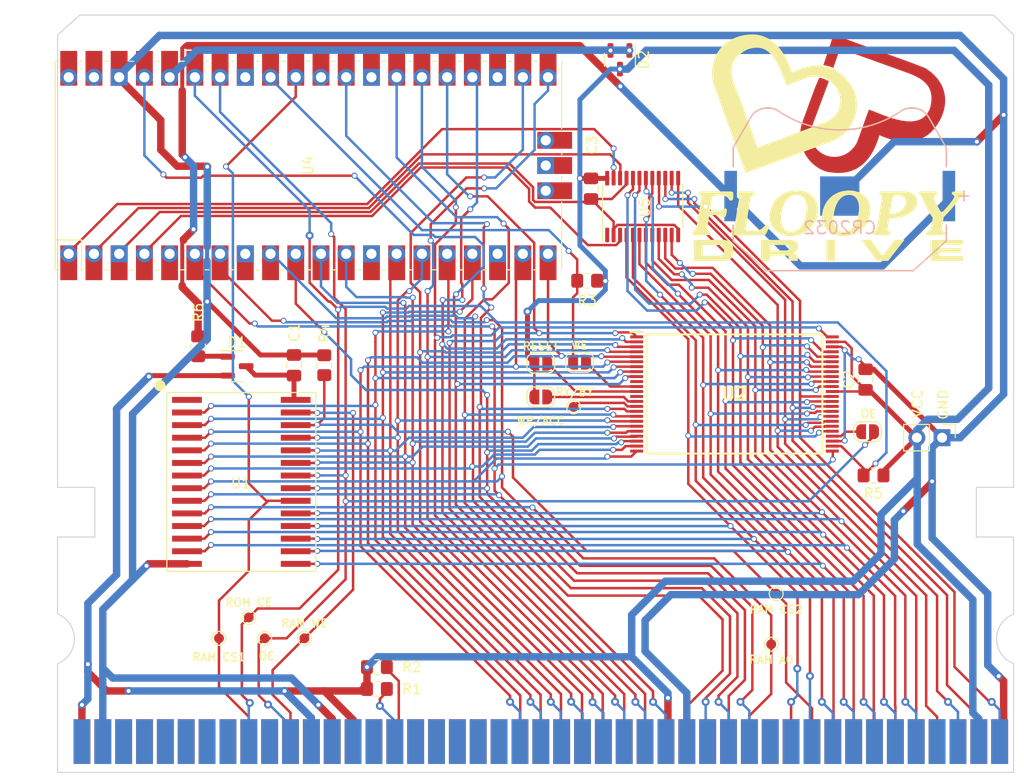
<source format=kicad_pcb>
(kicad_pcb (version 20221018) (generator pcbnew)
  (title_block (title "LOOPY Flash Devcart") (date "2023-03-21") (rev "0"))
  (layers (0 "F.Cu" signal) (31 "B.Cu" signal) (34 "B.Paste" user) (35 "F.Paste" user) (36 "B.SilkS" user "B.Silkscreen") (37 "F.SilkS" user "F.Silkscreen") (38 "B.Mask" user) (39 "F.Mask" user) (44 "Edge.Cuts" user))
  (net 0 "")
  (net 1 "/RAMCS1")
  (net 2 "/A18")
  (net 3 "/A17")
  (net 4 "/A7")
  (net 5 "/A6")
  (net 6 "/A5")
  (net 7 "/A4")
  (net 8 "/A3")
  (net 9 "/A2")
  (net 10 "/A1")
  (net 11 "/A0")
  (net 12 "/OE")
  (net 13 "/A16")
  (net 14 "/A15")
  (net 15 "/RAMWE")
  (net 16 "/RAMA0")
  (net 17 "/ROMCE")
  (net 18 "GND")
  (net 26 "/A14")
  (net 35 "/A13")
  (net 47 "/A12")
  (net 56 "/A11")
  (net 57 "/A10")
  (net 61 "/A9")
  (net 62 "/A8")
  (net 63 "/A19")
  (net 65 "/D0")
  (net 66 "/D8")
  (net 67 "/D1")
  (net 68 "/D9")
  (net 69 "/D2")
  (net 70 "/D10")
  (net 71 "/D3")
  (net 72 "/D11")
  (net 73 "/PICO_ROMWE")
  (net 74 "/D4")
  (net 75 "/D12")
  (net 76 "/D5")
  (net 77 "/D13")
  (net 78 "/D6")
  (net 79 "/D14")
  (net 80 "/D7")
  (net 81 "/D15")
  (net 82 "/F16")
  (net 83 "/F61")
  (net 84 "VCC")
  (net 85 "/RAMCS2")
  (net 86 "Net-(JP1-B)")
  (net 87 "Net-(JP2-B)")
  (net 88 "Net-(JP3-B)")
  (net 89 "Net-(JP4-B)")
  (net 90 "Net-(U2-RY{slash}BY#)")
  (net 92 "/I2C_SDA")
  (net 93 "/I2C_SCL")
  (net 94 "/I2C_RESET")
  (net 107 "/PICO_GND")
  (net 108 "+BATT")
  (net 109 "Net-(D1-A)")
  (net 110 "Net-(D1-K-Pad1)")
  (net 111 "Net-(U4-3V3)")
  (footprint "Jumper:SolderJumper-2_P1.3mm_Open_RoundedPad1.0x1.5mm" (layer "F.Cu") (at 150.4 97.4)
    (fp_text reference "JP3")
    (fp_text value "WP/ACC")
  )
  (footprint "Capacitor_SMD:C_0805_2012Metric_Pad1.18x1.45mm_HandSolder" (layer "F.Cu") (at 155.455 76.432 90)
    (fp_text reference "C3")
    (fp_text value "0.1u")
  )
  (footprint "LOOPY_PI:RPi_Pico_SMD_TH" (layer "F.Cu") (at 127 74.1 90)
    (fp_text reference "U4")
    (fp_text value "Pi Pico")
  )
  (footprint "TestPoint:TestPoint_Pad_D1.0mm" (layer "F.Cu") (at 118 121.7)
    (fp_text reference "TP2")
    (fp_text value "RAM CS1")
  )
  (footprint "MountingHole:MountingHole_3.2mm_M3" (layer "F.Cu") (at 164.75 121.5)
    (fp_text reference "H4")
    (fp_text value "MountingHole_3.2mm_M3")
  )
  (footprint "Resistor_SMD:R_0805_2012Metric_Pad1.20x1.40mm_HandSolder" (layer "F.Cu") (at 115.9 92.3 -90)
    (fp_text reference "R6")
    (fp_text value "1.2K")
  )
  (footprint "Package_SO:TSSOP-24_4.4x7.8mm_P0.65mm" (layer "F.Cu") (at 160.655 78.232 90)
    (fp_text reference "U5")
    (fp_text value "TCA9539PWR")
  )
  (footprint "Capacitor_SMD:C_0805_2012Metric_Pad1.18x1.45mm_HandSolder" (layer "F.Cu") (at 183.1 95.65 90)
    (fp_text reference "C2")
    (fp_text value "0.1u")
  )
  (footprint "Jumper:SolderJumper-2_P1.3mm_Open_RoundedPad1.0x1.5mm" (layer "F.Cu") (at 183.3 100.9 180)
    (fp_text reference "JP4")
    (fp_text value "OE")
  )
  (footprint "Resistor_SMD:R_0805_2012Metric_Pad1.20x1.40mm_HandSolder" (layer "F.Cu") (at 155.067 85.7 180)
    (fp_text reference "R3")
    (fp_text value "100K")
  )
  (footprint "TestPoint:TestPoint_Pad_D1.0mm" (layer "F.Cu") (at 126.6 121.7)
    (fp_text reference "TP3")
    (fp_text value "RAM WE")
  )
  (footprint "TestPoint:TestPoint_Pad_D1.0mm" (layer "F.Cu") (at 174.1 117.2)
    (fp_text reference "TP5")
    (fp_text value "RAM CS2")
  )
  (footprint "MountingHole:MountingHole_3.2mm_M3" (layer "F.Cu") (at 111 121.5)
    (fp_text reference "H2")
    (fp_text value "MountingHole_3.2mm_M3")
  )
  (footprint "Resistor_SMD:R_0805_2012Metric_Pad1.20x1.40mm_HandSolder" (layer "F.Cu") (at 183.9 105.3 180)
    (fp_text reference "R5")
    (fp_text value "100K")
  )
  (footprint "Connector_PinHeader_2.54mm:PinHeader_1x02_P2.54mm_Vertical" (layer "F.Cu") (at 190.8 101.5 -90)
    (fp_text reference "J2")
    (fp_text value "PWR Breakout")
  )
  (footprint "Capacitor_SMD:C_0805_2012Metric_Pad1.18x1.45mm_HandSolder" (layer "F.Cu") (at 125.55 94.213211 -90)
    (fp_text reference "C1")
    (fp_text value "1u")
  )
  (footprint "TestPoint:TestPoint_Pad_D1.0mm" (layer "F.Cu") (at 121 119.6)
    (fp_text reference "TP7")
    (fp_text value "ROM CE")
  )
  (footprint "LOOPY_Flash:SOP50P2000X120-48N" (layer "F.Cu") (at 169.9 97.1)
    (fp_text reference "U2")
    (fp_text value "MX29LV160DBTI-70G" hide)
  )
  (footprint "Jumper:SolderJumper-2_P1.3mm_Open_RoundedPad1.0x1.5mm" (layer "F.Cu") (at 150.4 94)
    (fp_text reference "JP2")
    (fp_text value "RESET")
  )
  (footprint "MountingHole:MountingHole_5mm" (layer "F.Cu") (at 109 90.5)
    (fp_text reference "H1" hide)
    (fp_text value "MountingHole_5mm")
  )
  (footprint "TestPoint:TestPoint_Pad_D1.0mm" (layer "F.Cu") (at 153.7 98.4)
    (fp_text reference "TP1")
    (fp_text value "RY/BY")
  )
  (footprint "Package_TO_SOT_SMD:SOT-23" (layer "F.Cu") (at 158.369 63.4515 -90)
    (fp_text reference "D2")
    (fp_text value "BAT54C")
  )
  (footprint "Jumper:SolderJumper-2_P1.3mm_Open_RoundedPad1.0x1.5mm" (layer "F.Cu") (at 154.3 93.9)
    (fp_text reference "JP1")
    (fp_text value "WE")
  )
  (footprint "Resistor_SMD:R_0805_2012Metric_Pad1.20x1.40mm_HandSolder" (layer "F.Cu") (at 133.9 126.8)
    (fp_text reference "R1")
    (fp_text value "1K")
  )
  (footprint "LOOPY_Cart:LOOPY-Edge-Connector" (layer "F.Cu") (at 150.4 132.1)
    (fp_text reference "J1" hide)
    (fp_text value "~")
  )
  (footprint "Resistor_SMD:R_0805_2012Metric_Pad1.20x1.40mm_HandSolder" (layer "F.Cu") (at 133.9 124.6)
    (fp_text reference "R2")
    (fp_text value "1K")
  )
  (footprint "TestPoint:TestPoint_Pad_D1.0mm" (layer "F.Cu") (at 173.6 122.3)
    (fp_text reference "TP4")
    (fp_text value "RAM A0")
  )
  (footprint "TestPoint:TestPoint_Pad_D1.0mm" (layer "F.Cu") (at 122.6 121.7)
    (fp_text reference "TP6")
    (fp_text value "OE")
  )
  (footprint "MountingHole:MountingHole_5mm" (layer "F.Cu") (at 188.25 90.5)
    (fp_text reference "H3" hide)
    (fp_text value "MountingHole_5mm")
  )
  (footprint "Resistor_SMD:R_0805_2012Metric_Pad1.20x1.40mm_HandSolder" (layer "F.Cu") (at 128.6 94.2 -90)
    (fp_text reference "R4")
    (fp_text value "100K")
  )
  (footprint "LOOPY_SRAM:SOP-28_Customized" (layer "F.Cu") (at 120.25 105.95)
    (fp_text reference "U1")
    (fp_text value "AS6C6264-55SCN")
  )
  (footprint "Package_TO_SOT_SMD:SOT-23" (layer "F.Cu") (at 119.8 94.3)
    (fp_text reference "D1")
    (fp_text value "BAV70LT1G")
  )
  (footprint "LOOPY_Cart:Keystone-3034TR-MFG" (layer "B.Cu") (at 180.5 76.5 180)
    (fp_text reference "BT1")
    (fp_text value "CR2032")
  )
  (gr_poly (pts (xy 181.032443 61.330586) (xy 182.234978 61.781539) (xy 184.688231 62.663468) (xy 187.041074 63.503646) (xy 188.118097 63.90241) (xy 189.095924 64.283936) (xy 189.318218 64.425783) (xy 189.526889 64.573672) (xy 189.72206 64.727305) (xy 189.903853 64.886384) (xy 190.07239 65.050613) (xy 190.227792 65.219694) (xy 190.370182 65.393329) (xy 190.499682 65.571221) (xy 190.616413 65.753073) (xy 190.720498 65.938586) (xy 190.812059 66.127465) (xy 190.891217 66.319411) (xy 190.958094 66.514127) (xy 191.012814 66.711316) (xy 191.055497 66.91068) (xy 191.086265 67.111921) (xy 191.105241 67.314743) (xy 191.112546 67.518848) (xy 191.108303 67.723938) (xy 191.092634 67.929717) (xy 191.06566 68.135886) (xy 191.027503 68.342149) (xy 190.978286 68.548208) (xy 190.918131 68.753765) (xy 190.847159 68.958523) (xy 190.765492 69.162185) (xy 190.673253 69.364453) (xy 190.570563 69.565031) (xy 190.457544 69.763619) (xy 190.334319 69.959922) (xy 190.201009 70.153642) (xy 190.057737 70.344481) (xy 189.869363 70.566715) (xy 189.672326 70.764838) (xy 189.467588 70.939968) (xy 189.256107 71.093225) (xy 189.038846 71.225726) (xy 188.816763 71.33859) (xy 188.590819 71.432936) (xy 188.361975 71.509882) (xy 188.13119 71.570547) (xy 187.899425 71.616049) (xy 187.667639 71.647507) (xy 187.436794 71.666039) (xy 186.981766 71.668799) (xy 186.54202 71.633279) (xy 186.125241 71.568426) (xy 185.739108 71.483188) (xy 185.391305 71.386514) (xy 185.089512 71.287351) (xy 184.654688 71.117353) (xy 184.49609 71.04478) (xy 184.401298 71.351245) (xy 184.30076 71.643167) (xy 184.194576 71.92076) (xy 184.082846 72.18424) (xy 183.96567 72.433822) (xy 183.843147 72.66972) (xy 183.715377 72.89215) (xy 183.582459 73.101328) (xy 183.444494 73.297467) (xy 183.301581 73.480784) (xy 183.15382 73.651494) (xy 183.001311 73.809811) (xy 182.844153 73.95595) (xy 182.682445 74.090128) (xy 182.516288 74.212558) (xy 182.345782 74.323456) (xy 182.171026 74.423038) (xy 181.992119 74.511518) (xy 181.809162 74.589111) (xy 181.622254 74.656033) (xy 181.431494 74.712498) (xy 181.236984 74.758722) (xy 181.038821 74.794921) (xy 180.837107 74.821308) (xy 180.63194 74.838099) (xy 180.42342 74.84551) (xy 180.211648 74.843754) (xy 179.996722 74.833049) (xy 179.55781 74.785647) (xy 179.107481 74.705024) (xy 178.902996 74.627351) (xy 178.706678 74.540375) (xy 178.518558 74.444502) (xy 178.338669 74.340141) (xy 178.167042 74.227699) (xy 178.003707 74.107582) (xy 177.848698 73.980199) (xy 177.702045 73.845956) (xy 177.563781 73.705261) (xy 177.433936 73.55852) (xy 177.312543 73.406142) (xy 177.199633 73.248534) (xy 177.095237 73.086102) (xy 176.999387 72.919254) (xy 176.912116 72.748397) (xy 176.833453 72.573939) (xy 176.763432 72.396286) (xy 176.702083 72.215847) (xy 176.649439 72.033028) (xy 176.60553 71.848236) (xy 176.570389 71.66188) (xy 176.544047 71.474365) (xy 176.526536 71.2861) (xy 176.517887 71.097491) (xy 176.518131 70.908946) (xy 176.527302 70.720872) (xy 176.545429 70.533677) (xy 176.572545 70.347768) (xy 176.608681 70.163551) (xy 176.653869 69.981434) (xy 176.708141 69.801825) (xy 176.771528 69.625131) (xy 177.049164 68.882135) (xy 177.362488 68.015433) (xy 177.696033 67.099161) (xy 177.865555 66.645604) (xy 178.034331 66.207455) (xy 178.075688 66.105312) (xy 178.119643 66.00148) (xy 178.214221 65.782746) (xy 178.264285 65.664843) (xy 178.315825 65.539247) (xy 178.36856 65.404459) (xy 178.42221 65.258977) (xy 178.490416 65.270423) (xy 178.557747 65.28351) (xy 178.62419 65.298209) (xy 178.689734 65.31449) (xy 178.754366 65.332325) (xy 178.818075 65.351686) (xy 178.880847 65.372543) (xy 178.942672 65.394867) (xy 179.003537 65.41863) (xy 179.06343 65.443803) (xy 179.122339 65.470357) (xy 179.180251 65.498263) (xy 179.237156 65.527493) (xy 179.293039 65.558017) (xy 179.347891 65.589806) (xy 179.401698 65.622833) (xy 177.748898 70.037881) (xy 177.678619 70.311682) (xy 177.63446 70.576327) (xy 177.615157 70.831334) (xy 177.619447 71.076223) (xy 177.646065 71.310513) (xy 177.693749 71.533724) (xy 177.761233 71.745375) (xy 177.847256 71.944985) (xy 177.950552 72.132073) (xy 178.069858 72.30616) (xy 178.203911 72.466764) (xy 178.351446 72.613404) (xy 178.5112 72.7456) (xy 178.681909 72.862872) (xy 178.862309 72.964738) (xy 179.051138 73.050718) (xy 179.24713 73.120332) (xy 179.449022 73.173097) (xy 179.655551 73.208535) (xy 179.865452 73.226164) (xy 180.077462 73.225504) (xy 180.290318 73.206073) (xy 180.502755 73.167392) (xy 180.71351 73.108979) (xy 180.921318 73.030355) (xy 181.124917 72.931037) (xy 181.323043 72.810546) (xy 181.514431 72.668401) (xy 181.697818 72.504121) (xy 181.87194 72.317226) (xy 182.035534 72.107234) (xy 182.187336 71.873666) (xy 182.29897 71.597405) (xy 182.44392 71.210043) (xy 182.792757 70.238316) (xy 183.151833 69.231089) (xy 183.309581 68.799352) (xy 183.439134 68.460965) (xy 184.935632 69.046606) (xy 185.375766 69.205563) (xy 185.828858 69.352663) (xy 186.288184 69.47947) (xy 186.747021 69.577546) (xy 187.198646 69.638454) (xy 187.419653 69.652333) (xy 187.636336 69.653755) (xy 187.847854 69.641667) (xy 188.053368 69.615013) (xy 188.252035 69.572739) (xy 188.443018 69.51379) (xy 188.625474 69.437111) (xy 188.798563 69.341649) (xy 188.961446 69.226347) (xy 189.113281 69.090151) (xy 189.253228 68.932007) (xy 189.380448 68.75086) (xy 189.494099 68.545656) (xy 189.59334 68.315339) (xy 189.653133 68.061792) (xy 189.696102 67.821223) (xy 189.722842 67.593167) (xy 189.733944 67.377158) (xy 189.73 67.172732) (xy 189.711605 66.979422) (xy 189.679349 66.796764) (xy 189.633826 66.624292) (xy 189.575629 66.461541) (xy 189.505349 66.308046) (xy 189.423579 66.16334) (xy 189.330913 66.026959) (xy 189.227942 65.898438) (xy 189.11526 65.777311) (xy 188.993458 65.663113) (xy 188.86313 65.555378) (xy 188.724867 65.453641) (xy 188.579263 65.357436) (xy 188.42691 65.2663) (xy 188.268401 65.179765) (xy 187.935283 65.01864) (xy 187.584652 64.87034) (xy 187.221246 64.731141) (xy 186.849808 64.597321) (xy 186.101794 64.330925) (xy 180.521308 62.325596) (xy 179.853922 64.277268) (xy 179.736268 64.226058) (xy 179.61633 64.179159) (xy 179.494075 64.136642) (xy 179.36947 64.098582) (xy 179.242485 64.06505) (xy 179.113086 64.036122) (xy 178.981241 64.011869) (xy 178.846919 63.992365) (xy 179.233015 62.853788) (xy 179.562776 61.854941) (xy 179.8789 60.875996)) (fill solid) (layer "F.Cu"))
  (gr_poly (pts (xy 180.05543 83.701069) (xy 179.159551 83.701069) (xy 179.159551 81.583345) (xy 180.05543 81.583345)) (fill solid) (layer "F.SilkS"))
  (gr_poly (pts (xy 192.807225 76.703688) (xy 192.831153 76.704158) (xy 192.855576 76.705211) (xy 192.880176 76.707067) (xy 192.904635 76.709948) (xy 192.916713 76.711841) (xy 192.928636 76.714074) (xy 192.940365 76.716672) (xy 192.95186 76.719665) (xy 192.963081 76.72308) (xy 192.973989 76.726944) (xy 192.984544 76.731285) (xy 192.994706 76.73613) (xy 193.004435 76.741507) (xy 193.013692 76.747444) (xy 193.022437 76.753969) (xy 193.03063 76.761108) (xy 193.038231 76.768889) (xy 193.0452 76.777341) (xy 193.051499 76.78649) (xy 193.057087 76.796364) (xy 193.061924 76.806992) (xy 193.065971 76.818399) (xy 193.069188 76.830615) (xy 193.071535 76.843666) (xy 193.072972 76.857581) (xy 193.07346 76.872386) (xy 193.072694 76.890086) (xy 193.070443 76.907024) (xy 193.066775 76.923254) (xy 193.061757 76.938826) (xy 193.05546 76.953793) (xy 193.04795 76.968207) (xy 193.039297 76.982119) (xy 193.029569 76.995581) (xy 193.018833 77.008646) (xy 193.00716 77.021365) (xy 192.981272 77.045974) (xy 192.952451 77.069822) (xy 192.921245 77.093326) (xy 192.853865 77.140962) (xy 192.818787 77.165924) (xy 192.783512 77.192203) (xy 192.748588 77.220214) (xy 192.714563 77.250372) (xy 192.681983 77.283092) (xy 192.666406 77.300543) (xy 192.651396 77.318791) (xy 192.44286 77.599883) (xy 192.2951 77.796807) (xy 192.113247 78.029714) (xy 191.893478 78.297402) (xy 191.631969 78.598669) (xy 191.324896 78.932314) (xy 191.153078 79.110902) (xy 190.968435 79.297134) (xy 190.879079 79.823441) (xy 190.847549 80.011578) (xy 190.823655 80.160351) (xy 190.806547 80.277746) (xy 190.800273 80.327172) (xy 190.795377 80.371748) (xy 190.791754 80.412473) (xy 190.789298 80.450345) (xy 190.787902 80.486361) (xy 190.78746 80.521521) (xy 190.788533 80.546931) (xy 190.79166 80.570113) (xy 190.796705 80.591205) (xy 190.803531 80.610348) (xy 190.812 80.627679) (xy 190.821976 80.643338) (xy 190.833321 80.657465) (xy 190.8459 80.670199) (xy 190.859574 80.681678) (xy 190.874207 80.692041) (xy 190.889661 80.701429) (xy 190.905801 80.70998) (xy 190.939586 80.725128) (xy 190.974468 80.738598) (xy 191.009349 80.751504) (xy 191.043135 80.764959) (xy 191.059274 80.77224) (xy 191.074729 80.780076) (xy 191.089362 80.788606) (xy 191.103036 80.797968) (xy 191.115614 80.808304) (xy 191.126959 80.81975) (xy 191.136935 80.832447) (xy 191.145405 80.846533) (xy 191.15223 80.862149) (xy 191.157275 80.879432) (xy 191.160403 80.898523) (xy 191.161476 80.91956) (xy 191.161074 80.93393) (xy 191.159886 80.947643) (xy 191.157941 80.96071) (xy 191.155266 80.973145) (xy 191.151889 80.984962) (xy 191.147836 80.996173) (xy 191.143136 81.006793) (xy 191.137817 81.016833) (xy 191.131905 81.026308) (xy 191.125429 81.035231) (xy 191.118417 81.043615) (xy 191.110895 81.051473) (xy 191.102891 81.058819) (xy 191.094433 81.065665) (xy 191.08555 81.072025) (xy 191.076267 81.077912) (xy 191.066613 81.08334) (xy 191.056616 81.088322) (xy 191.035701 81.097) (xy 191.013743 81.104051) (xy 190.990964 81.109583) (xy 190.967583 81.113701) (xy 190.943823 81.116511) (xy 190.919903 81.11812) (xy 190.896046 81.118632) (xy 189.454595 81.118632) (xy 189.434606 81.118404) (xy 189.415352 81.117726) (xy 189.396827 81.116609) (xy 189.379024 81.115062) (xy 189.361938 81.113095) (xy 189.34556 81.110719) (xy 189.329885 81.107942) (xy 189.314906 81.104776) (xy 189.300616 81.10123) (xy 189.287008 81.097313) (xy 189.274077 81.093037) (xy 189.261815 81.08841) (xy 189.250216 81.083443) (xy 189.239273 81.078146) (xy 189.228979 81.072529) (xy 189.219328 81.066601) (xy 189.210314 81.060373) (xy 189.201929 81.053854) (xy 189.194167 81.047055) (xy 189.187022 81.039985) (xy 189.180486 81.032654) (xy 189.174553 81.025073) (xy 189.169217 81.01725) (xy 189.16447 81.009197) (xy 189.160307 81.000923) (xy 189.156721 80.992439) (xy 189.153704 80.983753) (xy 189.151251 80.974876) (xy 189.149354 80.965817) (xy 189.148008 80.956588) (xy 189.147205 80.947197) (xy 189.146938 80.937655) (xy 189.148014 80.917921) (xy 189.151158 80.899396) (xy 189.156251 80.882015) (xy 189.16317 80.865714) (xy 189.171794 80.85043) (xy 189.182001 80.836097) (xy 189.193671 80.822653) (xy 189.206681 80.810033) (xy 189.220911 80.798173) (xy 189.236238 80.78701) (xy 189.252541 80.776478) (xy 189.269699 80.766514) (xy 189.306093 80.748034) (xy 189.344449 80.731057) (xy 189.423158 80.699565) (xy 189.461568 80.684023) (xy 189.498053 80.667936) (xy 189.53164 80.65079) (xy 189.547044 80.641661) (xy 189.561358 80.632074) (xy 189.574463 80.621966) (xy 189.586236 80.611274) (xy 189.596556 80.599932) (xy 189.605302 80.587878) (xy 189.629055 80.543918) (xy 189.651677 80.487306) (xy 189.674864 80.408781) (xy 189.700314 80.299084) (xy 189.729722 80.148956) (xy 189.764786 79.949136) (xy 189.858666 79.363385) (xy 189.699276 79.125169) (xy 189.547018 78.881446) (xy 189.402249 78.632921) (xy 189.265324 78.380299) (xy 189.1366 78.124283) (xy 189.016432 77.865578) (xy 188.905177 77.60489) (xy 188.80319 77.342921) (xy 188.792102 77.314624) (xy 188.780372 77.288468) (xy 188.768066 77.264334) (xy 188.755248 77.242101) (xy 188.741984 77.221648) (xy 188.728339 77.202856) (xy 188.714378 77.185603) (xy 188.700167 77.16977) (xy 188.685769 77.155236) (xy 188.671252 77.14188) (xy 188.656679 77.129583) (xy 188.642115 77.118223) (xy 188.627628 77.107681) (xy 188.61328 77.097835) (xy 188.585266 77.079754) (xy 188.558595 77.063016) (xy 188.533789 77.046658) (xy 188.522248 77.03832) (xy 188.511369 77.029716) (xy 188.501217 77.020726) (xy 188.491856 77.011229) (xy 188.483353 77.001104) (xy 188.475772 76.990231) (xy 188.469178 76.97849) (xy 188.463638 76.965761) (xy 188.459215 76.951923) (xy 188.455975 76.936855) (xy 188.453983 76.920437) (xy 188.453304 76.902549) (xy 188.454167 76.882438) (xy 188.456816 76.862854) (xy 188.461337 76.843905) (xy 188.46782 76.825695) (xy 188.471825 76.816901) (xy 188.476353 76.808332) (xy 188.481416 76.800002) (xy 188.487025 76.791922) (xy 188.49319 76.784108) (xy 188.499923 76.776571) (xy 188.507235 76.769326) (xy 188.515137 76.762385) (xy 188.52364 76.755762) (xy 188.532755 76.74947) (xy 188.542492 76.743522) (xy 188.552864 76.737932) (xy 188.563881 76.732713) (xy 188.575553 76.727879) (xy 188.587894 76.723441) (xy 188.600912 76.719415) (xy 188.614619 76.715812) (xy 188.629027 76.712647) (xy 188.644146 76.709932) (xy 188.659988 76.707681) (xy 188.676563 76.705907) (xy 188.693882 76.704624) (xy 188.730799 76.703581) (xy 188.730801 76.703584) (xy 190.070017 76.703584) (xy 190.089903 76.703761) (xy 190.108854 76.704289) (xy 190.126891 76.70517) (xy 190.144033 76.7064) (xy 190.1603 76.707979) (xy 190.175712 76.709906) (xy 190.19029 76.71218) (xy 190.204051 76.714799) (xy 190.217018 76.717763) (xy 190.229209 76.72107) (xy 190.240645 76.724719) (xy 190.251345 76.72871) (xy 190.261329 76.73304) (xy 190.270618 76.737709) (xy 190.27923 76.742716) (xy 190.287187 76.74806) (xy 190.294507 76.753739) (xy 190.30121 76.759752) (xy 190.307318 76.766099) (xy 190.312848 76.772778) (xy 190.317822 76.779788) (xy 190.322259 76.787127) (xy 190.326179 76.794796) (xy 190.329602 76.802792) (xy 190.332548 76.811114) (xy 190.335037 76.819762) (xy 190.337088 76.828734) (xy 190.338722 76.83803) (xy 190.339958 76.847647) (xy 190.340816 76.857585) (xy 190.341479 76.878419) (xy 190.34051 76.897539) (xy 190.337685 76.915371) (xy 190.333128 76.932006) (xy 190.326963 76.947534) (xy 190.319314 76.962046) (xy 190.310303 76.975632) (xy 190.300056 76.988383) (xy 190.288695 77.000389) (xy 190.276344 77.011742) (xy 190.263127 77.022531) (xy 190.234591 77.042782) (xy 190.204075 77.061866) (xy 190.172569 77.080509) (xy 190.141064 77.099434) (xy 190.110548 77.119366) (xy 190.09597 77.129937) (xy 190.082012 77.141031) (xy 190.068795 77.152739) (xy 190.056444 77.165152) (xy 190.045083 77.17836) (xy 190.034836 77.192455) (xy 190.025825 77.207525) (xy 190.018176 77.223663) (xy 190.012011 77.240958) (xy 190.007454 77.259502) (xy 190.004629 77.279384) (xy 190.00366 77.300696) (xy 190.005258 77.331945) (xy 190.00994 77.36674) (xy 190.027884 77.446013) (xy 190.05615 77.536614) (xy 190.093393 77.636645) (xy 190.138271 77.744204) (xy 190.189442 77.857392) (xy 190.305284 78.093055) (xy 190.430175 78.328436) (xy 190.55337 78.548336) (xy 190.664123 78.737554) (xy 190.751689 78.880893) (xy 190.877389 78.748547) (xy 191.054899 78.554839) (xy 191.263086 78.319847) (xy 191.480814 78.063647) (xy 191.586651 77.933868) (xy 191.686948 77.806316) (xy 191.779062 77.6835) (xy 191.860353 77.567931) (xy 191.928178 77.462117) (xy 191.979895 77.368568) (xy 191.998888 77.327177) (xy 192.012863 77.289794) (xy 192.02149 77.256732) (xy 192.024439 77.228305) (xy 192.023747 77.211379) (xy 192.021731 77.195618) (xy 192.018477 77.180948) (xy 192.014076 77.167296) (xy 192.008614 77.15459) (xy 192.002181 77.142756) (xy 191.994864 77.131723) (xy 191.986753 77.121416) (xy 191.977935 77.111763) (xy 191.968499 77.102691) (xy 191.958532 77.094127) (xy 191.948125 77.085998) (xy 191.926337 77.070755) (xy 191.903843 77.056378) (xy 191.881349 77.042283) (xy 191.859562 77.027888) (xy 191.849154 77.020396) (xy 191.839187 77.01261) (xy 191.829751 77.004457) (xy 191.820933 76.995864) (xy 191.812822 76.986759) (xy 191.805505 76.977069) (xy 191.799072 76.96672) (xy 191.79361 76.95564) (xy 191.789209 76.943756) (xy 191.785955 76.930995) (xy 191.783939 76.917283) (xy 191.783247 76.902549) (xy 191.783805 76.885004) (xy 191.78545 76.86852) (xy 191.78814 76.853065) (xy 191.791831 76.838607) (xy 191.79648 76.82511) (xy 191.802045 76.812543) (xy 191.808482 76.800873) (xy 191.815747 76.790066) (xy 191.823799 76.780089) (xy 191.832593 76.770909) (xy 191.842088 76.762494) (xy 191.852239 76.754809) (xy 191.863004 76.747821) (xy 191.87434 76.741499) (xy 191.886203 76.735807) (xy 191.898551 76.730715) (xy 191.924529 76.722191) (xy 191.951928 76.715664) (xy 191.980404 76.710868) (xy 192.009613 76.707538) (xy 192.03921 76.70541) (xy 192.068851 76.704217) (xy 192.126887 76.703581) (xy 192.78411 76.703581)) (fill solid) (layer "F.SilkS"))
  (gr_poly (pts (xy 192.915659 82.065945) (xy 190.52806 82.065945) (xy 190.52806 82.427894) (xy 192.756803 82.427894) (xy 192.756803 82.846995) (xy 190.528059 82.846995) (xy 190.528059 83.221644) (xy 192.915659 83.221644) (xy 192.915659 83.701069) (xy 189.632182 83.701069) (xy 189.632182 81.583345) (xy 192.915659 81.583345)) (fill solid) (layer "F.SilkS"))
  (gr_poly (pts (xy 181.565442 76.615155) (xy 181.674082 76.621313) (xy 181.781078 76.631538) (xy 181.886301 76.645795) (xy 181.98962 76.664052) (xy 182.090905 76.686276) (xy 182.190027 76.712434) (xy 182.286854 76.742494) (xy 182.381257 76.776423) (xy 182.473106 76.814188) (xy 182.562271 76.855756) (xy 182.648622 76.901094) (xy 182.732029 76.95017) (xy 182.812361 77.00295) (xy 182.889488 77.059402) (xy 182.963281 77.119494) (xy 183.03361 77.183192) (xy 183.100343 77.250463) (xy 183.163353 77.321275) (xy 183.222507 77.395595) (xy 183.277676 77.47339) (xy 183.328731 77.554627) (xy 183.37554 77.639273) (xy 183.417974 77.727296) (xy 183.455904 77.818663) (xy 183.489198 77.913342) (xy 183.517726 78.011298) (xy 183.541359 78.112499) (xy 183.559967 78.216914) (xy 183.57342 78.324508) (xy 183.581587 78.435249) (xy 183.584338 78.549104) (xy 183.580885 78.689441) (xy 183.57063 78.827543) (xy 183.553732 78.963264) (xy 183.530347 79.096459) (xy 183.500634 79.226981) (xy 183.46475 79.354686) (xy 183.422853 79.479428) (xy 183.3751 79.60106) (xy 183.321649 79.719439) (xy 183.262658 79.834417) (xy 183.198283 79.94585) (xy 183.128684 80.053592) (xy 183.054016 80.157497) (xy 182.974439 80.25742) (xy 182.890109 80.353215) (xy 182.801184 80.444737) (xy 182.707822 80.53184) (xy 182.610181 80.614378) (xy 182.508417 80.692206) (xy 182.402689 80.765179) (xy 182.293154 80.83315) (xy 182.17997 80.895975) (xy 182.063294 80.953507) (xy 181.943284 81.005601) (xy 181.820098 81.052111) (xy 181.693893 81.092893) (xy 181.564827 81.1278) (xy 181.433057 81.156686) (xy 181.298742 81.179407) (xy 181.162037 81.195816) (xy 181.023103 81.205769) (xy 180.882095 81.209118) (xy 180.771324 81.20704) (xy 180.661968 81.200828) (xy 180.554166 81.190514) (xy 180.448054 81.176131) (xy 180.343771 81.157713) (xy 180.241454 81.135292) (xy 180.141242 81.108901) (xy 180.043271 81.078573) (xy 179.947681 81.044341) (xy 179.854608 81.006237) (xy 179.764191 80.964294) (xy 179.676567 80.918546) (xy 179.591873 80.869026) (xy 179.510249 80.815765) (xy 179.431832 80.758797) (xy 179.356759 80.698155) (xy 179.285168 80.633872) (xy 179.217197 80.56598) (xy 179.152984 80.494513) (xy 179.092667 80.419503) (xy 179.036383 80.340983) (xy 178.984271 80.258986) (xy 178.936467 80.173545) (xy 178.893111 80.084692) (xy 178.854339 79.992462) (xy 178.82029 79.896885) (xy 178.791101 79.797996) (xy 178.76691 79.695828) (xy 178.747855 79.590412) (xy 178.734073 79.481782) (xy 178.731097 79.442021) (xy 179.874351 79.442021) (xy 179.877187 79.568238) (xy 179.886008 79.692844) (xy 179.901283 79.814938) (xy 179.923479 79.933619) (xy 179.937319 79.991398) (xy 179.953065 80.047985) (xy 179.970776 80.103269) (xy 179.990509 80.157135) (xy 180.012325 80.209473) (xy 180.03628 80.260168) (xy 180.062434 80.309108) (xy 180.090846 80.356182) (xy 180.121573 80.401275) (xy 180.154675 80.444275) (xy 180.19021 80.48507) (xy 180.228236 80.523548) (xy 180.268812 80.559594) (xy 180.311997 80.593097) (xy 180.357849 80.623944) (xy 180.406426 80.652022) (xy 180.457788 80.677219) (xy 180.511992 80.699422) (xy 180.569097 80.718518) (xy 180.629163 80.734395) (xy 180.692247 80.74694) (xy 180.758407 80.75604) (xy 180.827703 80.761582) (xy 180.900193 80.763455) (xy 180.900193 80.763456) (xy 181.005478 80.758931) (xy 181.10641 80.745634) (xy 181.203054 80.723987) (xy 181.295478 80.69441) (xy 181.383748 80.657326) (xy 181.467929 80.613154) (xy 181.548089 80.562315) (xy 181.624293 80.505231) (xy 181.696608 80.442323) (xy 181.7651 80.374011) (xy 181.829835 80.300716) (xy 181.89088 80.222859) (xy 181.948301 80.140861) (xy 182.002164 80.055143) (xy 182.099483 79.874232) (xy 182.183366 79.683491) (xy 182.254343 79.486289) (xy 182.312946 79.285993) (xy 182.359705 79.08597) (xy 182.39515 78.889588) (xy 182.419811 78.700214) (xy 182.434218 78.521216) (xy 182.438903 78.35596) (xy 182.435808 78.237985) (xy 182.426303 78.120064) (xy 182.410062 78.003238) (xy 182.386759 77.888552) (xy 182.372356 77.832337) (xy 182.356065 77.777047) (xy 182.337845 77.722814) (xy 182.317655 77.669767) (xy 182.295454 77.618037) (xy 182.271201 77.567755) (xy 182.244855 77.51905) (xy 182.216375 77.472053) (xy 182.185722 77.426894) (xy 182.152853 77.383704) (xy 182.117727 77.342613) (xy 182.080305 77.303752) (xy 182.040545 77.26725) (xy 181.998406 77.233238) (xy 181.953847 77.201847) (xy 181.906828 77.173207) (xy 181.857307 77.147448) (xy 181.805245 77.124701) (xy 181.750599 77.105095) (xy 181.693329 77.088762) (xy 181.633394 77.075832) (xy 181.570753 77.066434) (xy 181.505366 77.0607) (xy 181.437191 77.05876) (xy 181.325999 77.063388) (xy 181.219768 77.076974) (xy 181.118406 77.099075) (xy 181.021817 77.129243) (xy 180.929909 77.167035) (xy 180.842587 77.212004) (xy 180.759758 77.263707) (xy 180.681327 77.321696) (xy 180.6072 77.385528) (xy 180.537284 77.454756) (xy 180.471485 77.528936) (xy 180.409708 77.607623) (xy 180.351861 77.690371) (xy 180.297848 77.776734) (xy 180.200952 77.958528) (xy 180.11827 78.149443) (xy 180.049049 78.345916) (xy 179.992539 78.544386) (xy 179.947988 78.741291) (xy 179.914645 78.933069) (xy 179.891758 79.116158) (xy 179.878578 79.286996) (xy 179.874351 79.442021) (xy 178.731097 79.442021) (xy 178.725704 79.369971) (xy 178.722883 79.255012) (xy 178.72579 79.13118) (xy 178.734478 79.007594) (xy 178.748904 78.884495) (xy 178.769019 78.762126) (xy 178.794778 78.640728) (xy 178.826136 78.520542) (xy 178.863045 78.401811) (xy 178.90546 78.284776) (xy 178.953335 78.169679) (xy 179.006623 78.056761) (xy 179.065279 77.946264) (xy 179.129256 77.83843) (xy 179.198508 77.733501) (xy 179.27299 77.631717) (xy 179.352655 77.533321) (xy 179.437456 77.438555) (xy 179.527348 77.347659) (xy 179.622286 77.260877) (xy 179.722221 77.178448) (xy 179.82711 77.100616) (xy 179.936905 77.027622) (xy 180.05156 76.959707) (xy 180.171029 76.897113) (xy 180.295267 76.840082) (xy 180.424226 76.788856) (xy 180.557862 76.743675) (xy 180.696127 76.704783) (xy 180.838976 76.67242) (xy 180.986363 76.646827) (xy 181.138241 76.628248) (xy 181.294565 76.616923) (xy 181.455288 76.613095)) (fill solid) (layer "F.SilkS"))
  (gr_poly (pts (xy 184.808511 83.180371) (xy 186.013317 81.583346) (xy 187.01069 81.583346) (xy 185.369004 83.701071) (xy 184.226003 83.701071) (xy 182.672476 81.583346) (xy 183.652281 81.583346)) (fill solid) (layer "F.SilkS"))
  (gr_poly (pts (xy 172.040271 60.912694) (xy 172.307082 60.951077) (xy 172.561987 61.009628) (xy 172.805186 61.08684) (xy 173.036881 61.181205) (xy 173.257272 61.291218) (xy 173.46656 61.415371) (xy 173.664946 61.552159) (xy 173.85263 61.700073) (xy 174.029814 61.857607) (xy 174.196699 62.023256) (xy 174.353485 62.195511) (xy 174.500373 62.372866) (xy 174.637564 62.553815) (xy 174.765259 62.736851) (xy 174.992964 63.103156) (xy 175.185095 63.459728) (xy 175.343259 63.794514) (xy 175.469062 64.095458) (xy 175.630015 64.547611) (xy 175.68081 64.719757) (xy 175.972645 64.587485) (xy 176.25703 64.470045) (xy 176.534083 64.367161) (xy 176.803927 64.278556) (xy 177.066683 64.203955) (xy 177.322471 64.143083) (xy 177.571412 64.095663) (xy 177.813629 64.061419) (xy 178.049241 64.040076) (xy 178.278369 64.031359) (xy 178.501136 64.03499) (xy 178.717662 64.050695) (xy 178.928068 64.078197) (xy 179.132475 64.117221) (xy 179.331004 64.16749) (xy 179.523776 64.22873) (xy 179.710913 64.300664) (xy 179.892536 64.383016) (xy 180.068765 64.475511) (xy 180.239721 64.577873) (xy 180.405526 64.689826) (xy 180.566301 64.811094) (xy 180.873244 65.080472) (xy 181.16152 65.383801) (xy 181.432096 65.718874) (xy 181.685941 66.083484) (xy 181.924024 66.475426) (xy 182.001965 66.680049) (xy 182.067825 66.885084) (xy 182.121869 67.090214) (xy 182.16436 67.295123) (xy 182.195561 67.499494) (xy 182.215736 67.703012) (xy 182.225149 67.905358) (xy 182.224063 68.106217) (xy 182.212742 68.305271) (xy 182.191448 68.502205) (xy 182.160446 68.696702) (xy 182.119999 68.888445) (xy 182.070371 69.077117) (xy 182.011824 69.262403) (xy 181.944623 69.443985) (xy 181.869031 69.621546) (xy 181.785311 69.794771) (xy 181.693727 69.963343) (xy 181.594542 70.126944) (xy 181.488021 70.285259) (xy 181.374426 70.437971) (xy 181.25402 70.584763) (xy 181.127068 70.725319) (xy 180.993833 70.859322) (xy 180.854579 70.986455) (xy 180.709568 71.106403) (xy 180.559064 71.218847) (xy 180.403332 71.323472) (xy 180.242634 71.419962) (xy 180.077233 71.507999) (xy 179.907394 71.587267) (xy 179.73338 71.657449) (xy 176.285436 72.922686) (xy 171.025731 74.860495) (xy 167.747438 65.783382) (xy 167.70531 65.522596) (xy 167.675823 65.267234) (xy 167.658734 65.01745) (xy 167.653802 64.773403) (xy 167.658152 64.625031) (xy 169.61871 64.625031) (xy 169.627183 64.79298) (xy 169.64541 64.962874) (xy 169.67263 65.134588) (xy 169.708084 65.307996) (xy 169.75101 65.482973) (xy 169.856241 65.837129) (xy 169.982239 66.19605) (xy 170.12292 66.558732) (xy 170.272202 66.924167) (xy 170.572235 67.659277) (xy 172.214874 72.285252) (xy 179.068324 69.735516) (xy 179.31935 69.606163) (xy 179.545585 69.463381) (xy 179.747551 69.308434) (xy 179.925766 69.142584) (xy 180.08075 68.967095) (xy 180.213023 68.783229) (xy 180.323105 68.59225) (xy 180.411517 68.395421) (xy 180.478777 68.194005) (xy 180.525405 67.989265) (xy 180.551922 67.782465) (xy 180.558848 67.574866) (xy 180.546701 67.367734) (xy 180.516003 67.162329) (xy 180.467272 66.959916) (xy 180.401029 66.761758) (xy 180.317794 66.569118) (xy 180.218086 66.383258) (xy 180.102425 66.205443) (xy 179.971331 66.036935) (xy 179.825324 65.878997) (xy 179.664925 65.732892) (xy 179.490651 65.599883) (xy 179.303025 65.481235) (xy 179.102564 65.378208) (xy 178.88979 65.292068) (xy 178.665222 65.224076) (xy 178.42938 65.175496) (xy 178.182784 65.147591) (xy 177.925953 65.141625) (xy 177.659408 65.158859) (xy 177.383668 65.200558) (xy 177.151325 65.280247) (xy 176.892835 65.375396) (xy 176.321168 65.596758) (xy 175.716183 65.834015) (xy 175.416045 65.949032) (xy 175.125397 66.056537) (xy 175.125396 66.056537) (xy 174.621249 64.719757) (xy 175.680809 64.719757) (xy 175.68081 64.719758) (xy 175.68081 64.719757) (xy 175.680809 64.719757) (xy 174.621249 64.719757) (xy 174.608174 64.685088) (xy 174.453594 64.31647) (xy 174.283753 63.953702) (xy 174.096073 63.604863) (xy 173.88798 63.278029) (xy 173.775473 63.125388) (xy 173.656896 62.981277) (xy 173.531928 62.846705) (xy 173.400246 62.722683) (xy 173.261528 62.61022) (xy 173.115453 62.510325) (xy 172.961698 62.424009) (xy 172.799942 62.35228) (xy 172.629862 62.296149) (xy 172.451136 62.256624) (xy 172.263443 62.234716) (xy 172.066459 62.231434) (xy 171.859864 62.247788) (xy 171.643336 62.284788) (xy 171.416551 62.343442) (xy 171.179189 62.424761) (xy 170.950102 62.54844) (xy 170.742175 62.67595) (xy 170.554647 62.807166) (xy 170.386759 62.941962) (xy 170.23775 63.080212) (xy 170.106859 63.22179) (xy 169.993326 63.366571) (xy 169.896391 63.514429) (xy 169.815294 63.665238) (xy 169.749273 63.818873) (xy 169.697569 63.975208) (xy 169.659421 64.134117) (xy 169.634069 64.295474) (xy 169.620752 64.459154) (xy 169.61871 64.625031) (xy 167.658152 64.625031) (xy 167.660785 64.535247) (xy 167.679441 64.303139) (xy 167.709528 64.077235) (xy 167.750806 63.85769) (xy 167.803032 63.644662) (xy 167.865965 63.438306) (xy 167.939363 63.238778) (xy 168.022984 63.046234) (xy 168.116586 62.860831) (xy 168.219929 62.682724) (xy 168.33277 62.51207) (xy 168.454867 62.349025) (xy 168.58598 62.193744) (xy 168.725866 62.046384) (xy 168.874283 61.907102) (xy 169.03099 61.776052) (xy 169.195746 61.653391) (xy 169.368308 61.539276) (xy 169.548435 61.433862) (xy 169.735886 61.337306) (xy 169.930418 61.249763) (xy 170.13179 61.17139) (xy 170.33976 61.102343) (xy 170.554086 61.042777) (xy 170.774528 60.99285) (xy 171.000843 60.952716) (xy 171.232789 60.922532) (xy 171.470125 60.902455) (xy 171.761352 60.895984)) (fill solid) (layer "F.SilkS"))
  (gr_poly (pts (xy 169.497725 76.703918) (xy 169.536294 76.705134) (xy 169.571965 76.707548) (xy 169.604772 76.711478) (xy 169.620113 76.714112) (xy 169.634752 76.717243) (xy 169.648693 76.720913) (xy 169.661939 76.72516) (xy 169.674497 76.730025) (xy 169.68637 76.735547) (xy 169.697562 76.741766) (xy 169.708079 76.748722) (xy 169.717923 76.756454) (xy 169.727101 76.765002) (xy 169.735616 76.774406) (xy 169.743473 76.784705) (xy 169.750675 76.79594) (xy 169.757228 76.80815) (xy 169.763136 76.821375) (xy 169.768404 76.835654) (xy 169.773035 76.851027) (xy 169.777034 76.867534) (xy 169.780406 76.885215) (xy 169.783155 76.904109) (xy 169.785285 76.924257) (xy 169.786802 76.945697) (xy 169.787708 76.968469) (xy 169.788009 76.992614) (xy 169.787619 77.071423) (xy 169.786301 77.145022) (xy 169.783834 77.21343) (xy 169.779998 77.276662) (xy 169.777497 77.306344) (xy 169.77457 77.334738) (xy 169.771191 77.361847) (xy 169.767332 77.387673) (xy 169.762964 77.412218) (xy 169.75806 77.435484) (xy 169.752594 77.457475) (xy 169.746536 77.478191) (xy 169.73986 77.497634) (xy 169.732537 77.515808) (xy 169.724541 77.532714) (xy 169.715843 77.548354) (xy 169.706417 77.56273) (xy 169.696233 77.575845) (xy 169.685266 77.587701) (xy 169.673486 77.5983) (xy 169.660867 77.607644) (xy 169.647381 77.615735) (xy 169.633001 77.622575) (xy 169.617697 77.628167) (xy 169.601444 77.632512) (xy 169.584214 77.635613) (xy 169.565978 77.637473) (xy 169.54671 77.638092) (xy 169.537828 77.637986) (xy 169.529252 77.637668) (xy 169.520972 77.637137) (xy 169.512977 77.636395) (xy 169.505254 77.635441) (xy 169.497795 77.634274) (xy 169.490586 77.632896) (xy 169.483618 77.631305) (xy 169.476879 77.629503) (xy 169.470359 77.627488) (xy 169.464045 77.625261) (xy 169.457928 77.622822) (xy 169.451996 77.620171) (xy 169.446238 77.617308) (xy 169.440644 77.614233) (xy 169.435201 77.610946) (xy 169.4299 77.607447) (xy 169.424728 77.603735) (xy 169.419676 77.599812) (xy 169.414731 77.595676) (xy 169.405122 77.586769) (xy 169.395813 77.577013) (xy 169.386715 77.566409) (xy 169.37774 77.554957) (xy 169.368801 77.542656) (xy 169.359808 77.529507) (xy 169.295124 77.435603) (xy 169.261961 77.392988) (xy 169.226908 77.35331) (xy 169.188957 77.316606) (xy 169.147103 77.282909) (xy 169.100337 77.252255) (xy 169.047653 77.224679) (xy 168.988043 77.200216) (xy 168.9205 77.178902) (xy 168.844018 77.16077) (xy 168.75759 77.145856) (xy 168.660208 77.134196) (xy 168.550864 77.125824) (xy 168.428553 77.120775) (xy 168.292267 77.119084) (xy 168.184945 77.120165) (xy 168.090744 77.123774) (xy 168.008646 77.130459) (xy 167.971819 77.135126) (xy 167.937636 77.140768) (xy 167.905972 77.147453) (xy 167.876699 77.15525) (xy 167.849689 77.164228) (xy 167.824817 77.174454) (xy 167.801954 77.185997) (xy 167.780975 77.198927) (xy 167.761751 77.21331) (xy 167.744156 77.229217) (xy 167.728064 77.246715) (xy 167.713346 77.265874) (xy 167.699876 77.286761) (xy 167.687527 77.309445) (xy 167.676172 77.333995) (xy 167.665684 77.360479) (xy 167.6468 77.419524) (xy 167.629859 77.487128) (xy 167.613846 77.56384) (xy 167.580538 77.746782) (xy 167.580538 77.746785) (xy 167.429725 78.633986) (xy 168.177649 78.633986) (xy 168.228205 78.633362) (xy 168.275911 78.631545) (xy 168.320884 78.628615) (xy 168.363243 78.62465) (xy 168.403107 78.61973) (xy 168.440592 78.613934) (xy 168.475818 78.607343) (xy 168.508903 78.600036) (xy 168.539964 78.592093) (xy 168.56912 78.583592) (xy 168.596489 78.574614) (xy 168.62219 78.565238) (xy 168.646339 78.555544) (xy 168.669057 78.545611) (xy 168.690459 78.535519) (xy 168.710666 78.525348) (xy 168.843432 78.450659) (xy 168.858189 78.443352) (xy 168.872932 78.436761) (xy 168.887778 78.430966) (xy 168.902846 78.426046) (xy 168.918253 78.422081) (xy 168.934118 78.41915) (xy 168.95056 78.417333) (xy 168.967695 78.41671) (xy 168.978264 78.416938) (xy 168.988481 78.417618) (xy 168.998346 78.418743) (xy 169.007861 78.420303) (xy 169.017027 78.422293) (xy 169.025845 78.424703) (xy 169.034316 78.427527) (xy 169.042442 78.430756) (xy 169.050223 78.434383) (xy 169.05766 78.4384) (xy 169.064755 78.442799) (xy 169.071509 78.447573) (xy 169.077922 78.452714) (xy 169.083996 78.458214) (xy 169.089732 78.464066) (xy 169.095132 78.470261) (xy 169.100195 78.476793) (xy 169.104924 78.483653) (xy 169.10932 78.490834) (xy 169.113383 78.498327) (xy 169.117114 78.506126) (xy 169.120515 78.514223) (xy 169.123587 78.522609) (xy 169.126331 78.531277) (xy 169.130839 78.54943) (xy 169.134048 78.568618) (xy 169.135968 78.58878) (xy 169.136605 78.609855) (xy 169.136047 78.638649) (xy 169.134402 78.670512) (xy 169.128028 78.741611) (xy 169.117836 78.819487) (xy 169.10418 78.900474) (xy 169.087414 78.980905) (xy 169.077975 79.019767) (xy 169.067891 79.057115) (xy 169.057206 79.092491) (xy 169.045964 79.125436) (xy 169.03421 79.155493) (xy 169.021988 79.182203) (xy 169.014646 79.195556) (xy 169.006235 79.208431) (xy 168.996817 79.220776) (xy 168.986454 79.232537) (xy 168.975208 79.243663) (xy 168.963141 79.254099) (xy 168.950315 79.263793) (xy 168.936792 79.272691) (xy 168.922634 79.280742) (xy 168.907903 79.287891) (xy 168.892661 79.294085) (xy 168.87697 79.299272) (xy 168.860892 79.303399) (xy 168.844489 79.306412) (xy 168.827823 79.308259) (xy 168.810956 79.308886) (xy 168.798283 79.308229) (xy 168.786205 79.306312) (xy 168.774608 79.30322) (xy 168.76338 79.299036) (xy 168.74158 79.287731) (xy 168.719905 79.273068) (xy 168.673322 79.236355) (xy 168.646612 79.215647) (xy 168.616421 79.194269) (xy 168.581849 79.17289) (xy 168.541994 79.152182) (xy 168.495954 79.132818) (xy 168.470334 79.12385) (xy 168.44283 79.115469) (xy 168.413329 79.107759) (xy 168.381719 79.100806) (xy 168.347887 79.094691) (xy 168.31172 79.089501) (xy 168.273106 79.085317) (xy 168.231932 79.082225) (xy 168.188086 79.080308) (xy 168.141455 79.079651) (xy 167.369401 79.079651) (xy 167.313305 79.434826) (xy 167.266754 79.723337) (xy 167.199736 80.134584) (xy 167.177998 80.274427) (xy 167.163259 80.381823) (xy 167.158314 80.426025) (xy 167.154881 80.465323) (xy 167.15288 80.500786) (xy 167.15223 80.533484) (xy 167.152441 80.543472) (xy 167.153064 80.553086) (xy 167.154089 80.562343) (xy 167.155506 80.571257) (xy 167.157302 80.579845) (xy 167.159468 80.58812) (xy 167.161991 80.5961) (xy 167.164861 80.603799) (xy 167.168067 80.611234) (xy 167.171597 80.618418) (xy 167.175442 80.625368) (xy 167.179589 80.6321) (xy 167.184027 80.638628) (xy 167.188746 80.644969) (xy 167.198982 80.657149) (xy 167.210208 80.668763) (xy 167.222335 80.679936) (xy 167.235275 80.69079) (xy 167.248939 80.70145) (xy 167.278088 80.722682) (xy 167.309075 80.744621) (xy 167.350832 80.776857) (xy 167.361116 80.785314) (xy 167.371109 80.794035) (xy 167.380695 80.803075) (xy 167.38976 80.812486) (xy 167.398189 80.822321) (xy 167.405866 80.832634) (xy 167.409388 80.837985) (xy 167.412678 80.843476) (xy 167.415723 80.849113) (xy 167.418509 80.854902) (xy 167.42102 80.86085) (xy 167.423244 80.866964) (xy 167.425164 80.87325) (xy 167.426768 80.879715) (xy 167.42804 80.886366) (xy 167.428967 80.893209) (xy 167.429533 80.900251) (xy 167.429725 80.907498) (xy 167.429133 80.925088) (xy 167.427387 80.941681) (xy 167.424536 80.957307) (xy 167.42063 80.971993) (xy 167.415716 80.98577) (xy 167.409844 80.998665) (xy 167.403061 81.010708) (xy 167.395417 81.021926) (xy 167.38696 81.03235) (xy 167.37774 81.042006) (xy 167.367803 81.050925) (xy 167.3572 81.059135) (xy 167.345978 81.066664) (xy 167.334186 81.073541) (xy 167.321874 81.079796) (xy 167.309089 81.085456) (xy 167.282296 81.095109) (xy 167.254196 81.102729) (xy 167.225179 81.108547) (xy 167.195634 81.112791) (xy 167.165949 81.115693) (xy 167.136513 81.117481) (xy 167.079946 81.118635) (xy 166.054527 81.118635) (xy 166.002018 81.118525) (xy 165.953023 81.118034) (xy 165.907525 81.116925) (xy 165.865507 81.114959) (xy 165.845797 81.11358) (xy 165.826951 81.111897) (xy 165.808966 81.109881) (xy 165.79184 81.107501) (xy 165.77557 81.104728) (xy 165.760156 81.101532) (xy 165.745593 81.097883) (xy 165.731881 81.093751) (xy 165.719017 81.089107) (xy 165.706998 81.08392) (xy 165.695824 81.078161) (xy 165.68549 81.0718) (xy 165.675996 81.064808) (xy 165.667339 81.057154) (xy 165.659517 81.048808) (xy 165.652527 81.039741) (xy 165.646368 81.029923) (xy 165.641038 81.019324) (xy 165.636533 81.007914) (xy 165.632853 80.995664) (xy 165.629994 80.982543) (xy 165.627954 80.968522) (xy 165.626732 80.953571) (xy 165.626325 80.93766) (xy 165.626572 80.92928) (xy 165.627306 80.9211) (xy 165.628522 80.913105) (xy 165.630214 80.905282) (xy 165.632373 80.897618) (xy 165.634994 80.8901) (xy 165.63807 80.882715) (xy 165.641595 80.875449) (xy 165.649964 80.861222) (xy 165.660046 80.847313) (xy 165.67179 80.833616) (xy 165.685142 80.820025) (xy 165.70005 80.806434) (xy 165.716459 80.792737) (xy 165.734318 80.778828) (xy 165.753573 80.764601) (xy 165.79606 80.734768) (xy 165.843495 80.702391) (xy 165.868608 80.683762) (xy 165.891987 80.663922) (xy 165.913737 80.642651) (xy 165.933966 80.619727) (xy 165.95278 80.59493) (xy 165.970286 80.568038) (xy 165.986589 80.538832) (xy 166.001796 80.507089) (xy 166.016013 80.472589) (xy 166.029347 80.435111) (xy 166.041903 80.394434) (xy 166.05379 80.350338) (xy 166.065111 80.302601) (xy 166.075975 80.251002) (xy 166.086488 80.195321) (xy 166.096755 80.135336) (xy 166.440607 78.078677) (xy 166.472544 77.90333) (xy 166.500444 77.755421) (xy 166.543861 77.529469) (xy 166.559241 77.445202) (xy 166.570311 77.375926) (xy 166.574208 77.345937) (xy 166.577003 77.318529) (xy 166.578686 77.293312) (xy 166.579249 77.269899) (xy 166.57847 77.25501) (xy 166.576201 77.240848) (xy 166.572541 77.227365) (xy 166.567589 77.214511) (xy 166.561444 77.202236) (xy 166.554207 77.19049) (xy 166.545975 77.179224) (xy 166.536849 77.168388) (xy 166.526928 77.157933) (xy 166.516312 77.147808) (xy 166.49339 77.128352) (xy 166.468878 77.109624) (xy 166.44357 77.091226) (xy 166.418263 77.07276) (xy 166.393751 77.053831) (xy 166.370829 77.03404) (xy 166.360212 77.023698) (xy 166.350292 77.012991) (xy 166.341166 77.00187) (xy 166.332934 76.990286) (xy 166.325697 76.978189) (xy 166.319552 76.965528) (xy 166.3146 76.952256) (xy 166.31094 76.938321) (xy 166.308671 76.923674) (xy 166.307892 76.908265) (xy 166.308416 76.891784) (xy 166.309958 76.876195) (xy 166.31248 76.861476) (xy 166.315939 76.847602) (xy 166.320295 76.834548) (xy 166.325507 76.822291) (xy 166.331535 76.810806) (xy 166.338336 76.800069) (xy 166.34587 76.790055) (xy 166.354097 76.780741) (xy 166.362976 76.772101) (xy 166.372465 76.764112) (xy 166.382524 76.75675) (xy 166.393112 76.749989) (xy 166.404187 76.743807) (xy 166.41571 76.738178) (xy 166.439933 76.728484) (xy 166.465454 76.720712) (xy 166.491945 76.714669) (xy 166.519079 76.71016) (xy 166.54653 76.706992) (xy 166.57397 76.704969) (xy 166.601072 76.703898) (xy 166.627509 76.703584) (xy 169.456222 76.703584)) (fill solid) (layer "F.SilkS"))
  (gr_poly (pts (xy 186.821212 76.705369) (xy 186.962656 76.709614) (xy 187.105716 76.717882) (xy 187.177079 76.723943) (xy 187.247918 76.731512) (xy 187.317924 76.740757) (xy 187.386787 76.751846) (xy 187.454199 76.764946) (xy 187.51985 76.780224) (xy 187.58343 76.797848) (xy 187.644631 76.817987) (xy 187.713815 76.844982) (xy 187.780967 76.876231) (xy 187.845751 76.911601) (xy 187.907833 76.95096) (xy 187.966875 76.994177) (xy 188.022544 77.041118) (xy 188.074503 77.091652) (xy 188.122417 77.145648) (xy 188.16595 77.202971) (xy 188.204768 77.263492) (xy 188.222303 77.29491) (xy 188.238534 77.327077) (xy 188.253418 77.359978) (xy 188.266913 77.393595) (xy 188.278977 77.427912) (xy 188.289569 77.462913) (xy 188.298647 77.498581) (xy 188.306168 77.534899) (xy 188.312091 77.571852) (xy 188.316373 77.609422) (xy 188.318973 77.647593) (xy 188.31985 77.686349) (xy 188.310745 77.828053) (xy 188.2829 77.9736) (xy 188.235518 78.121199) (xy 188.167804 78.269058) (xy 188.078959 78.415385) (xy 187.968187 78.558389) (xy 187.834693 78.696278) (xy 187.67768 78.82726) (xy 187.49635 78.949542) (xy 187.289908 79.061334) (xy 187.057556 79.160842) (xy 186.798499 79.246277) (xy 186.658707 79.283156) (xy 186.511939 79.315845) (xy 186.358098 79.344119) (xy 186.197081 79.367755) (xy 186.028791 79.386528) (xy 185.853128 79.400215) (xy 185.669991 79.408591) (xy 185.479283 79.411433) (xy 185.436172 79.720964) (xy 185.401332 79.963689) (xy 185.353355 80.286899) (xy 185.338663 80.386471) (xy 185.329131 80.457411) (xy 185.326058 80.485127) (xy 185.323982 80.509265) (xy 185.322809 80.531016) (xy 185.322439 80.551574) (xy 185.323218 80.564837) (xy 185.325488 80.57751) (xy 185.329149 80.589639) (xy 185.334103 80.601272) (xy 185.34025 80.612454) (xy 185.347491 80.623231) (xy 185.355726 80.633651) (xy 185.364855 80.643759) (xy 185.37478 80.653602) (xy 185.3854 80.663226) (xy 185.408332 80.682004) (xy 185.45817 80.718976) (xy 185.483488 80.737914) (xy 185.508009 80.757646) (xy 185.519724 80.767926) (xy 185.530941 80.778545) (xy 185.541561 80.789547) (xy 185.551486 80.800981) (xy 185.560615 80.812892) (xy 185.56885 80.825326) (xy 185.576091 80.83833) (xy 185.582238 80.851951) (xy 185.587192 80.866234) (xy 185.590853 80.881227) (xy 185.593123 80.896975) (xy 185.593902 80.913525) (xy 185.593448 80.927382) (xy 185.59211 80.940682) (xy 185.58992 80.953431) (xy 185.586915 80.965638) (xy 185.583128 80.97731) (xy 185.578592 80.988455) (xy 185.573344 80.999082) (xy 185.567415 81.009197) (xy 185.560842 81.018808) (xy 185.553658 81.027923) (xy 185.545898 81.03655) (xy 185.537595 81.044696) (xy 185.528784 81.05237) (xy 185.519499 81.059579) (xy 185.509774 81.06633) (xy 185.499644 81.072632) (xy 185.478305 81.083918) (xy 185.455755 81.093499) (xy 185.432269 81.101436) (xy 185.40812 81.107791) (xy 185.383581 81.112626) (xy 185.358929 81.116003) (xy 185.334435 81.117984) (xy 185.310374 81.118631) (xy 184.146101 81.118631) (xy 184.097982 81.118053) (xy 184.07235 81.117) (xy 184.046188 81.115143) (xy 184.019884 81.112261) (xy 183.993827 81.108133) (xy 183.981013 81.105533) (xy 183.968407 81.102538) (xy 183.956057 81.099121) (xy 183.944012 81.095255) (xy 183.93232 81.090912) (xy 183.921031 81.086063) (xy 183.910192 81.080683) (xy 183.899852 81.074742) (xy 183.89006 81.068214) (xy 183.880865 81.06107) (xy 183.872315 81.053284) (xy 183.864458 81.044827) (xy 183.857344 81.035672) (xy 183.851021 81.025791) (xy 183.845537 81.015157) (xy 183.840941 81.003742) (xy 183.837282 80.991519) (xy 183.834608 80.978459) (xy 183.832968 80.964535) (xy 183.832411 80.94972) (xy 183.832568 80.941377) (xy 183.833037 80.933306) (xy 183.833807 80.925499) (xy 183.834873 80.917944) (xy 183.836226 80.910632) (xy 183.837858 80.903553) (xy 183.839762 80.896697) (xy 183.841931 80.890055) (xy 183.844355 80.883616) (xy 183.847028 80.87737) (xy 183.849942 80.871307) (xy 183.853088 80.865418) (xy 183.85646 80.859693) (xy 183.86005 80.85412) (xy 183.86385 80.848692) (xy 183.867851 80.843397) (xy 183.87643 80.833169) (xy 183.885725 80.823355) (xy 183.895674 80.813878) (xy 183.906214 80.804657) (xy 183.917285 80.795613) (xy 183.928824 80.786666) (xy 183.95306 80.768745) (xy 184.020031 80.720509) (xy 184.049716 80.698096) (xy 184.077104 80.675807) (xy 184.102371 80.652882) (xy 184.125694 80.628561) (xy 184.147249 80.602083) (xy 184.167214 80.57269) (xy 184.185765 80.53962) (xy 184.203079 80.502114) (xy 184.219333 80.459412) (xy 184.234703 80.410755) (xy 184.249366 80.355381) (xy 184.263499 80.292532) (xy 184.277278 80.221447) (xy 184.290881 80.141366) (xy 184.290882 80.141366) (xy 184.480848 78.983865) (xy 185.539607 78.983865) (xy 185.644522 78.978451) (xy 185.745517 78.969119) (xy 185.842631 78.956052) (xy 185.935902 78.939432) (xy 186.025369 78.919445) (xy 186.11107 78.896272) (xy 186.193044 78.870098) (xy 186.27133 78.841107) (xy 186.345967 78.80948) (xy 186.416993 78.775402) (xy 186.484446 78.739057) (xy 186.548366 78.700627) (xy 186.608791 78.660297) (xy 186.66576 78.618249) (xy 186.719311 78.574668) (xy 186.769483 78.529735) (xy 186.816315 78.483636) (xy 186.859846 78.436553) (xy 186.900113 78.38867) (xy 186.937156 78.34017) (xy 186.971014 78.291237) (xy 187.001725 78.242054) (xy 187.029327 78.192804) (xy 187.05386 78.143672) (xy 187.075361 78.09484) (xy 187.093871 78.046492) (xy 187.109426 77.998811) (xy 187.122067 77.951981) (xy 187.131831 77.906185) (xy 187.138758 77.861607) (xy 187.142886 77.81843) (xy 187.144253 77.776837) (xy 187.143183 77.731341) (xy 187.140008 77.687626) (xy 187.134779 77.645671) (xy 187.127546 77.605454) (xy 187.11836 77.566952) (xy 187.107271 77.530143) (xy 187.094332 77.495005) (xy 187.079592 77.461517) (xy 187.063102 77.429655) (xy 187.044914 77.399398) (xy 187.025077 77.370724) (xy 187.003643 77.34361) (xy 186.980663 77.318034) (xy 186.956187 77.293975) (xy 186.930267 77.27141) (xy 186.902952 77.250317) (xy 186.874294 77.230673) (xy 186.844344 77.212458) (xy 186.813153 77.195648) (xy 186.78077 77.180221) (xy 186.712636 77.153429) (xy 186.640349 77.131906) (xy 186.564316 77.115474) (xy 186.484942 77.103956) (xy 186.402634 77.097175) (xy 186.317799 77.094954) (xy 186.287931 77.095328) (xy 186.257286 77.096532) (xy 186.226075 77.098691) (xy 186.19451 77.101929) (xy 186.162805 77.106368) (xy 186.131169 77.112132) (xy 186.099817 77.119346) (xy 186.068959 77.128132) (xy 186.038809 77.138615) (xy 186.009577 77.150919) (xy 185.981476 77.165167) (xy 185.967916 77.173058) (xy 185.954719 77.181482) (xy 185.94191 77.190454) (xy 185.929517 77.199989) (xy 185.917565 77.210103) (xy 185.906082 77.220811) (xy 185.895093 77.232129) (xy 185.884626 77.244072) (xy 185.874707 77.256656) (xy 185.865362 77.269896) (xy 185.857517 77.282127) (xy 185.849822 77.296088) (xy 185.842286 77.311673) (xy 185.834918 77.328776) (xy 185.827726 77.347292) (xy 185.82072 77.367115) (xy 185.807301 77.410258) (xy 185.794729 77.45736) (xy 185.783076 77.507575) (xy 185.772413 77.560057) (xy 185.762811 77.61396) (xy 185.762809 77.613958) (xy 185.539607 78.983865) (xy 184.480848 78.983865) (xy 184.676962 77.788904) (xy 184.694187 77.683912) (xy 184.709574 77.593915) (xy 184.73427 77.450976) (xy 184.743295 77.394071) (xy 184.749917 77.344233) (xy 184.752282 77.321345) (xy 184.753994 77.29948) (xy 184.755034 77.278391) (xy 184.755384 77.257831) (xy 184.754605 77.243507) (xy 184.752336 77.229911) (xy 184.748674 77.216994) (xy 184.74372 77.204705) (xy 184.737573 77.192996) (xy 184.730332 77.181816) (xy 184.722098 77.171115) (xy 184.712968 77.160845) (xy 184.703043 77.150955) (xy 184.692423 77.141396) (xy 184.669492 77.123071) (xy 184.64497 77.105474) (xy 184.619653 77.088207) (xy 184.594336 77.070873) (xy 184.569814 77.053074) (xy 184.546883 77.034415) (xy 184.536262 77.024638) (xy 184.526337 77.014497) (xy 184.517208 77.003942) (xy 184.508973 76.992923) (xy 184.501733 76.981391) (xy 184.495586 76.969296) (xy 184.490632 76.956589) (xy 184.48697 76.94322) (xy 184.4847 76.929138) (xy 184.483921 76.914296) (xy 184.484462 76.897797) (xy 184.486057 76.882158) (xy 184.488663 76.867357) (xy 184.492239 76.853373) (xy 184.496744 76.840183) (xy 184.502134 76.827765) (xy 184.508367 76.816097) (xy 184.515403 76.805156) (xy 184.523199 76.794922) (xy 184.531713 76.785372) (xy 184.540903 76.776483) (xy 184.550726 76.768234) (xy 184.561142 76.760602) (xy 184.572108 76.753566) (xy 184.583582 76.747103) (xy 184.595522 76.741192) (xy 184.620633 76.730935) (xy 184.647105 76.722618) (xy 184.674602 76.716065) (xy 184.702788 76.7111) (xy 184.731327 76.707546) (xy 184.759884 76.705225) (xy 184.788123 76.703963) (xy 184.815708 76.703581) (xy 186.553068 76.703581)) (fill solid) (layer "F.SilkS"))
  (gr_poly (pts (xy 171.711357 76.703889) (xy 171.734344 76.704912) (xy 171.757293 76.706802) (xy 171.779976 76.709708) (xy 171.802163 76.71378) (xy 171.812999 76.716301) (xy 171.823624 76.719169) (xy 171.834011 76.722404) (xy 171.844131 76.726025) (xy 171.853954 76.73005) (xy 171.863452 76.734498) (xy 171.872598 76.739388) (xy 171.88136 76.744738) (xy 171.889713 76.750568) (xy 171.897625 76.756896) (xy 171.90507 76.763741) (xy 171.912017 76.771122) (xy 171.918439 76.779057) (xy 171.924307 76.787565) (xy 171.929592 76.796666) (xy 171.934265 76.806377) (xy 171.938298 76.816718) (xy 171.941662 76.827707) (xy 171.944328 76.839364) (xy 171.946268 76.851707) (xy 171.947453 76.864754) (xy 171.947855 76.878524) (xy 171.947194 76.892419) (xy 171.945256 76.905841) (xy 171.942106 76.918813) (xy 171.937809 76.931356) (xy 171.93243 76.943492) (xy 171.926034 76.955244) (xy 171.918686 76.966634) (xy 171.910451 76.977683) (xy 171.901395 76.988415) (xy 171.891582 76.99885) (xy 171.869949 77.018921) (xy 171.846071 77.038073) (xy 171.820471 77.056483) (xy 171.793669 77.074327) (xy 171.766186 77.091782) (xy 171.711263 77.126233) (xy 171.684864 77.143583) (xy 171.659869 77.16125) (xy 171.636798 77.179413) (xy 171.616173 77.198246) (xy 171.606769 77.20826) (xy 171.597776 77.219042) (xy 171.580979 77.242736) (xy 171.565685 77.268975) (xy 171.551795 77.297405) (xy 171.539213 77.327674) (xy 171.527842 77.359427) (xy 171.517584 77.392311) (xy 171.508342 77.425973) (xy 171.500019 77.460059) (xy 171.492519 77.494215) (xy 171.479594 77.561327) (xy 171.459328 77.680845) (xy 171.121614 79.828416) (xy 171.096683 79.984778) (xy 171.075993 80.108833) (xy 171.046208 80.280099) (xy 171.036547 80.337349) (xy 171.0329 80.361074) (xy 171.029996 80.382369) (xy 171.027798 80.401861) (xy 171.026273 80.420179) (xy 171.025383 80.437948) (xy 171.025094 80.455797) (xy 171.026321 80.482094) (xy 171.030384 80.506695) (xy 171.037858 80.5296) (xy 171.049317 80.550808) (xy 171.065335 80.570319) (xy 171.086486 80.588134) (xy 171.113345 80.604252) (xy 171.146485 80.618673) (xy 171.186482 80.631398) (xy 171.233908 80.642426) (xy 171.28934 80.651758) (xy 171.353349 80.659392) (xy 171.426512 80.665331) (xy 171.509402 80.669572) (xy 171.602594 80.672117) (xy 171.706661 80.672966) (xy 171.832178 80.671742) (xy 171.944881 80.667982) (xy 171.996799 80.665109) (xy 172.045957 80.661553) (xy 172.092503 80.657297) (xy 172.136587 80.652323) (xy 172.178356 80.646617) (xy 172.217958 80.64016) (xy 172.25554 80.632936) (xy 172.291252 80.62493) (xy 172.325241 80.616124) (xy 172.357655 80.606501) (xy 172.388642 80.596046) (xy 172.41835 80.584741) (xy 172.446928 80.57257) (xy 172.474523 80.559517) (xy 172.501283 80.545564) (xy 172.527356 80.530696) (xy 172.552891 80.514895) (xy 172.578035 80.498146) (xy 172.627743 80.461735) (xy 172.677665 80.421329) (xy 172.728986 80.376797) (xy 172.840559 80.274821) (xy 172.874122 80.243493) (xy 172.911142 80.20969) (xy 172.930794 80.192501) (xy 172.951126 80.175463) (xy 172.972075 80.158831) (xy 172.993581 80.142861) (xy 173.015582 80.127811) (xy 173.038016 80.113936) (xy 173.060822 80.101492) (xy 173.083938 80.090737) (xy 173.107303 80.081925) (xy 173.119059 80.078328) (xy 173.130854 80.075314) (xy 173.142681 80.072913) (xy 173.154532 80.071159) (xy 173.166398 80.070083) (xy 173.178273 80.069717) (xy 173.187354 80.069893) (xy 173.196483 80.07042) (xy 173.205638 80.071293) (xy 173.214798 80.07251) (xy 173.22394 80.074066) (xy 173.233043 80.07596) (xy 173.242084 80.078188) (xy 173.25104 80.080745) (xy 173.259891 80.08363) (xy 173.268614 80.086838) (xy 173.277186 80.090367) (xy 173.285586 80.094212) (xy 173.293792 80.098372) (xy 173.301781 80.102842) (xy 173.309531 80.107618) (xy 173.317021 80.112699) (xy 173.324228 80.11808) (xy 173.33113 80.123758) (xy 173.337706 80.12973) (xy 173.343932 80.135992) (xy 173.349787 80.142542) (xy 173.355249 80.149375) (xy 173.360295 80.156489) (xy 173.364904 80.163881) (xy 173.369054 80.171546) (xy 173.372722 80.179482) (xy 173.375886 80.187685) (xy 173.378524 80.196152) (xy 173.380615 80.20488) (xy 173.382136 80.213865) (xy 173.383064 80.223104) (xy 173.383379 80.232594) (xy 173.380988 80.261131) (xy 173.374153 80.296333) (xy 173.363377 80.337238) (xy 173.349163 80.382882) (xy 173.332016 80.432303) (xy 173.312438 80.484539) (xy 173.268007 80.593604) (xy 173.2199 80.702377) (xy 173.172147 80.803156) (xy 173.128777 80.888241) (xy 173.093819 80.949933) (xy 173.073504 80.979628) (xy 173.053064 81.005616) (xy 173.032232 81.028145) (xy 173.010745 81.047461) (xy 172.988337 81.063812) (xy 172.964742 81.077445) (xy 172.939697 81.088606) (xy 172.912937 81.097543) (xy 172.884196 81.104504) (xy 172.853209 81.109735) (xy 172.819711 81.113482) (xy 172.783438 81.115995) (xy 172.744125 81.117519) (xy 172.701506 81.118301) (xy 172.605293 81.118631) (xy 169.903262 81.118631) (xy 169.854661 81.118523) (xy 169.808426 81.118054) (xy 169.764664 81.117002) (xy 169.723479 81.115147) (xy 169.684979 81.112268) (xy 169.666769 81.110375) (xy 169.64927 81.108144) (xy 169.632495 81.105547) (xy 169.616458 81.102556) (xy 169.601171 81.099143) (xy 169.586648 81.095282) (xy 169.572903 81.090943) (xy 169.559948 81.086101) (xy 169.547797 81.080727) (xy 169.536464 81.074794) (xy 169.52596 81.068274) (xy 169.516301 81.061139) (xy 169.507498 81.053363) (xy 169.499566 81.044917) (xy 169.492517 81.035773) (xy 169.486365 81.025905) (xy 169.481123 81.015285) (xy 169.476804 81.003884) (xy 169.473422 80.991677) (xy 169.47099 80.978634) (xy 169.46952 80.964728) (xy 169.469028 80.949933) (xy 169.469186 80.939964) (xy 169.469657 80.930371) (xy 169.470435 80.92114) (xy 169.471514 80.912257) (xy 169.472889 80.903709) (xy 169.474555 80.895483) (xy 169.476506 80.887566) (xy 169.478736 80.879945) (xy 169.481241 80.872606) (xy 169.484013 80.865536) (xy 169.487049 80.858722) (xy 169.490342 80.85215) (xy 169.493887 80.845808) (xy 169.497678 80.839682) (xy 169.50171 80.833759) (xy 169.505977 80.828026) (xy 169.510474 80.822469) (xy 169.515195 80.817075) (xy 169.525288 80.806724) (xy 169.536211 80.796867) (xy 169.547921 80.787397) (xy 169.560374 80.77821) (xy 169.573524 80.769199) (xy 169.587329 80.760259) (xy 169.601743 80.751283) (xy 169.640373 80.726628) (xy 169.675064 80.702104) (xy 169.706117 80.677277) (xy 169.733831 80.651714) (xy 169.758508 80.624984) (xy 169.780447 80.596652) (xy 169.799948 80.566286) (xy 169.817312 80.533453) (xy 169.83284 80.49772) (xy 169.846831 80.458655) (xy 169.859586 80.415825) (xy 169.871405 80.368796) (xy 169.882588 80.317136) (xy 169.893436 80.260413) (xy 169.915327 80.130043) (xy 169.915326 80.130043) (xy 170.295373 77.83166) (xy 170.314814 77.715711) (xy 170.332355 77.615526) (xy 170.360884 77.455382) (xy 170.371445 77.391888) (xy 170.379252 77.337089) (xy 170.382057 77.312397) (xy 170.384093 77.289217) (xy 170.385335 77.267328) (xy 170.385755 77.246507) (xy 170.384993 77.23328) (xy 170.382775 77.220713) (xy 170.379196 77.20876) (xy 170.374354 77.197375) (xy 170.368346 77.186512) (xy 170.361269 77.176123) (xy 170.353221 77.166163) (xy 170.344298 77.156585) (xy 170.334597 77.147343) (xy 170.324217 77.13839) (xy 170.301804 77.121168) (xy 170.277837 77.104546) (xy 170.253093 77.088154) (xy 170.228348 77.07162) (xy 170.204381 77.054574) (xy 170.181968 77.036645) (xy 170.171588 77.027233) (xy 170.161887 77.01746) (xy 170.152964 77.007282) (xy 170.144916 76.99665) (xy 170.137839 76.985519) (xy 170.131831 76.973842) (xy 170.126989 76.961574) (xy 170.12341 76.948667) (xy 170.121192 76.935075) (xy 170.120431 76.920752) (xy 170.120989 76.904206) (xy 170.122634 76.888489) (xy 170.125322 76.87358) (xy 170.129008 76.85946) (xy 170.133648 76.846109) (xy 170.139199 76.833507) (xy 170.145615 76.821634) (xy 170.152854 76.81047) (xy 170.160869 76.799995) (xy 170.169618 76.79019) (xy 170.179056 76.781034) (xy 170.189139 76.772507) (xy 170.199822 76.764591) (xy 170.211062 76.757264) (xy 170.222814 76.750507) (xy 170.235035 76.744301) (xy 170.260703 76.733458) (xy 170.287712 76.724577) (xy 170.31571 76.717499) (xy 170.344342 76.712064) (xy 170.373255 76.708114) (xy 170.402096 76.70549) (xy 170.43051 76.704032) (xy 170.458145 76.703581) (xy 171.688563 76.703581)) (fill solid) (layer "F.SilkS"))
  (gr_poly (pts (xy 168.599386 81.586321) (xy 168.773667 81.595251) (xy 168.854729 81.601948) (xy 168.93174 81.610134) (xy 169.004699 81.619808) (xy 169.073608 81.63097) (xy 169.138466 81.643621) (xy 169.199274 81.657759) (xy 169.256032 81.673386) (xy 169.30874 81.690501) (xy 169.357399 81.709105) (xy 169.402008 81.729196) (xy 169.442569 81.750776) (xy 169.479082 81.773845) (xy 169.496047 81.786123) (xy 169.512474 81.799145) (xy 169.528363 81.812912) (xy 169.543713 81.827423) (xy 169.558525 81.842678) (xy 169.572798 81.858677) (xy 169.586533 81.87542) (xy 169.59973 81.892907) (xy 169.612389 81.911139) (xy 169.624509 81.930115) (xy 169.63609 81.949834) (xy 169.647133 81.970298) (xy 169.657638 81.991506) (xy 169.667604 82.013459) (xy 169.677031 82.036155) (xy 169.68592 82.059595) (xy 169.702082 82.108709) (xy 169.71609 82.160799) (xy 169.727943 82.215865) (xy 169.737641 82.273908) (xy 169.745185 82.334928) (xy 169.750573 82.398924) (xy 169.753806 82.465896) (xy 169.754884 82.535846) (xy 169.754884 82.95812) (xy 169.752835 82.963478) (xy 169.751055 82.968439) (xy 169.749546 82.973003) (xy 169.748309 82.977171) (xy 169.747344 82.980941) (xy 169.746653 82.984315) (xy 169.746411 82.985853) (xy 169.746238 82.987291) (xy 169.746134 82.988631) (xy 169.746099 82.989871) (xy 169.745927 82.999408) (xy 169.74541 83.009764) (xy 169.744548 83.020939) (xy 169.743341 83.032932) (xy 169.739893 83.059374) (xy 169.735066 83.08909) (xy 169.72886 83.12208) (xy 169.721275 83.158344) (xy 169.712311 83.197882) (xy 169.701967 83.240695) (xy 169.695597 83.262777) (xy 169.687521 83.284574) (xy 169.677738 83.306086) (xy 169.666248 83.327313) (xy 169.653052 83.348254) (xy 169.63815 83.36891) (xy 169.62154 83.389281) (xy 169.603225 83.409367) (xy 169.583202 83.429167) (xy 169.561473 83.448682) (xy 169.538038 83.467912) (xy 169.512896 83.486857) (xy 169.486047 83.505516) (xy 169.457492 83.52389) (xy 169.42723 83.541979) (xy 169.395262 83.559782) (xy 169.361931 83.576891) (xy 169.32758 83.592897) (xy 169.292211 83.607798) (xy 169.255823 83.621596) (xy 169.218417 83.63429) (xy 169.179993 83.64588) (xy 169.140552 83.656366) (xy 169.100093 83.665749) (xy 169.058617 83.674027) (xy 169.016124 83.681202) (xy 168.972615 83.687273) (xy 168.92809 83.69224) (xy 168.88255 83.696104) (xy 168.835994 83.698863) (xy 168.788422 83.700519) (xy 168.739836 83.701071) (xy 165.813862 83.701071) (xy 165.813862 82.104045) (xy 166.709741 82.104045) (xy 166.709741 83.183545) (xy 168.219136 83.183545) (xy 168.26926 83.183109) (xy 168.31704 83.181804) (xy 168.362476 83.179627) (xy 168.405568 83.176581) (xy 168.446316 83.172665) (xy 168.48472 83.167879) (xy 168.52078 83.162223) (xy 168.554496 83.155697) (xy 168.585867 83.148302) (xy 168.614895 83.140038) (xy 168.641579 83.130905) (xy 168.665918 83.120903) (xy 168.687914 83.110032) (xy 168.707565 83.098292) (xy 168.724873 83.085684) (xy 168.739836 83.072207) (xy 168.753197 83.057524) (xy 168.765697 83.041335) (xy 168.777337 83.02364) (xy 168.788114 83.004439) (xy 168.798031 82.983732) (xy 168.807086 82.961518) (xy 168.815279 82.937798) (xy 168.822611 82.912571) (xy 168.829081 82.885837) (xy 168.834688 82.857596) (xy 168.839433 82.827848) (xy 168.843316 82.796593) (xy 168.846337 82.76383) (xy 168.848494 82.72956) (xy 168.849789 82.693782) (xy 168.85022 82.656495) (xy 168.85022 82.637233) (xy 168.849841 82.598686) (xy 168.848702 82.561747) (xy 168.846805 82.526414) (xy 168.844148 82.492689) (xy 168.840732 82.46057) (xy 168.836558 82.430058) (xy 168.831624 82.401152) (xy 168.825932 82.373853) (xy 168.81948 82.34816) (xy 168.812269 82.324072) (xy 168.8043 82.301591) (xy 168.795571 82.280715) (xy 168.786083 82.261444) (xy 168.775836 82.243779) (xy 168.76483 82.227719) (xy 168.753066 82.213264) (xy 168.746684 82.206545) (xy 168.739665 82.200038) (xy 168.732007 82.193745) (xy 168.723712 82.187666) (xy 168.714778 82.181799) (xy 168.705206 82.176146) (xy 168.694996 82.170707) (xy 168.684148 82.16548) (xy 168.660538 82.155668) (xy 168.634375 82.146708) (xy 168.60566 82.138602) (xy 168.574392 82.131349) (xy 168.540572 82.12495) (xy 168.5042 82.119404) (xy 168.465275 82.114711) (xy 168.423798 82.110871) (xy 168.379769 82.107885) (xy 168.333187 82.105751) (xy 168.284052 82.104471) (xy 168.232366 82.104045) (xy 166.709741 82.104045) (xy 165.813862 82.104045) (xy 165.813862 81.583346) (xy 168.408895 81.583346) (xy 168.408895 81.583345)) (fill solid) (layer "F.SilkS"))
  (gr_poly (pts (xy 176.287002 76.615155) (xy 176.395642 76.621313) (xy 176.502639 76.631538) (xy 176.607862 76.645795) (xy 176.711181 76.664052) (xy 176.812466 76.686276) (xy 176.911587 76.712434) (xy 177.008415 76.742494) (xy 177.102818 76.776423) (xy 177.194667 76.814188) (xy 177.283832 76.855756) (xy 177.370183 76.901094) (xy 177.453589 76.95017) (xy 177.533921 77.00295) (xy 177.611049 77.059402) (xy 177.684842 77.119494) (xy 177.75517 77.183192) (xy 177.821904 77.250463) (xy 177.884913 77.321275) (xy 177.944067 77.395595) (xy 177.999237 77.47339) (xy 178.050291 77.554627) (xy 178.097101 77.639273) (xy 178.139535 77.727296) (xy 178.177464 77.818663) (xy 178.210758 77.913342) (xy 178.239287 78.011298) (xy 178.26292 78.112499) (xy 178.281528 78.216914) (xy 178.29498 78.324508) (xy 178.303147 78.435249) (xy 178.305898 78.549104) (xy 178.302445 78.689441) (xy 178.292191 78.827543) (xy 178.275292 78.963264) (xy 178.251908 79.096459) (xy 178.222195 79.226981) (xy 178.186311 79.354686) (xy 178.144414 79.479428) (xy 178.096661 79.60106) (xy 178.04321 79.719439) (xy 177.984218 79.834417) (xy 177.919844 79.94585) (xy 177.850244 80.053592) (xy 177.775577 80.157497) (xy 177.696 80.25742) (xy 177.61167 80.353215) (xy 177.522745 80.444737) (xy 177.429383 80.53184) (xy 177.331742 80.614378) (xy 177.229978 80.692206) (xy 177.12425 80.765179) (xy 177.014715 80.83315) (xy 176.901531 80.895975) (xy 176.784855 80.953507) (xy 176.664845 81.005601) (xy 176.541659 81.052111) (xy 176.415455 81.092893) (xy 176.286389 81.1278) (xy 176.154619 81.156686) (xy 176.020303 81.179407) (xy 175.883599 81.195816) (xy 175.744665 81.205769) (xy 175.603657 81.209118) (xy 175.603656 81.209118) (xy 175.492885 81.20704) (xy 175.38353 81.200828) (xy 175.275727 81.190514) (xy 175.169615 81.176131) (xy 175.065332 81.157713) (xy 174.963015 81.135292) (xy 174.862803 81.108901) (xy 174.764833 81.078573) (xy 174.669242 81.044341) (xy 174.576169 81.006237) (xy 174.485752 80.964294) (xy 174.398128 80.918546) (xy 174.313435 80.869026) (xy 174.23181 80.815765) (xy 174.153393 80.758797) (xy 174.07832 80.698155) (xy 174.006729 80.633872) (xy 173.938758 80.56598) (xy 173.874545 80.494513) (xy 173.814228 80.419503) (xy 173.757945 80.340983) (xy 173.705832 80.258986) (xy 173.658029 80.173545) (xy 173.614672 80.084692) (xy 173.575901 79.992462) (xy 173.541851 79.896885) (xy 173.512662 79.797996) (xy 173.488471 79.695828) (xy 173.469416 79.590412) (xy 173.455635 79.481782) (xy 173.452658 79.442021) (xy 174.595912 79.442021) (xy 174.598748 79.568238) (xy 174.607569 79.692844) (xy 174.622844 79.814938) (xy 174.64504 79.933619) (xy 174.65888 79.991398) (xy 174.674626 80.047985) (xy 174.692336 80.103269) (xy 174.71207 80.157135) (xy 174.733885 80.209473) (xy 174.757841 80.260168) (xy 174.783995 80.309108) (xy 174.812407 80.356182) (xy 174.843134 80.401275) (xy 174.876236 80.444275) (xy 174.911771 80.48507) (xy 174.949797 80.523548) (xy 174.990373 80.559594) (xy 175.033558 80.593097) (xy 175.079409 80.623944) (xy 175.127987 80.652022) (xy 175.179348 80.677219) (xy 175.233553 80.699422) (xy 175.290658 80.718518) (xy 175.350724 80.734395) (xy 175.413807 80.74694) (xy 175.479968 80.75604) (xy 175.549264 80.761582) (xy 175.621754 80.763455) (xy 175.621754 80.763456) (xy 175.727039 80.758931) (xy 175.82797 80.745634) (xy 175.924615 80.723987) (xy 176.017039 80.69441) (xy 176.105309 80.657326) (xy 176.18949 80.613154) (xy 176.26965 80.562315) (xy 176.345854 80.505231) (xy 176.418169 80.442323) (xy 176.486661 80.374011) (xy 176.551396 80.300716) (xy 176.612441 80.222859) (xy 176.669862 80.140861) (xy 176.723726 80.055143) (xy 176.821044 79.874232) (xy 176.904927 79.683491) (xy 176.975905 79.486289) (xy 177.034508 79.285993) (xy 177.081267 79.08597) (xy 177.116711 78.889588) (xy 177.141372 78.700214) (xy 177.15578 78.521216) (xy 177.160465 78.35596) (xy 177.157369 78.237985) (xy 177.147864 78.120064) (xy 177.131624 78.003238) (xy 177.10832 77.888552) (xy 177.093917 77.832337) (xy 177.077627 77.777047) (xy 177.059406 77.722814) (xy 177.039216 77.669767) (xy 177.017015 77.618037) (xy 176.992762 77.567755) (xy 176.966416 77.51905) (xy 176.937937 77.472053) (xy 176.907283 77.426894) (xy 176.874414 77.383704) (xy 176.839288 77.342613) (xy 176.801866 77.303752) (xy 176.762106 77.26725) (xy 176.719967 77.233238) (xy 176.675408 77.201847) (xy 176.628389 77.173207) (xy 176.578868 77.147448) (xy 176.526805 77.124701) (xy 176.472159 77.105095) (xy 176.414889 77.088762) (xy 176.354954 77.075832) (xy 176.292314 77.066434) (xy 176.226927 77.0607) (xy 176.158752 77.05876) (xy 176.047559 77.063388) (xy 175.941329 77.076974) (xy 175.839966 77.099075) (xy 175.743378 77.129243) (xy 175.65147 77.167035) (xy 175.564148 77.212004) (xy 175.481318 77.263707) (xy 175.402887 77.321696) (xy 175.328761 77.385528) (xy 175.258845 77.454756) (xy 175.193045 77.528936) (xy 175.131269 77.607623) (xy 175.073421 77.690371) (xy 175.019409 77.776734) (xy 174.922513 77.958528) (xy 174.839831 78.149443) (xy 174.77061 78.345916) (xy 174.714099 78.544386) (xy 174.669548 78.741291) (xy 174.636205 78.933069) (xy 174.613319 79.116158) (xy 174.600138 79.286996) (xy 174.595912 79.442021) (xy 173.452658 79.442021) (xy 173.447265 79.369971) (xy 173.444444 79.255012) (xy 173.447351 79.13118) (xy 173.45604 79.007594) (xy 173.470465 78.884495) (xy 173.490581 78.762126) (xy 173.51634 78.640728) (xy 173.547697 78.520542) (xy 173.584607 78.401811) (xy 173.627022 78.284776) (xy 173.674896 78.169679) (xy 173.728185 78.056761) (xy 173.786841 77.946264) (xy 173.850818 77.83843) (xy 173.92007 77.733501) (xy 173.994552 77.631717) (xy 174.074216 77.533321) (xy 174.159018 77.438555) (xy 174.24891 77.347659) (xy 174.343847 77.260877) (xy 174.443783 77.178448) (xy 174.548671 77.100616) (xy 174.658466 77.027622) (xy 174.773121 76.959707) (xy 174.892591 76.897113) (xy 175.016828 76.840082) (xy 175.145788 76.788856) (xy 175.279423 76.743675) (xy 175.417688 76.704783) (xy 175.560537 76.67242) (xy 175.707924 76.646827) (xy 175.859802 76.628248) (xy 176.016126 76.616923) (xy 176.176849 76.613095)) (fill solid) (layer "F.SilkS"))
  (gr_poly (pts (xy 175.320023 81.583345) (xy 175.448636 81.585681) (xy 175.509269 81.588602) (xy 175.567455 81.592691) (xy 175.623192 81.597948) (xy 175.676481 81.604374) (xy 175.727322 81.611968) (xy 175.775715 81.62073) (xy 175.821659 81.630661) (xy 175.865156 81.64176) (xy 175.906204 81.654027) (xy 175.944803 81.667462) (xy 175.980955 81.682066) (xy 176.014658 81.697838) (xy 176.045913 81.714778) (xy 176.07472 81.732887) (xy 176.088825 81.742264) (xy 176.102486 81.752061) (xy 176.115702 81.762278) (xy 176.128472 81.772915) (xy 176.140797 81.783972) (xy 176.152675 81.795451) (xy 176.164106 81.80735) (xy 176.17509 81.81967) (xy 176.185626 81.832412) (xy 176.195714 81.845577) (xy 176.205354 81.859163) (xy 176.214544 81.873172) (xy 176.223285 81.887604) (xy 176.231576 81.902459) (xy 176.239416 81.917738) (xy 176.246805 81.933441) (xy 176.253745 81.949616) (xy 176.260239 81.966313) (xy 176.266286 81.98353) (xy 176.271886 82.00127) (xy 176.277039 82.019532) (xy 176.281744 82.038316) (xy 176.286003 82.057623) (xy 176.289813 82.077454) (xy 176.293176 82.097807) (xy 176.296091 82.118684) (xy 176.298558 82.140085) (xy 176.300577 82.162011) (xy 176.302147 82.184461) (xy 176.303269 82.207436) (xy 176.303942 82.230936) (xy 176.304167 82.254962) (xy 176.304167 82.289888) (xy 176.303824 82.32261) (xy 176.302796 82.353942) (xy 176.30108 82.383882) (xy 176.298677 82.41243) (xy 176.295583 82.439583) (xy 176.291799 82.465341) (xy 176.287323 82.489703) (xy 176.282153 82.512666) (xy 176.279223 82.523755) (xy 176.275947 82.534718) (xy 176.272327 82.545554) (xy 176.268362 82.556265) (xy 176.264052 82.566849) (xy 176.259398 82.577308) (xy 176.254398 82.587641) (xy 176.249054 82.597849) (xy 176.243365 82.607931) (xy 176.237331 82.617889) (xy 176.230953 82.627721) (xy 176.22423 82.637429) (xy 176.217161 82.647012) (xy 176.209748 82.656471) (xy 176.201991 82.665805) (xy 176.193888 82.675015) (xy 176.185527 82.684039) (xy 176.176992 82.692815) (xy 176.168283 82.701342) (xy 176.159402 82.709622) (xy 176.150347 82.717654) (xy 176.14112 82.725438) (xy 176.13172 82.732973) (xy 176.122147 82.740261) (xy 176.112402 82.7473) (xy 176.102485 82.754092) (xy 176.092395 82.760635) (xy 176.082134 82.766931) (xy 176.071701 82.772978) (xy 176.061096 82.778777) (xy 176.05032 82.784328) (xy 176.039372 82.789631) (xy 176.020069 82.79678) (xy 175.993039 82.805524) (xy 175.958281 82.815864) (xy 175.915798 82.827797) (xy 175.865591 82.841323) (xy 175.807662 82.85644) (xy 175.74201 82.873147) (xy 175.668638 82.891443) (xy 175.741336 82.899415) (xy 175.809335 82.909122) (xy 175.872638 82.920564) (xy 175.93125 82.933737) (xy 175.958798 82.940973) (xy 175.985174 82.948642) (xy 176.010379 82.956744) (xy 176.034413 82.965278) (xy 176.057277 82.974244) (xy 176.078972 82.983642) (xy 176.099497 82.993472) (xy 176.118853 83.003734) (xy 176.128083 83.009094) (xy 176.137019 83.014698) (xy 176.145662 83.020546) (xy 176.154011 83.026638) (xy 176.162068 83.032974) (xy 176.169831 83.039553) (xy 176.177301 83.046376) (xy 176.184478 83.053443) (xy 176.191362 83.060754) (xy 176.197952 83.068309) (xy 176.20425 83.076108) (xy 176.210254 83.08415) (xy 176.215965 83.092437) (xy 176.221383 83.100968) (xy 176.226508 83.109742) (xy 176.231341 83.118761) (xy 176.23588 83.128023) (xy 176.240126 83.13753) (xy 176.244079 83.14728) (xy 176.247739 83.157275) (xy 176.251106 83.167514) (xy 176.254181 83.177997) (xy 176.256962 83.188724) (xy 176.259451 83.199695) (xy 176.261647 83.21091) (xy 176.26355 83.222369) (xy 176.26516 83.234073) (xy 176.266477 83.246021) (xy 176.267502 83.258213) (xy 176.268233 83.27065) (xy 176.268819 83.296255) (xy 176.268819 83.701068) (xy 175.359711 83.701068) (xy 175.359711 83.499032) (xy 175.359125 83.462079) (xy 175.357369 83.426943) (xy 175.354442 83.393628) (xy 175.350345 83.362137) (xy 175.347857 83.347075) (xy 175.345076 83.33247) (xy 175.342003 83.318323) (xy 175.338637 83.304632) (xy 175.334978 83.2914) (xy 175.331027 83.278625) (xy 175.326783 83.266308) (xy 175.322246 83.254451) (xy 175.319625 83.248718) (xy 175.316466 83.243167) (xy 175.312769 83.237798) (xy 175.308534 83.232612) (xy 175.30376 83.227608) (xy 175.298448 83.222787) (xy 175.292598 83.218147) (xy 175.28621 83.21369) (xy 175.279283 83.209415) (xy 175.271818 83.205322) (xy 175.263815 83.201411) (xy 175.255273 83.197682) (xy 175.246193 83.194135) (xy 175.236575 83.19077) (xy 175.226419 83.187588) (xy 175.215725 83.184587) (xy 175.204492 83.181769) (xy 175.192721 83.179132) (xy 175.167564 83.174405) (xy 175.140254 83.170405) (xy 175.110791 83.167133) (xy 175.079175 83.164588) (xy 175.045406 83.162771) (xy 175.009483 83.161681) (xy 174.971408 83.161317) (xy 173.475243 83.161317) (xy 173.475243 83.701068) (xy 172.579364 83.701068) (xy 172.579364 82.097694) (xy 173.475242 82.097694) (xy 173.475242 82.646969) (xy 174.944843 82.646969) (xy 174.944844 82.646971) (xy 175.017413 82.646118) (xy 175.082801 82.643558) (xy 175.141011 82.639291) (xy 175.192044 82.633318) (xy 175.214871 82.629692) (xy 175.235904 82.625638) (xy 175.255145 82.621159) (xy 175.272593 82.616252) (xy 175.288249 82.610919) (xy 175.302114 82.605159) (xy 175.314187 82.598973) (xy 175.324468 82.59236) (xy 175.329079 82.588815) (xy 175.333543 82.585006) (xy 175.337862 82.580934) (xy 175.342035 82.576599) (xy 175.346062 82.572) (xy 175.349943 82.567137) (xy 175.353678 82.562011) (xy 175.357267 82.556621) (xy 175.36071 82.550968) (xy 175.364007 82.545051) (xy 175.367158 82.538871) (xy 175.370162 82.532427) (xy 175.375733 82.518748) (xy 175.380719 82.504015) (xy 175.385119 82.488228) (xy 175.388934 82.471387) (xy 175.392162 82.453491) (xy 175.394805 82.434541) (xy 175.39686 82.414538) (xy 175.398329 82.393479) (xy 175.39921 82.371367) (xy 175.399504 82.348201) (xy 175.399053 82.321878) (xy 175.398489 82.309452) (xy 175.3977 82.297517) (xy 175.396686 82.286071) (xy 175.395447 82.275115) (xy 175.393983 82.264649) (xy 175.392294 82.254671) (xy 175.390381 82.245182) (xy 175.388244 82.236181) (xy 175.385882 82.227669) (xy 175.383296 82.219644) (xy 175.380487 82.212106) (xy 175.377454 82.205056) (xy 175.374197 82.198492) (xy 175.370717 82.192415) (xy 175.368868 82.189528) (xy 175.366895 82.186681) (xy 175.364796 82.183875) (xy 175.362571 82.181109) (xy 175.360222 82.178383) (xy 175.357747 82.175698) (xy 175.352421 82.170449) (xy 175.346595 82.165362) (xy 175.340267 82.160437) (xy 175.333438 82.155674) (xy 175.326108 82.151074) (xy 175.318278 82.146635) (xy 175.309946 82.14236) (xy 175.301113 82.138247) (xy 175.291779 82.134297) (xy 175.281944 82.130511) (xy 175.271607 82.126887) (xy 175.26077 82.123427) (xy 175.249432 82.120131) (xy 175.103805 82.097694) (xy 173.475242 82.097694) (xy 172.579364 82.097694) (xy 172.579364 81.583343) (xy 175.320023 81.583343)) (fill solid) (layer "F.SilkS"))
  (gr_line (start 101.75 111.5) (end 101.75 119.25) (stroke (width 0.1)) (layer "Edge.Cuts"))
  (gr_line (start 198 119.269307) (end 198 111.5) (stroke (width 0.1)) (layer "Edge.Cuts"))
  (gr_line (start 198 60.95) (end 196 58.95) (stroke (width 0.1)) (layer "Edge.Cuts"))
  (gr_line (start 105.5 106.5) (end 105.5 111.5) (stroke (width 0.1)) (layer "Edge.Cuts"))
  (gr_line (start 104 58.95) (end 101.75 60.95) (stroke (width 0.1)) (layer "Edge.Cuts"))
  (gr_line (start 101.75 60.95) (end 101.75 106.5) (stroke (width 0.1)) (layer "Edge.Cuts"))
  (gr_line (start 198 111.5) (end 194.25 111.5) (stroke (width 0.1)) (layer "Edge.Cuts"))
  (gr_line (start 194.25 111.5) (end 194.25 106.5) (stroke (width 0.1)) (layer "Edge.Cuts"))
  (gr_line (start 101.75 124.25) (end 101.75 135.2) (stroke (width 0.1)) (layer "Edge.Cuts"))
  (gr_line (start 198 135.2) (end 101.75 135.2) (stroke (width 0.1)) (layer "Edge.Cuts"))
  (gr_arc (start 198.00637 124.233104) (mid 196.288851 121.753406) (end 198 119.269307) (stroke (width 0.1)) (layer "Edge.Cuts"))
  (gr_line (start 105.5 111.5) (end 101.75 111.5) (stroke (width 0.1)) (layer "Edge.Cuts"))
  (gr_line (start 101.75 106.5) (end 105.5 106.5) (stroke (width 0.1)) (layer "Edge.Cuts"))
  (gr_line (start 104 58.95) (end 196 58.95) (stroke (width 0.1)) (layer "Edge.Cuts"))
  (gr_arc (start 101.75 119.250001) (mid 103.442581 121.75) (end 101.75 124.25) (stroke (width 0.1)) (layer "Edge.Cuts"))
  (gr_line (start 198.00637 124.233104) (end 198 135.2) (stroke (width 0.1)) (layer "Edge.Cuts"))
  (gr_line (start 194.25 106.5) (end 198 106.5) (stroke (width 0.1)) (layer "Edge.Cuts"))
  (gr_line (start 198 106.5) (end 198 60.95) (stroke (width 0.1)) (layer "Edge.Cuts"))
  (gr_text "GND" (at 191.5 99.8 90) (layer "F.SilkS") (effects (font (size 1 1)) (justify left bottom)))
  (gr_text "VCC" (at 188.9 99.6 90) (layer "F.SilkS") (effects (font (size 1 1)) (justify left bottom)))
  (segment (start 121 97.3755) (end 121 106.1) (width 0.25) (layer "F.Cu") (net 1))
  (segment (start 121 106.1) (end 122.755 107.855) (width 0.25) (layer "F.Cu") (net 1))
  (segment (start 118 117.9) (end 121 114.9) (width 0.25) (layer "F.Cu") (net 1))
  (segment (start 122.755 107.855) (end 122.945 107.855) (width 0.25) (layer "F.Cu") (net 1))
  (segment (start 118 126.6) (end 118 121.7) (width 0.25) (layer "F.Cu") (net 1))
  (segment (start 121 132.1) (end 121 129.6) (width 0.25) (layer "F.Cu") (net 1))
  (segment (start 121 109.8) (end 122.945 107.855) (width 0.25) (layer "F.Cu") (net 1))
  (segment (start 122.945 107.855) (end 125.7229 107.855) (width 0.25) (layer "F.Cu") (net 1))
  (segment (start 125.73 67.17) (end 125.73 65.34) (width 0.25) (layer "F.Cu") (net 1))
  (segment (start 121 114.9) (end 121 109.8) (width 0.25) (layer "F.Cu") (net 1))
  (segment (start 121 129.6) (end 118 126.6) (width 0.25) (layer "F.Cu") (net 1))
  (segment (start 118 121.7) (end 118 117.9) (width 0.25) (layer "F.Cu") (net 1))
  (segment (start 118.7 74.2) (end 125.73 67.17) (width 0.25) (layer "F.Cu") (net 1))
  (via (at 118.7 74.2) (size 0.6) (drill 0.4) (layers "F.Cu" "B.Cu") (net 1))
  (via (at 121 97.3755) (size 0.6) (drill 0.4) (layers "F.Cu" "B.Cu") (net 1))
  (segment (start 119.4 95.7755) (end 119.4 74.9) (width 0.25) (layer "B.Cu") (net 1))
  (segment (start 121 97.3755) (end 119.4 95.7755) (width 0.25) (layer "B.Cu") (net 1))
  (segment (start 119.4 74.9) (end 118.7 74.2) (width 0.25) (layer "B.Cu") (net 1))
  (segment (start 167 127.712964) (end 167 128.1) (width 0.25) (layer "F.Cu") (net 2))
  (segment (start 153.438908 116.65) (end 166.61066 116.65) (width 0.25) (layer "F.Cu") (net 2))
  (segment (start 159.068628 98.85) (end 160.05 98.85) (width 0.25) (layer "F.Cu") (net 2))
  (segment (start 144.653 80.3215) (end 144.653 86.487) (width 0.25) (layer "F.Cu") (net 2))
  (segment (start 169.45 125.262964) (end 167 127.712964) (width 0.25) (layer "F.Cu") (net 2))
  (segment (start 144.373234 89.433766) (end 144.373234 98.276766) (width 0.25) (layer "F.Cu") (net 2))
  (segment (start 144.373234 98.276766) (end 144.25 98.4) (width 0.25) (layer "F.Cu") (net 2))
  (segment (start 144.25 107.461092) (end 153.438908 116.65) (width 0.25) (layer "F.Cu") (net 2))
  (segment (start 166.61066 116.65) (end 169.45 119.48934) (width 0.25) (layer "F.Cu") (net 2))
  (segment (start 145.415 88.392) (end 144.373234 89.433766) (width 0.25) (layer "F.Cu") (net 2))
  (segment (start 169.45 119.48934) (end 169.45 125.262964) (width 0.25) (layer "F.Cu") (net 2))
  (segment (start 144.25 107.461092) (end 144.25 98.4) (width 0.25) (layer "F.Cu") (net 2))
  (segment (start 157.1 98.6) (end 158.818628 98.6) (width 0.25) (layer "F.Cu") (net 2))
  (segment (start 144.9745 80) (end 144.653 80.3215) (width 0.25) (layer "F.Cu") (net 2))
  (segment (start 158.818628 98.6) (end 159.068628 98.85) (width 0.25) (layer "F.Cu") (net 2))
  (via (at 144.9745 80) (size 0.6) (drill 0.4) (layers "F.Cu" "B.Cu") (net 2))
  (via (at 144.653 86.487) (size 0.6) (drill 0.4) (layers "F.Cu" "B.Cu") (net 2))
  (via (at 157.1 98.6) (size 0.6) (drill 0.4) (layers "F.Cu" "B.Cu") (net 2))
  (via (at 145.415 88.392) (size 0.6) (drill 0.4) (layers "F.Cu" "B.Cu") (net 2))
  (via (at 144.25 98.4) (size 0.6) (drill 0.4) (layers "F.Cu" "B.Cu") (net 2))
  (via (at 167 128.1) (size 0.8) (drill 0.4) (layers "F.Cu" "B.Cu") (net 2))
  (segment (start 167.2 132.1) (end 167 131.9) (width 0.25) (layer "B.Cu") (net 2))
  (segment (start 144.653 86.487) (end 144.653 87.63) (width 0.25) (layer "B.Cu") (net 2))
  (segment (start 167 131.9) (end 167 128.1) (width 0.25) (layer "B.Cu") (net 2))
  (segment (start 139.6 79.9) (end 130.81 71.11) (width 0.25) (layer "B.Cu") (net 2))
  (segment (start 144.25 98.4) (end 144.45 98.6) (width 0.25) (layer "B.Cu") (net 2))
  (segment (start 144.9745 80) (end 144.8745 79.9) (width 0.25) (layer "B.Cu") (net 2))
  (segment (start 144.45 98.6) (end 157.1 98.6) (width 0.25) (layer "B.Cu") (net 2))
  (segment (start 144.653 87.63) (end 145.415 88.392) (width 0.25) (layer "B.Cu") (net 2))
  (segment (start 130.81 71.11) (end 130.81 65.34) (width 0.25) (layer "B.Cu") (net 2))
  (segment (start 144.8745 79.9) (end 139.6 79.9) (width 0.25) (layer "B.Cu") (net 2))
  (segment (start 146.656587 79.943413) (end 147.175 80.461826) (width 0.25) (layer "F.Cu") (net 3))
  (segment (start 160.05 99.35) (end 157.8755 99.35) (width 0.25) (layer "F.Cu") (net 3))
  (segment (start 161.7 127.032412) (end 142.75 108.082412) (width 0.25) (layer "F.Cu") (net 3))
  (segment (start 161.7 128.1) (end 161.7 127.032412) (width 0.25) (layer "F.Cu") (net 3))
  (segment (start 157.8755 99.35) (end 157.7 99.1745) (width 0.25) (layer "F.Cu") (net 3))
  (segment (start 144.716327 87.568673) (end 145.521327 87.568673) (width 0.25) (layer "F.Cu") (net 3))
  (segment (start 147.175 85.915) (end 145.521327 87.568673) (width 0.25) (layer "F.Cu") (net 3))
  (segment (start 142.75 89.535) (end 144.716327 87.568673) (width 0.25) (layer "F.Cu") (net 3))
  (segment (start 147.175 80.461826) (end 147.175 85.915) (width 0.25) (layer "F.Cu") (net 3))
  (segment (start 142.75 108.082412) (end 142.75 89.535) (width 0.25) (layer "F.Cu") (net 3))
  (via (at 157.7 99.1745) (size 0.6) (drill 0.4) (layers "F.Cu" "B.Cu") (net 3))
  (via (at 142.75 99.2) (size 0.6) (drill 0.4) (layers "F.Cu" "B.Cu") (net 3))
  (via (at 146.656587 79.943413) (size 0.6) (drill 0.4) (layers "F.Cu" "B.Cu") (net 3))
  (via (at 161.7 128.1) (size 0.8) (drill 0.4) (layers "F.Cu" "B.Cu") (net 3))
  (segment (start 146.013173 79.3) (end 141.9 79.3) (width 0.25) (layer "B.Cu") (net 3))
  (segment (start 141.9 79.3) (end 135.89 73.29) (width 0.25) (layer "B.Cu") (net 3))
  (segment (start 161.7 128.1) (end 163 129.4) (width 0.25) (layer "B.Cu") (net 3))
  (segment (start 142.75 99.2) (end 142.7755 99.1745) (width 0.25) (layer "B.Cu") (net 3))
  (segment (start 135.89 73.29) (end 135.89 65.34) (width 0.25) (layer "B.Cu") (net 3))
  (segment (start 142.7755 99.1745) (end 157.7 99.1745) (width 0.25) (layer "B.Cu") (net 3))
  (segment (start 163 129.4) (end 163 132.1) (width 0.25) (layer "B.Cu") (net 3))
  (segment (start 146.656587 79.943413) (end 146.013173 79.3) (width 0.25) (layer "B.Cu") (net 3))
  (segment (start 136 101.5) (end 135.995508 101.495508) (width 0.25) (layer "F.Cu") (net 4))
  (segment (start 152.43 127.308352) (end 136 110.878352) (width 0.25) (layer "F.Cu") (net 4))
  (segment (start 160.05 99.85) (end 157.201 99.85) (width 0.25) (layer "F.Cu") (net 4))
  (segment (start 152.5 132.1) (end 152.43 132.03) (width 0.25) (layer "F.Cu") (net 4))
  (segment (start 135.995508 87.688033) (end 136.942541 86.741) (width 0.25) (layer "F.Cu") (net 4))
  (segment (start 136.942541 86.741) (end 137.16 86.741) (width 0.25) (layer "F.Cu") (net 4))
  (segment (start 136 110.878352) (end 136 101.95) (width 0.25) (layer "F.Cu") (net 4))
  (segment (start 127.895 101.505) (end 127.9 101.5) (width 0.25) (layer "F.Cu") (net 4))
  (segment (start 125.7229 101.505) (end 127.895 101.505) (width 0.25) (layer "F.Cu") (net 4))
  (segment (start 135.995508 101.495508) (end 135.995508 87.688033) (width 0.25) (layer "F.Cu") (net 4))
  (segment (start 136 101.95) (end 136 101.5) (width 0.25) (layer "F.Cu") (net 4))
  (segment (start 152.43 132.03) (end 152.43 127.308352) (width 0.25) (layer "F.Cu") (net 4))
  (segment (start 157.201 99.85) (end 157.1 99.749) (width 0.25) (layer "F.Cu") (net 4))
  (via (at 136 101.5) (size 0.6) (drill 0.4) (layers "F.Cu" "B.Cu") (net 4))
  (via (at 127.9 101.5) (size 0.6) (drill 0.4) (layers "F.Cu" "B.Cu") (net 4))
  (via (at 157.1 99.749) (size 0.6) (drill 0.4) (layers "F.Cu" "B.Cu") (net 4))
  (via (at 137.16 86.741) (size 0.6) (drill 0.4) (layers "F.Cu" "B.Cu") (net 4))
  (via (at 136 99.8) (size 0.6) (drill 0.4) (layers "F.Cu" "B.Cu") (net 4))
  (segment (start 138.43 85.471) (end 138.43 82.99) (width 0.25) (layer "B.Cu") (net 4))
  (segment (start 136 99.8) (end 136.025 99.775) (width 0.25) (layer "B.Cu") (net 4))
  (segment (start 136.025 99.775) (end 157.074 99.775) (width 0.25) (layer "B.Cu") (net 4))
  (segment (start 137.16 86.741) (end 138.43 85.471) (width 0.25) (layer "B.Cu") (net 4))
  (segment (start 127.9 101.5) (end 136 101.5) (width 0.25) (layer "B.Cu") (net 4))
  (segment (start 157.074 99.775) (end 157.1 99.749) (width 0.25) (layer "B.Cu") (net 4))
  (segment (start 135.89 84.21) (end 135.89 82.86) (width 0.25) (layer "F.Cu") (net 5))
  (segment (start 151.4055 127.344512) (end 135.25 111.189012) (width 0.25) (layer "F.Cu") (net 5))
  (segment (start 135.25 111.189012) (end 135.25 102.8) (width 0.25) (layer "F.Cu") (net 5))
  (segment (start 160.05 100.35) (end 157.7745 100.35) (width 0.25) (layer "F.Cu") (net 5))
  (segment (start 135.25 102.8) (end 135.25 84.85) (width 0.25) (layer "F.Cu") (net 5))
  (segment (start 151.4055 128.1) (end 151.4055 127.344512) (width 0.25) (layer "F.Cu") (net 5))
  (segment (start 157.7745 100.35) (end 157.7 100.4245) (width 0.25) (layer "F.Cu") (net 5))
  (segment (start 125.7229 102.775) (end 127.875 102.775) (width 0.25) (layer "F.Cu") (net 5))
  (segment (start 127.875 102.775) (end 127.9 102.8) (width 0.25) (layer "F.Cu") (net 5))
  (segment (start 135.89 84.21) (end 135.25 84.85) (width 0.25) (layer "F.Cu") (net 5))
  (segment (start 135.89 82.99) (end 135.89 84.21) (width 0.25) (layer "F.Cu") (net 5))
  (via (at 135.25 102.8) (size 0.6) (drill 0.4) (layers "F.Cu" "B.Cu") (net 5))
  (via (at 157.7 100.4245) (size 0.6) (drill 0.4) (layers "F.Cu" "B.Cu") (net 5))
  (via (at 151.4055 128.1) (size 0.8) (drill 0.4) (layers "F.Cu" "B.Cu") (net 5))
  (via (at 127.9 102.8) (size 0.6) (drill 0.4) (layers "F.Cu" "B.Cu") (net 5))
  (segment (start 151.4055 128.1) (end 152.4 129.0945) (width 0.25) (layer "B.Cu") (net 5))
  (segment (start 157.7 100.4245) (end 149.6755 100.4245) (width 0.25) (layer "B.Cu") (net 5))
  (segment (start 137.1 101.5) (end 135.8 102.8) (width 0.25) (layer "B.Cu") (net 5))
  (segment (start 152.4 132) (end 152.5 132.1) (width 0.25) (layer "B.Cu") (net 5))
  (segment (start 135.8 102.8) (end 135.25 102.8) (width 0.25) (layer "B.Cu") (net 5))
  (segment (start 149.6755 100.4245) (end 148.6 101.5) (width 0.25) (layer "B.Cu") (net 5))
  (segment (start 152.4 129.0945) (end 152.4 132) (width 0.25) (layer "B.Cu") (net 5))
  (segment (start 148.6 101.5) (end 137.1 101.5) (width 0.25) (layer "B.Cu") (net 5))
  (segment (start 127.9 102.8) (end 135.25 102.8) (width 0.25) (layer "B.Cu") (net 5))
  (segment (start 159.15 100.85) (end 159 101) (width 0.25) (layer "F.Cu") (net 6))
  (segment (start 159 101) (end 157.1 101) (width 0.25) (layer "F.Cu") (net 6))
  (segment (start 125.7229 104.045) (end 127.855 104.045) (width 0.25) (layer "F.Cu") (net 6))
  (segment (start 154.55 127.307032) (end 137.5 110.257032) (width 0.25) (layer "F.Cu") (net 6))
  (segment (start 137.5 104) (end 137.5 87.416743) (width 0.25) (layer "F.Cu") (net 6))
  (segment (start 154.55 132.05) (end 154.55 127.307032) (width 0.25) (layer "F.Cu") (net 6))
  (segment (start 137.5 87.416743) (end 137.516401 87.400342) (width 0.25) (layer "F.Cu") (net 6))
  (segment (start 160.05 100.85) (end 159.15 100.85) (width 0.25) (layer "F.Cu") (net 6))
  (segment (start 127.855 104.045) (end 127.9 104) (width 0.25) (layer "F.Cu") (net 6))
  (segment (start 137.5 110.257032) (end 137.5 104) (width 0.25) (layer "F.Cu") (net 6))
  (segment (start 154.6 132.1) (end 154.55 132.05) (width 0.25) (layer "F.Cu") (net 6))
  (via (at 137.516401 87.400342) (size 0.6) (drill 0.4) (layers "F.Cu" "B.Cu") (net 6))
  (via (at 157.1 101) (size 0.6) (drill 0.4) (layers "F.Cu" "B.Cu") (net 6))
  (via (at 137.5 102.1) (size 0.6) (drill 0.4) (layers "F.Cu" "B.Cu") (net 6))
  (via (at 127.9 104) (size 0.6) (drill 0.4) (layers "F.Cu" "B.Cu") (net 6))
  (via (at 137.5 104) (size 0.6) (drill 0.4) (layers "F.Cu" "B.Cu") (net 6))
  (segment (start 130.81 86.31) (end 131.851499 87.351499) (width 0.25) (layer "B.Cu") (net 6))
  (segment (start 127.9 104) (end 137.5 104) (width 0.25) (layer "B.Cu") (net 6))
  (segment (start 136.856817 87.400342) (end 137.516401 87.400342) (width 0.25) (layer "B.Cu") (net 6))
  (segment (start 148.9 101.9) (end 137.7 101.9) (width 0.25) (layer "B.Cu") (net 6))
  (segment (start 157.1 101) (end 149.8 101) (width 0.25) (layer "B.Cu") (net 6))
  (segment (start 130.81 82.86) (end 130.81 86.31) (width 0.25) (layer "B.Cu") (net 6))
  (segment (start 131.851499 87.351499) (end 136.807974 87.351499) (width 0.25) (layer "B.Cu") (net 6))
  (segment (start 136.807974 87.351499) (end 136.856817 87.400342) (width 0.25) (layer "B.Cu") (net 6))
  (segment (start 137.7 101.9) (end 137.5 102.1) (width 0.25) (layer "B.Cu") (net 6))
  (segment (start 149.8 101) (end 148.9 101.9) (width 0.25) (layer "B.Cu") (net 6))
  (segment (start 136.75 110.567692) (end 153.4545 127.272192) (width 0.25) (layer "F.Cu") (net 7))
  (segment (start 136.75 103.4) (end 136.75 88.105991) (width 0.25) (layer "F.Cu") (net 7))
  (segment (start 116.555 104.045) (end 117.2 103.4) (width 0.25) (layer "F.Cu") (net 7))
  (segment (start 136.75 88.105991) (end 136.570008 87.925999) (width 0.25) (layer "F.Cu") (net 7))
  (segment (start 136.75 103.4) (end 136.75 110.567692) (width 0.25) (layer "F.Cu") (net 7))
  (segment (start 153.4545 127.272192) (end 153.4545 128.089245) (width 0.25) (layer "F.Cu") (net 7))
  (segment (start 160 101.4) (end 157.944875 101.4) (width 0.25) (layer "F.Cu") (net 7))
  (segment (start 157.944875 101.4) (end 157.770375 101.5745) (width 0.25) (layer "F.Cu") (net 7))
  (segment (start 160.05 101.35) (end 160 101.4) (width 0.25) (layer "F.Cu") (net 7))
  (segment (start 114.7771 104.045) (end 116.555 104.045) (width 0.25) (layer "F.Cu") (net 7))
  (via (at 117.2 103.4) (size 0.6) (drill 0.4) (layers "F.Cu" "B.Cu") (net 7))
  (via (at 157.770375 101.5745) (size 0.6) (drill 0.4) (layers "F.Cu" "B.Cu") (net 7))
  (via (at 136.570008 87.925999) (size 0.6) (drill 0.4) (layers "F.Cu" "B.Cu") (net 7))
  (via (at 153.4545 128.089245) (size 0.8) (drill 0.4) (layers "F.Cu" "B.Cu") (net 7))
  (via (at 136.75 103.4) (size 0.6) (drill 0.4) (layers "F.Cu" "B.Cu") (net 7))
  (segment (start 149.9255 101.5745) (end 149.1 102.4) (width 0.25) (layer "B.Cu") (net 7))
  (segment (start 149.1 102.4) (end 138.5 102.4) (width 0.25) (layer "B.Cu") (net 7))
  (segment (start 137.5 103.4) (end 136.75 103.4) (width 0.25) (layer "B.Cu") (net 7))
  (segment (start 154.6 132.1) (end 154.6 129.234745) (width 0.25) (layer "B.Cu") (net 7))
  (segment (start 128.27 82.86) (end 128.27 86.27) (width 0.25) (layer "B.Cu") (net 7))
  (segment (start 129.925999 87.925999) (end 136.570008 87.925999) (width 0.25) (layer "B.Cu") (net 7))
  (segment (start 128.27 86.27) (end 129.925999 87.925999) (width 0.25) (layer "B.Cu") (net 7))
  (segment (start 138.5 102.4) (end 137.5 103.4) (width 0.25) (layer "B.Cu") (net 7))
  (segment (start 157.770375 101.5745) (end 149.9255 101.5745) (width 0.25) (layer "B.Cu") (net 7))
  (segment (start 117.2 103.4) (end 136.75 103.4) (width 0.25) (layer "B.Cu") (net 7))
  (segment (start 154.6 129.234745) (end 153.4545 128.089245) (width 0.25) (layer "B.Cu") (net 7))
  (segment (start 127.885 106.585) (end 127.9 106.6) (width 0.25) (layer "F.Cu") (net 8))
  (segment (start 145 106.6) (end 145 97.2) (width 0.25) (layer "F.Cu") (net 8))
  (segment (start 145 106.6) (end 145 107.150432) (width 0.25) (layer "F.Cu") (net 8))
  (segment (start 170.2 119.17868) (end 170.2 125.573624) (width 0.25) (layer "F.Cu") (net 8))
  (segment (start 166.92132 115.9) (end 170.2 119.17868) (width 0.25) (layer "F.Cu") (net 8))
  (segment (start 170.2 125.573624) (end 168.3 127.473624) (width 0.25) (layer "F.Cu") (net 8))
  (segment (start 125.73 82.86) (end 125.73 88.0045) (width 0.25) (layer "F.Cu") (net 8))
  (segment (start 125.7229 106.585) (end 127.885 106.585) (width 0.25) (layer "F.Cu") (net 8))
  (segment (start 158.6245 101.85) (end 158.5 101.9745) (width 0.25) (layer "F.Cu") (net 8))
  (segment (start 145 107.150432) (end 153.749568 115.9) (width 0.25) (layer "F.Cu") (net 8))
  (segment (start 153.749568 115.9) (end 166.92132 115.9) (width 0.25) (layer "F.Cu") (net 8))
  (segment (start 125.73 88.0045) (end 128.6 90.8745) (width 0.25) (layer "F.Cu") (net 8))
  (segment (start 160.05 101.85) (end 158.6245 101.85) (width 0.25) (layer "F.Cu") (net 8))
  (segment (start 168.3 127.473624) (end 168.3 128.1) (width 0.25) (layer "F.Cu") (net 8))
  (via (at 168.3 128.1) (size 0.8) (drill 0.4) (layers "F.Cu" "B.Cu") (net 8))
  (via (at 145 106.6) (size 0.6) (drill 0.4) (layers "F.Cu" "B.Cu") (net 8))
  (via (at 127.9 106.6) (size 0.6) (drill 0.4) (layers "F.Cu" "B.Cu") (net 8))
  (via (at 158.5 101.9745) (size 0.6) (drill 0.4) (layers "F.Cu" "B.Cu") (net 8))
  (via (at 128.6 90.8745) (size 0.6) (drill 0.4) (layers "F.Cu" "B.Cu") (net 8))
  (via (at 145 102.9745) (size 0.6) (drill 0.4) (layers "F.Cu" "B.Cu") (net 8))
  (via (at 145 97.2) (size 0.6) (drill 0.4) (layers "F.Cu" "B.Cu") (net 8))
  (segment (start 169.3 129.1) (end 169.3 132.1) (width 0.25) (layer "B.Cu") (net 8))
  (segment (start 131.3 95.2) (end 131.3 93.6) (width 0.25) (layer "B.Cu") (net 8))
  (segment (start 145.1745 102.8) (end 145 102.9745) (width 0.25) (layer "B.Cu") (net 8))
  (segment (start 132.8 96.7) (end 131.3 95.2) (width 0.25) (layer "B.Cu") (net 8))
  (segment (start 145 97.2) (end 144.5 96.7) (width 0.25) (layer "B.Cu") (net 8))
  (segment (start 150.1505 102.1495) (end 149.5 102.8) (width 0.25) (layer "B.Cu") (net 8))
  (segment (start 158.183548 101.9745) (end 158.008548 102.1495) (width 0.25) (layer "B.Cu") (net 8))
  (segment (start 149.5 102.8) (end 145.1745 102.8) (width 0.25) (layer "B.Cu") (net 8))
  (segment (start 158.5 101.9745) (end 158.183548 101.9745) (width 0.25) (layer "B.Cu") (net 8))
  (segment (start 131.3 93.6) (end 128.6 90.9) (width 0.25) (layer "B.Cu") (net 8))
  (segment (start 145 106.6) (end 127.9 106.6) (width 0.25) (layer "B.Cu") (net 8))
  (segment (start 128.6 90.9) (end 128.6 90.8745) (width 0.25) (layer "B.Cu") (net 8))
  (segment (start 158.008548 102.1495) (end 150.1505 102.1495) (width 0.25) (layer "B.Cu") (net 8))
  (segment (start 144.5 96.7) (end 132.8 96.7) (width 0.25) (layer "B.Cu") (net 8))
  (segment (start 168.3 128.1) (end 169.3 129.1) (width 0.25) (layer "B.Cu") (net 8))
  (segment (start 153.128248 117.4) (end 143.572223 107.843975) (width 0.25) (layer "F.Cu") (net 9))
  (segment (start 116.485 105.315) (end 117.2 104.6) (width 0.25) (layer "F.Cu") (net 9))
  (segment (start 168.7 124.952304) (end 168.7 119.8) (width 0.25) (layer "F.Cu") (net 9))
  (segment (start 143.572223 107.843975) (end 143.572223 89.525245) (width 0.25) (layer "F.Cu") (net 9))
  (segment (start 160.05 102.35) (end 158.937673 102.35) (width 0.25) (layer "F.Cu") (net 9))
  (segment (start 166.3 117.4) (end 153.128248 117.4) (width 0.25) (layer "F.Cu") (net 9))
  (segment (start 158.937673 102.35) (end 158.563673 102.724) (width 0.25) (layer "F.Cu") (net 9))
  (segment (start 158.563673 102.724) (end 157.683914 102.724) (width 0.25) (layer "F.Cu") (net 9))
  (segment (start 114.7771 105.315) (end 116.485 105.315) (width 0.25) (layer "F.Cu") (net 9))
  (segment (start 165.862989 127.787011) (end 165.865293 127.787011) (width 0.25) (layer "F.Cu") (net 9))
  (segment (start 168.7 119.8) (end 166.3 117.4) (width 0.25) (layer "F.Cu") (net 9))
  (segment (start 165.1 132.1) (end 165.1 128.552304) (width 0.25) (layer "F.Cu") (net 9))
  (segment (start 143.572223 89.525245) (end 143.798734 89.298734) (width 0.25) (layer "F.Cu") (net 9))
  (segment (start 165.1 128.552304) (end 165.862989 127.789315) (width 0.25) (layer "F.Cu") (net 9))
  (segment (start 165.865293 127.787011) (end 168.7 124.952304) (width 0.25) (layer "F.Cu") (net 9))
  (via (at 143.5 104.4) (size 0.6) (drill 0.4) (layers "F.Cu" "B.Cu") (net 9))
  (via (at 143.798734 89.298734) (size 0.6) (drill 0.4) (layers "F.Cu" "B.Cu") (net 9))
  (via (at 157.683914 102.724) (size 0.6) (drill 0.4) (layers "F.Cu" "B.Cu") (net 9))
  (via (at 117.2 104.6) (size 0.6) (drill 0.4) (layers "F.Cu" "B.Cu") (net 9))
  (segment (start 144.5 104.4) (end 143.5 104.4) (width 0.25) (layer "B.Cu") (net 9))
  (segment (start 145.7 103.2) (end 144.5 104.4) (width 0.25) (layer "B.Cu") (net 9))
  (segment (start 142.086935 89.4745) (end 143.622968 89.4745) (width 0.25) (layer "B.Cu") (net 9))
  (segment (start 137.298563 89.225497) (end 141.837932 89.225497) (width 0.25) (layer "B.Cu") (net 9))
  (segment (start 157.683914 102.724) (end 150.276 102.724) (width 0.25) (layer "B.Cu") (net 9))
  (segment (start 137.22406 89.3) (end 137.298563 89.225497) (width 0.25) (layer "B.Cu") (net 9))
  (segment (start 150.276 102.724) (end 149.8 103.2) (width 0.25) (layer "B.Cu") (net 9))
  (segment (start 149.8 103.2) (end 145.7 103.2) (width 0.25) (layer "B.Cu") (net 9))
  (segment (start 143.622968 89.4745) (end 143.798734 89.298734) (width 0.25) (layer "B.Cu") (net 9))
  (segment (start 123.19 82.86) (end 129.8045 89.4745) (width 0.25) (layer "B.Cu") (net 9))
  (segment (start 134.737966 89.4745) (end 134.912466 89.3) (width 0.25) (layer "B.Cu") (net 9))
  (segment (start 117.2 104.6) (end 143.3 104.6) (width 0.25) (layer "B.Cu") (net 9))
  (segment (start 134.912466 89.3) (end 137.22406 89.3) (width 0.25) (layer "B.Cu") (net 9))
  (segment (start 141.837932 89.225497) (end 142.086935 89.4745) (width 0.25) (layer "B.Cu") (net 9))
  (segment (start 143.3 104.6) (end 143.5 104.4) (width 0.25) (layer "B.Cu") (net 9))
  (segment (start 129.8045 89.4745) (end 134.737966 89.4745) (width 0.25) (layer "B.Cu") (net 9))
  (segment (start 116.515 106.585) (end 117.2 105.9) (width 0.25) (layer "F.Cu") (net 10))
  (segment (start 170.5 128.1) (end 171.7 126.9) (width 0.25) (layer "F.Cu") (net 10))
  (segment (start 146.499999 90.486826) (end 145.672907 89.659734) (width 0.25) (layer "F.Cu") (net 10))
  (segment (start 146.499999 106.529111) (end 146.499999 90.486826) (width 0.25) (layer "F.Cu") (net 10))
  (segment (start 145.672907 89.659734) (end 144.959734 89.659734) (width 0.25) (layer "F.Cu") (net 10))
  (segment (start 171.7 118.55736) (end 167.54264 114.4) (width 0.25) (layer "F.Cu") (net 10))
  (segment (start 154.370888 114.4) (end 146.499999 106.529111) (width 0.25) (layer "F.Cu") (net 10))
  (segment (start 167.54264 114.4) (end 154.370888 114.4) (width 0.25) (layer "F.Cu") (net 10))
  (segment (start 123.3355 89.7255) (end 118.11 84.5) (width 0.25) (layer "F.Cu") (net 10))
  (segment (start 171.7 126.9) (end 171.7 118.55736) (width 0.25) (layer "F.Cu") (net 10))
  (segment (start 114.7771 106.585) (end 116.515 106.585) (width 0.25) (layer "F.Cu") (net 10))
  (segment (start 159.5 103.4) (end 157.1 103.4) (width 0.25) (layer "F.Cu") (net 10))
  (segment (start 160.05 102.85) (end 159.5 103.4) (width 0.25) (layer "F.Cu") (net 10))
  (segment (start 124.5 89.7255) (end 123.3355 89.7255) (width 0.25) (layer "F.Cu") (net 10))
  (via (at 146.5 105.4) (size 0.6) (drill 0.4) (layers "F.Cu" "B.Cu") (net 10))
  (via (at 144.959734 89.659734) (size 0.6) (drill 0.4) (layers "F.Cu" "B.Cu") (net 10))
  (via (at 124.5 89.7255) (size 0.6) (drill 0.4) (layers "F.Cu" "B.Cu") (net 10))
  (via (at 157.1 103.4) (size 0.6) (drill 0.4) (layers "F.Cu" "B.Cu") (net 10))
  (via (at 170.5 128.1) (size 0.8) (drill 0.4) (layers "F.Cu" "B.Cu") (net 10))
  (via (at 117.2 105.9) (size 0.6) (drill 0.4) (layers "F.Cu" "B.Cu") (net 10))
  (segment (start 144.745467 89.874001) (end 144.959734 89.659734) (width 0.25) (layer "B.Cu") (net 10))
  (segment (start 137.337042 89.751998) (end 137.464042 89.624998) (width 0.25) (layer "B.Cu") (net 10))
  (segment (start 135.025448 89.751998) (end 137.337042 89.751998) (width 0.25) (layer "B.Cu") (net 10))
  (segment (start 145.936827 103.6) (end 145.318414 104.218414) (width 0.25) (layer "B.Cu") (net 10))
  (segment (start 170.5 128.1) (end 171.4 129) (width 0.25) (layer "B.Cu") (net 10))
  (segment (start 137.464042 89.624998) (end 141.294444 89.624998) (width 0.25) (layer "B.Cu") (net 10))
  (segment (start 157.1 103.4) (end 156.9 103.6) (width 0.25) (layer "B.Cu") (net 10))
  (segment (start 141.294444 89.624998) (end 141.543447 89.874001) (width 0.25) (layer "B.Cu") (net 10))
  (segment (start 145.318414 104.218414) (end 143.636828 105.9) (width 0.25) (layer "B.Cu") (net 10))
  (segment (start 171.4 129) (end 171.4 132.1) (width 0.25) (layer "B.Cu") (net 10))
  (segment (start 146 105.9) (end 117.2 105.9) (width 0.25) (layer "B.Cu") (net 10))
  (segment (start 156.9 103.6) (end 145.936827 103.6) (width 0.25) (layer "B.Cu") (net 10))
  (segment (start 141.543447 89.874001) (end 144.745467 89.874001) (width 0.25) (layer "B.Cu") (net 10))
  (segment (start 124.5 89.8) (end 124.574001 89.874001) (width 0.25) (layer "B.Cu") (net 10))
  (segment (start 146.5 105.4) (end 146 105.9) (width 0.25) (layer "B.Cu") (net 10))
  (segment (start 134.903445 89.874001) (end 135.025448 89.751998) (width 0.25) (layer "B.Cu") (net 10))
  (segment (start 124.574001 89.874001) (end 134.903445 89.874001) (width 0.25) (layer "B.Cu") (net 10))
  (segment (start 121.07 90) (end 115.57 84.5) (width 0.25) (layer "F.Cu") (net 11))
  (segment (start 167.23198 115.15) (end 170.95 118.86802) (width 0.25) (layer "F.Cu") (net 11))
  (segment (start 145.75 104.6) (end 145.75 106.839772) (width 0.25) (layer "F.Cu") (net 11))
  (segment (start 169.325 127.509284) (end 169.325 132.075) (width 0.25) (layer "F.Cu") (net 11))
  (segment (start 115.57 84.5) (end 115.57 82.99) (width 0.25) (layer "F.Cu") (net 11))
  (segment (start 145.75 90.55) (end 145.5 90.3) (width 0.25) (layer "F.Cu") (net 11))
  (segment (start 170.95 125.884284) (end 169.325 127.509284) (width 0.25) (layer "F.Cu") (net 11))
  (segment (start 116.545 107.855) (end 117.2 107.2) (width 0.25) (layer "F.Cu") (net 11))
  (segment (start 179.8 102.9) (end 179.75 102.85) (width 0.25) (layer "F.Cu") (net 11))
  (segment (start 145.75 104.6) (end 145.75 90.55) (width 0.25) (layer "F.Cu") (net 11))
  (segment (start 121.6 90) (end 121.07 90) (width 0.25) (layer "F.Cu") (net 11))
  (segment (start 170.95 118.86802) (end 170.95 125.884284) (width 0.25) (layer "F.Cu") (net 11))
  (segment (start 179.8 103.7) (end 179.8 102.9) (width 0.25) (layer "F.Cu") (net 11))
  (segment (start 145.75 106.839772) (end 154.060228 115.15) (width 0.25) (layer "F.Cu") (net 11))
  (segment (start 154.060228 115.15) (end 167.23198 115.15) (width 0.25) (layer "F.Cu") (net 11))
  (segment (start 114.7771 107.855) (end 116.545 107.855) (width 0.25) (layer "F.Cu") (net 11))
  (segment (start 169.325 132.075) (end 169.3 132.1) (width 0.25) (layer "F.Cu") (net 11))
  (via (at 117.2 107.2) (size 0.6) (drill 0.4) (layers "F.Cu" "B.Cu") (net 11))
  (via (at 121.6 90) (size 0.6) (drill 0.4) (layers "F.Cu" "B.Cu") (net 11))
  (via (at 145.75 104.6) (size 0.6) (drill 0.4) (layers "F.Cu" "B.Cu") (net 11))
  (via (at 146.205114 107.294886) (size 0.6) (drill 0.4) (layers "F.Cu" "B.Cu") (net 11))
  (via (at 145.5 90.3) (size 0.6) (drill 0.4) (layers "F.Cu" "B.Cu") (net 11))
  (via (at 179.8 103.7) (size 0.6) (drill 0.4) (layers "F.Cu" "B.Cu") (net 11))
  (segment (start 141.404466 90.3) (end 141.334966 90.2305) (width 0.25) (layer "B.Cu") (net 11))
  (segment (start 146.205114 107.294886) (end 146.110228 107.2) (width 0.25) (layer "B.Cu") (net 11))
  (segment (start 146.15 104.2) (end 179.3 104.2) (width 0.25) (layer "B.Cu") (net 11))
  (segment (start 145.5 90.3) (end 141.404466 90.3) (width 0.25) (layer "B.Cu") (net 11))
  (segment (start 146.110228 107.2) (end 117.2 107.2) (width 0.25) (layer "B.Cu") (net 11))
  (segment (start 145.75 104.6) (end 146.15 104.2) (width 0.25) (layer "B.Cu") (net 11))
  (segment (start 141.334966 90.2305) (end 140.859034 90.2305) (width 0.25) (layer "B.Cu") (net 11))
  (segment (start 140.859034 90.2305) (end 140.811035 90.278499) (width 0.25) (layer "B.Cu") (net 11))
  (segment (start 134.708521 90.278499) (end 134.68702 90.3) (width 0.25) (layer "B.Cu") (net 11))
  (segment (start 179.3 104.2) (end 179.8 103.7) (width 0.25) (layer "B.Cu") (net 11))
  (segment (start 134.68702 90.3) (end 121.9 90.3) (width 0.25) (layer "B.Cu") (net 11))
  (segment (start 140.811035 90.278499) (end 134.708521 90.278499) (width 0.25) (layer "B.Cu") (net 11))
  (segment (start 121.9 90.3) (end 121.6 90) (width 0.25) (layer "B.Cu") (net 11))
  (segment (start 129.6 81.3) (end 129.3 81) (width 0.25) (layer "F.Cu") (net 12))
  (segment (start 125.7229 105.315) (end 127.885 105.315) (width 0.25) (layer "F.Cu") (net 12))
  (segment (start 127.885 105.315) (end 127.9 105.3) (width 0.25) (layer "F.Cu") (net 12))
  (segment (start 130.75 115.75) (end 130.75 107.9) (width 0.25) (layer "F.Cu") (net 12))
  (segment (start 183.95 101.3255) (end 183.95 100.9) (width 0.25) (layer "F.Cu") (net 12))
  (segment (start 129.6 87.4) (end 129.6 81.3) (width 0.25) (layer "F.Cu") (net 12))
  (segment (start 122.6 121.7) (end 124.8 121.7) (width 0.25) (layer "F.Cu") (net 12))
  (segment (start 183.05 102.2255) (end 183.95 101.3255) (width 0.25) (layer "F.Cu") (net 12))
  (segment (start 130.75 105.3) (end 130.75 88.55) (width 0.25) (layer "F.Cu") (net 12))
  (segment (start 130.75 107.9) (end 130.75 107.8) (width 0.25) (layer "F.Cu") (net 12))
  (segment (start 130.75 88.55) (end 129.6 87.4) (width 0.25) (layer "F.Cu") (net 12))
  (segment (start 122 122.3) (end 122.6 121.7) (width 0.25) (layer "F.Cu") (net 12))
  (segment (start 122.938114 128.377967) (end 122 127.439853) (width 0.25) (layer "F.Cu") (net 12))
  (segment (start 124.8 121.7) (end 130.75 115.75) (width 0.25) (layer "F.Cu") (net 12))
  (segment (start 130.75 107.8) (end 130.75 105.3) (width 0.25) (layer "F.Cu") (net 12))
  (segment (start 122 127.439853) (end 122 122.3) (width 0.25) (layer "F.Cu") (net 12))
  (via (at 129.3 81) (size 0.6) (drill 0.4) (layers "F.Cu" "B.Cu") (net 12))
  (via (at 127.9 105.3) (size 0.6) (drill 0.4) (layers "F.Cu" "B.Cu") (net 12))
  (via (at 122.938114 128.377967) (size 0.8) (drill 0.4) (layers "F.Cu" "B.Cu") (net 12))
  (via (at 183.05 102.2255) (size 0.6) (drill 0.4) (layers "F.Cu" "B.Cu") (net 12))
  (via (at 130.75 107.9) (size 0.6) (drill 0.4) (layers "F.Cu" "B.Cu") (net 12))
  (via (at 130.75 105.3) (size 0.6) (drill 0.4) (layers "F.Cu" "B.Cu") (net 12))
  (segment (start 123.077967 128.377967) (end 125.2 130.5) (width 0.25) (layer "B.Cu") (net 12))
  (segment (start 129.3 81) (end 129.3 79.9) (width 0.25) (layer "B.Cu") (net 12))
  (segment (start 129.3 79.9) (end 118.11 68.71) (width 0.25) (layer "B.Cu") (net 12))
  (segment (start 183.05 102.25) (end 177.4 107.9) (width 0.25) (layer "B.Cu") (net 12))
  (segment (start 183.05 102.2255) (end 183.05 102.25) (width 0.25) (layer "B.Cu") (net 12))
  (segment (start 177.4 107.9) (end 130.75 107.9) (width 0.25) (layer "B.Cu") (net 12))
  (segment (start 118.11 68.71) (end 118.11 65.34) (width 0.25) (layer "B.Cu") (net 12))
  (segment (start 127.9 105.3) (end 130.75 105.3) (width 0.25) (layer "B.Cu") (net 12))
  (segment (start 125.2 130.5) (end 125.2 132.1) (width 0.25) (layer "B.Cu") (net 12))
  (segment (start 122.938114 128.377967) (end 123.077967 128.377967) (width 0.25) (layer "B.Cu") (net 12))
  (segment (start 157.874252 128.087344) (end 157.874252 127.449304) (width 0.25) (layer "F.Cu") (net 13))
  (segment (start 139.75 91.207074) (end 139.977797 91.434871) (width 0.25) (layer "F.Cu") (net 13))
  (segment (start 179.25 91.35) (end 179.75 91.35) (width 0.25) (layer "F.Cu") (net 13))
  (segment (start 139.75 82.042466) (end 139.75 91.207074) (width 0.25) (layer "F.Cu") (net 13))
  (segment (start 178.4 90.5) (end 179.25 91.35) (width 0.25) (layer "F.Cu") (net 13))
  (segment (start 141.845 78.3) (end 141.845 79.947466) (width 0.25) (layer "F.Cu") (net 13))
  (segment (start 139.75 91.662668) (end 139.977797 91.434871) (width 0.25) (layer "F.Cu") (net 13))
  (segment (start 157.874252 127.449304) (end 139.75 109.325052) (width 0.25) (layer "F.Cu") (net 13))
  (segment (start 141.845 79.947466) (end 139.75 82.042466) (width 0.25) (layer "F.Cu") (net 13))
  (segment (start 139.75 109.325052) (end 139.75 91.662668) (width 0.25) (layer "F.Cu") (net 13))
  (via (at 139.977797 91.434871) (size 0.6) (drill 0.4) (layers "F.Cu" "B.Cu") (net 13))
  (via (at 178.4 90.5) (size 0.6) (drill 0.4) (layers "F.Cu" "B.Cu") (net 13))
  (via (at 141.845 78.3) (size 0.6) (drill 0.4) (layers "F.Cu" "B.Cu") (net 13))
  (via (at 157.874252 128.087344) (size 0.8) (drill 0.4) (layers "F.Cu" "B.Cu") (net 13))
  (segment (start 141.334966 91.3795) (end 140.033168 91.3795) (width 0.25) (layer "B.Cu") (net 13))
  (segment (start 141.845 78.3) (end 141.845 77.645) (width 0.25) (layer "B.Cu") (net 13))
  (segment (start 178.3 90.4) (end 146.213173 90.4) (width 0.25) (layer "B.Cu") (net 13))
  (segment (start 146.213173 90.4) (end 145.408672 91.204501) (width 0.25) (layer "B.Cu") (net 13))
  (segment (start 158.8 132.1) (end 158.8 129.013092) (width 0.25) (layer "B.Cu") (net 13))
  (segment (start 145.408672 91.204501) (end 141.509965 91.204501) (width 0.25) (layer "B.Cu") (net 13))
  (segment (start 141.509965 91.204501) (end 141.334966 91.3795) (width 0.25) (layer "B.Cu") (net 13))
  (segment (start 141.845 77.645) (end 138.43 74.23) (width 0.25) (layer "B.Cu") (net 13))
  (segment (start 140.033168 91.3795) (end 139.977797 91.434871) (width 0.25) (layer "B.Cu") (net 13))
  (segment (start 178.4 90.5) (end 178.3 90.4) (width 0.25) (layer "B.Cu") (net 13))
  (segment (start 138.43 74.23) (end 138.43 65.34) (width 0.25) (layer "B.Cu") (net 13))
  (segment (start 158.8 129.013092) (end 157.874252 128.087344) (width 0.25) (layer "B.Cu") (net 13))
  (segment (start 145.05 77.2) (end 149.7335 81.8835) (width 0.25) (layer "F.Cu") (net 14))
  (segment (start 157.9 90.9745) (end 157.9745 90.9) (width 0.25) (layer "F.Cu") (net 14))
  (segment (start 149.7335 90.467) (end 150.241 90.9745) (width 0.25) (layer "F.Cu") (net 14))
  (segment (start 143.3 77.2) (end 145.05 77.2) (width 0.25) (layer "F.Cu") (net 14))
  (segment (start 149.7335 81.8835) (end 149.7335 90.467) (width 0.25) (layer "F.Cu") (net 14))
  (segment (start 141.215324 91.954) (end 141.215324 108.669056) (width 0.25) (layer "F.Cu") (net 14))
  (segment (start 159.6 90.9) (end 160.05 91.35) (width 0.25) (layer "F.Cu") (net 14))
  (segment (start 159.923252 127.376984) (end 159.923252 128.1) (width 0.25) (layer "F.Cu") (net 14))
  (segment (start 141.215324 108.669056) (end 159.923252 127.376984) (width 0.25) (layer "F.Cu") (net 14))
  (segment (start 157.9745 90.9) (end 159.6 90.9) (width 0.25) (layer "F.Cu") (net 14))
  (via (at 141.215324 91.954) (size 0.6) (drill 0.4) (layers "F.Cu" "B.Cu") (net 14))
  (via (at 157.9 90.9745) (size 0.6) (drill 0.4) (layers "F.Cu" "B.Cu") (net 14))
  (via (at 159.923252 128.1) (size 0.8) (drill 0.4) (layers "F.Cu" "B.Cu") (net 14))
  (via (at 150.241 90.9745) (size 0.6) (drill 0.4) (layers "F.Cu" "B.Cu") (net 14))
  (via (at 143.3 77.2) (size 0.6) (drill 0.4) (layers "F.Cu" "B.Cu") (net 14))
  (segment (start 145.8255 91.7745) (end 141.394824 91.7745) (width 0.25) (layer "B.Cu") (net 14))
  (segment (start 150.241 90.9745) (end 146.6255 90.9745) (width 0.25) (layer "B.Cu") (net 14))
  (segment (start 141.394824 91.7745) (end 141.215324 91.954) (width 0.25) (layer "B.Cu") (net 14))
  (segment (start 140.97 74.97) (end 140.97 65.34) (width 0.25) (layer "B.Cu") (net 14))
  (segment (start 157.9 90.9745) (end 150.241 90.9745) (width 0.25) (layer "B.Cu") (net 14))
  (segment (start 143.3 77.2) (end 143.2 77.2) (width 0.25) (layer "B.Cu") (net 14))
  (segment (start 146.6255 90.9745) (end 145.8255 91.7745) (width 0.25) (layer "B.Cu") (net 14))
  (segment (start 160.9 129.076748) (end 160.9 132.1) (width 0.25) (layer "B.Cu") (net 14))
  (segment (start 159.923252 128.1) (end 160.9 129.076748) (width 0.25) (layer "B.Cu") (net 14))
  (segment (start 143.2 77.2) (end 140.97 74.97) (width 0.25) (layer "B.Cu") (net 14))
  (segment (start 125.2 132.1) (end 125.2 129.19099) (width 0.25) (layer "F.Cu") (net 15))
  (segment (start 123.4 124.9) (end 126.6 121.7) (width 0.25) (layer "F.Cu") (net 15))
  (segment (start 123.4 127.39099) (end 123.4 124.9) (width 0.25) (layer "F.Cu") (net 15))
  (segment (start 125.7229 98.965) (end 127.865 98.965) (width 0.25) (layer "F.Cu") (net 15))
  (segment (start 127.865 98.965) (end 127.9 99) (width 0.25) (layer "F.Cu") (net 15))
  (segment (start 131.5 116.8) (end 131.5 99) (width 0.25) (layer "F.Cu") (net 15))
  (segment (start 126.6 121.7) (end 131.5 116.8) (width 0.25) (layer "F.Cu") (net 15))
  (segment (start 125.2 129.19099) (end 123.4 127.39099) (width 0.25) (layer "F.Cu") (net 15))
  (via (at 127.9 99) (size 0.6) (drill 0.4) (layers "F.Cu" "B.Cu") (net 15))
  (via (at 131.5 99) (size 0.6) (drill 0.4) (layers "F.Cu" "B.Cu") (net 15))
  (segment (start 127.9 99) (end 131.5 99) (width 0.25) (layer "B.Cu") (net 15))
  (segment (start 173.6 119.3967) (end 167.8533 113.65) (width 0.25) (layer "F.Cu") (net 16))
  (segment (start 171.4 129.5) (end 173.6 127.3) (width 0.25) (layer "F.Cu") (net 16))
  (segment (start 167.8533 113.65) (end 154.681548 113.65) (width 0.25) (layer "F.Cu") (net 16))
  (segment (start 154.681548 113.65) (end 149.565774 108.534226) (width 0.25) (layer "F.Cu") (net 16))
  (segment (start 171.4 132.1) (end 171.4 129.5) (width 0.25) (layer "F.Cu") (net 16))
  (segment (start 116.575 109.125) (end 117.2 108.5) (width 0.25) (layer "F.Cu") (net 16))
  (segment (start 149.565774 108.534226) (end 149.565774 108.5255) (width 0.25) (layer "F.Cu") (net 16))
  (segment (start 173.6 127.3) (end 173.6 119.3967) (width 0.25) (layer "F.Cu") (net 16))
  (segment (start 114.7771 109.125) (end 116.575 109.125) (width 0.25) (layer "F.Cu") (net 16))
  (via (at 117.2 108.5) (size 0.6) (drill 0.4) (layers "F.Cu" "B.Cu") (net 16))
  (via (at 149.565774 108.5255) (size 0.6) (drill 0.4) (layers "F.Cu" "B.Cu") (net 16))
  (segment (start 149.540274 108.5) (end 117.2 108.5) (width 0.25) (layer "B.Cu") (net 16))
  (segment (start 149.565774 108.5255) (end 149.540274 108.5) (width 0.25) (layer "B.Cu") (net 16))
  (segment (start 129.2 87.8) (end 130 88.6) (width 0.25) (layer "F.Cu") (net 17))
  (segment (start 127.127 85.897) (end 127.127 81.153) (width 0.25) (layer "F.Cu") (net 17))
  (segment (start 182.9 104.6) (end 182.9 105.3) (width 0.25) (layer "F.Cu") (net 17))
  (segment (start 121.1 128.2) (end 120.3 127.4) (width 0.25) (layer "F.Cu") (net 17))
  (segment (start 121.9 118.7) (end 121 119.6) (width 0.25) (layer "F.Cu") (net 17))
  (segment (start 129.2 87.8) (end 129.03 87.8) (width 0.25) (layer "F.Cu") (net 17))
  (segment (start 120.3 120.3) (end 121 119.6) (width 0.25) (layer "F.Cu") (net 17))
  (segment (start 129.03 87.8) (end 127.127 85.897) (width 0.25) (layer "F.Cu") (net 17))
  (segment (start 120.3 127.4) (end 120.3 120.3) (width 0.25) (layer "F.Cu") (net 17))
  (segment (start 180.65 102.35) (end 182.9 104.6) (width 0.25) (layer "F.Cu") (net 17))
  (segment (start 130 88.6) (end 130 114.8) (width 0.25) (layer "F.Cu") (net 17))
  (segment (start 130 114.8) (end 126.1 118.7) (width 0.25) (layer "F.Cu") (net 17))
  (segment (start 179.75 102.35) (end 180.65 102.35) (width 0.25) (layer "F.Cu") (net 17))
  (segment (start 126.1 118.7) (end 121.9 118.7) (width 0.25) (layer "F.Cu") (net 17))
  (segment (start 184.1 104.1) (end 182.9 105.3) (width 0.25) (layer "F.Cu") (net 17))
  (via (at 129.993767 88.606233) (size 0.6) (drill 0.4) (layers "F.Cu" "B.Cu") (net 17))
  (via (at 121.1 128.2) (size 0.8) (drill 0.4) (layers "F.Cu" "B.Cu") (net 17))
  (via (at 184.1 104.1) (size 0.6) (drill 0.4) (layers "F.Cu" "B.Cu") (net 17))
  (via (at 127.127 81.153) (size 0.8) (drill 0.4) (layers "F.Cu" "B.Cu") (net 17))
  (segment (start 121.1 128.2) (end 121 128.3) (width 0.25) (layer "B.Cu") (net 17))
  (segment (start 134.912965 88.500499) (end 134.737966 88.3255) (width 0.25) (layer "B.Cu") (net 17))
  (segment (start 137.1266 88.24142) (end 136.867521 88.500499) (width 0.25) (layer "B.Cu") (net 17))
  (segment (start 184.1 104.1) (end 185.2 103) (width 0.25) (layer "B.Cu") (net 17))
  (segment (start 136.867521 88.500499) (end 134.912965 88.500499) (width 0.25) (layer "B.Cu") (net 17))
  (segment (start 185.2 103) (end 185.2 94.8) (width 0.25) (layer "B.Cu") (net 17))
  (segment (start 180.3 89.9) (end 146.013173 89.9) (width 0.25) (layer "B.Cu") (net 17))
  (segment (start 115.57 67.07) (end 115.57 65.34) (width 0.25) (layer "B.Cu") (net 17))
  (segment (start 144.354593 88.24142) (end 137.1266 88.24142) (width 0.25) (layer "B.Cu") (net 17))
  (segment (start 185.2 94.8) (end 180.3 89.9) (width 0.25) (layer "B.Cu") (net 17))
  (segment (start 127.0565 78.5565) (end 115.57 67.07) (width 0.25) (layer "B.Cu") (net 17))
  (segment (start 127.127 78.627) (end 127.0565 78.5565) (width 0.25) (layer "B.Cu") (net 17))
  (segment (start 127.127 81.153) (end 127.127 78.627) (width 0.25) (layer "B.Cu") (net 17))
  (segment (start 146.013173 89.9) (end 144.354593 88.24142) (width 0.25) (layer "B.Cu") (net 17))
  (segment (start 130.2745 88.3255) (end 129.993767 88.606233) (width 0.25) (layer "B.Cu") (net 17))
  (segment (start 121 128.3) (end 121 132.1) (width 0.25) (layer "B.Cu") (net 17))
  (segment (start 134.737966 88.3255) (end 130.2745 88.3255) (width 0.25) (layer "B.Cu") (net 17))
  (segment (start 128.575711 93.175711) (end 128.6 93.2) (width 0.5) (layer "F.Cu") (net 18))
  (segment (start 111.91 69.3) (end 107.95 65.34) (width 0.75) (layer "F.Cu") (net 18))
  (segment (start 116.82 74.22) (end 116.768 74.168) (width 0.75) (layer "F.Cu") (net 18))
  (segment (start 114.7721 114.2) (end 114.7771 114.205) (width 0.75) (layer "F.Cu") (net 18))
  (segment (start 122.175711 93.175711) (end 116.810229 87.810229) (width 0.5) (layer "F.Cu") (net 18))
  (segment (start 129.4 132.1) (end 129.4 129.8) (width 0.75) (layer "F.Cu") (net 18))
  (segment (start 183.9125 94.6125) (end 190.8 101.5) (width 0.5) (layer "F.Cu") (net 18))
  (segment (start 112.141 72.517) (end 112.141 69.541) (width 0.75) (layer "F.Cu") (net 18))
  (segment (start 111.91 69.31) (end 111.91 69.3) (width 0.75) (layer "F.Cu") (net 18))
  (segment (start 183.1 94.6125) (end 183.1 94.3) (width 0.25) (layer "F.Cu") (net 18))
  (segment (start 125.55 93.175711) (end 122.175711 93.175711) (width 0.5) (layer "F.Cu") (net 18))
  (segment (start 179.75 92.35) (end 180.65 92.35) (width 0.25) (layer "F.Cu") (net 18))
  (segment (start 197 126) (end 196.5 125.5) (width 0.75) (layer "F.Cu") (net 18))
  (segment (start 189.8 106) (end 186.9 108.9) (width 0.75) (layer "F.Cu") (net 18))
  (segment (start 110.7 114.4) (end 110.9 114.2) (width 0.75) (layer "F.Cu") (net 18))
  (segment (start 129.4 129.8) (end 128 128.4) (width 0.75) (layer "F.Cu") (net 18))
  (segment (start 196.6 132.1) (end 197 131.7) (width 0.75) (layer "F.Cu") (net 18))
  (segment (start 183.1 94.3) (end 182.4 93.6) (width 0.25) (layer "F.Cu") (net 18))
  (segment (start 179.75 101.85) (end 180.95 101.85) (width 0.25) (layer "F.Cu") (net 18))
  (segment (start 116.810229 87.810229) (end 116.810229 87.798182) (width 0.5) (layer "F.Cu") (net 18))
  (segment (start 110.9 114.2) (end 114.7721 114.2) (width 0.75) (layer "F.Cu") (net 18))
  (segment (start 197 131.7) (end 197 126) (width 0.75) (layer "F.Cu") (net 18))
  (segment (start 125.55 93.175711) (end 128.575711 93.175711) (width 0.5) (layer "F.Cu") (net 18))
  (segment (start 194.3 71.7) (end 197 69) (width 0.75) (layer "F.Cu") (net 18))
  (segment (start 183.1 94.6125) (end 183.9125 94.6125) (width 0.5) (layer "F.Cu") (net 18))
  (segment (start 180.65 92.35) (end 181 92.7) (width 0.25) (layer "F.Cu") (net 18))
  (segment (start 180.95 101.85) (end 181 101.8) (width 0.25) (layer "F.Cu") (net 18))
  (segment (start 189.8 105.9) (end 189.8 106) (width 0.75) (layer "F.Cu") (net 18))
  (segment (start 116.768 74.168) (end 113.792 74.168) (width 0.75) (layer "F.Cu") (net 18))
  (segment (start 113.792 74.168) (end 112.141 72.517) (width 0.75) (layer "F.Cu") (net 18))
  (segment (start 112.141 69.541) (end 111.91 69.31) (width 0.75) (layer "F.Cu") (net 18))
  (via (at 181 101.8) (size 0.6) (drill 0.4) (layers "F.Cu" "B.Cu") (net 18))
  (via (at 186.9 108.9) (size 0.8) (drill 0.4) (layers "F.Cu" "B.Cu") (net 18))
  (via (at 194.3 71.7) (size 0.8) (drill 0.4) (layers "F.Cu" "B.Cu") (net 18))
  (via (at 116.82 74.22) (size 0.8) (drill 0.4) (layers "F.Cu" "B.Cu") (net 18))
  (via (at 116.810229 87.798182) (size 0.8) (drill 0.4) (layers "F.Cu" "B.Cu") (net 18))
  (via (at 181 92.7) (size 0.6) (drill 0.4) (layers "F.Cu" "B.Cu") (net 18))
  (via (at 196.5 125.5) (size 0.8) (drill 0.4) (layers "F.Cu" "B.Cu") (net 18))
  (via (at 110.7 114.4) (size 0.6) (drill 0.4) (layers "F.Cu" "B.Cu") (net 18))
  (via (at 189.8 105.9) (size 0.8) (drill 0.4) (layers "F.Cu" "B.Cu") (net 18))
  (via (at 182.4 93.6) (size 0.6) (drill 0.4) (layers "F.Cu" "B.Cu") (net 18))
  (via (at 128 128.4) (size 0.8) (drill 0.4) (layers "F.Cu" "B.Cu") (net 18))
  (via (at 197 69) (size 0.8) (drill 0.4) (layers "F.Cu" "B.Cu") (net 18))
  (segment (start 186 113.7) (end 182.4 117.3) (width 0.75) (layer "B.Cu") (net 18))
  (segment (start 165.1 127.2) (end 165.1 132.1) (width 0.75) (layer "B.Cu") (net 18))
  (segment (start 189.8 105.9) (end 189.8 102.5) (width 0.75) (layer "B.Cu") (net 18))
  (segment (start 106.3 118.8) (end 109.3 115.8) (width 0.75) (layer "B.Cu") (net 18))
  (segment (start 112 61) (end 107.95 65.05) (width 0.75) (layer "B.Cu") (net 18))
  (segment (start 189.8 111.6) (end 195.4 117.2) (width 0.75) (layer "B.Cu") (net 18))
  (segment (start 190.8 101.5) (end 192.62132 101.5) (width 0.75) (layer "B.Cu") (net 18))
  (segment (start 109.3 99.1) (end 109.3 115.8) (width 0.75) (layer "B.Cu") (net 18))
  (segment (start 160.9 119.9) (end 160.9 123) (width 0.75) (layer "B.Cu") (net 18))
  (segment (start 189.8 102.5) (end 190.8 101.5) (width 0.75) (layer "B.Cu") (net 18))
  (segment (start 181 92.7) (end 181 101.8) (width 0.25) (layer "B.Cu") (net 18))
  (segment (start 185.973099 71.7) (end 180.5 77.173099) (width 0.75) (layer "B.Cu") (net 18))
  (segment (start 116.82 87.807953) (end 116.810229 87.798182) (width 0.75) (layer "B.Cu") (net 18))
  (segment (start 109.3 115.8) (end 110.7 114.4) (width 0.75) (layer "B.Cu") (net 18))
  (segment (start 107.3 125.7) (end 106.3 124.7) (width 0.75) (layer "B.Cu") (net 18))
  (segment (start 106.3 132.1) (end 106.3 124.7) (width 0.75) (layer "B.Cu") (net 18))
  (segment (start 192.62132 101.5) (end 197 97.12132) (width 0.75) (layer "B.Cu") (net 18))
  (segment (start 116.82 91.58) (end 116.82 87.807953) (width 0.75) (layer "B.Cu") (net 18))
  (segment (start 195.4 124.4) (end 196.5 125.5) (width 0.75) (layer "B.Cu") (net 18))
  (segment (start 116.8 83.704544) (end 116.8 82.315456) (width 0.4) (layer "B.Cu") (net 18))
  (segment (start 116.82 91.58) (end 109.3 99.1) (width 0.75) (layer "B.Cu") (net 18))
  (segment (start 182.4 93.6) (end 181.9 93.6) (width 0.25) (layer "B.Cu") (net 18))
  (segment (start 192.62132 61) (end 112 61) (width 0.75) (layer "B.Cu") (net 18))
  (segment (start 116.82 74.22) (end 116.82 82.295456) (width 0.75) (layer "B.Cu") (net 18))
  (segment (start 107.95 65.05) (end 107.95 65.34) (width 0.75) (layer "B.Cu") (net 18))
  (segment (start 186.9 108.9) (end 186 109.8) (width 0.75) (layer "B.Cu") (net 18))
  (segment (start 189.8 105.9) (end 189.8 111.6) (width 0.75) (layer "B.Cu") (net 18))
  (segment (start 197 69) (end 197 65.37868) (width 0.75) (layer "B.Cu") (net 18))
  (segment (start 197 97.12132) (end 197 69) (width 0.75) (layer "B.Cu") (net 18))
  (segment (start 116.8 83.704544) (end 116.8 87.787953) (width 0.75) (layer "B.Cu") (net 18))
  (segment (start 128 128.4) (end 125.3 125.7) (width 0.75) (layer "B.Cu") (net 18))
  (segment (start 116.8 87.787953) (end 116.810229 87.798182) (width 0.75) (layer "B.Cu") (net 18))
  (segment (start 182.4 117.3) (end 163.5 117.3) (width 0.75) (layer "B.Cu") (net 18))
  (segment (start 186 109.8) (end 186 113.7) (width 0.75) (layer "B.Cu") (net 18))
  (segment (start 125.3 125.7) (end 107.3 125.7) (width 0.75) (layer "B.Cu") (net 18))
  (segment (start 194.3 71.7) (end 185.973099 71.7) (width 0.75) (layer "B.Cu") (net 18))
  (segment (start 160.9 123) (end 165.1 127.2) (width 0.75) (layer "B.Cu") (net 18))
  (segment (start 181.9 93.6) (end 181 92.7) (width 0.25) (layer "B.Cu") (net 18))
  (segment (start 195.4 117.2) (end 195.4 124.4) (width 0.75) (layer "B.Cu") (net 18))
  (segment (start 106.3 124.7) (end 106.3 118.8) (width 0.75) (layer "B.Cu") (net 18))
  (segment (start 163.5 117.3) (end 160.9 119.9) (width 0.75) (layer "B.Cu") (net 18))
  (segment (start 197 65.37868) (end 192.62132 61) (width 0.75) (layer "B.Cu") (net 18))
  (segment (start 116.8 82.315456) (end 116.82 82.295456) (width 0.4) (layer "B.Cu") (net 18))
  (segment (start 142.385 79.415) (end 143.3 78.5) (width 0.25) (layer "F.Cu") (net 26))
  (segment (start 142.4 79.4) (end 143.3 78.5) (width 0.25) (layer "F.Cu") (net 26))
  (segment (start 142.494 86.024) (end 142.494 87.63) (width 0.25) (layer "F.Cu") (net 26))
  (segment (start 140.5225 87.4875) (end 140.5225 90.551) (width 0.25) (layer "F.Cu") (net 26))
  (segment (start 140.5225 90.551) (end 140.5225 87.63) (width 0.25) (layer "F.Cu") (net 26))
  (segment (start 158.9755 91.85) (end 158.6 91.4745) (width 0.25) (layer "F.Cu") (net 26))
  (segment (start 140.552297 92.03255) (end 140.480961 92.103886) (width 0.25) (layer "F.Cu") (net 26))
  (segment (start 158.8 127.314392) (end 140.5 109.014392) (width 0.25) (layer "F.Cu") (net 26))
  (segment (start 158.8 132.1) (end 158.8 127.314392) (width 0.25) (layer "F.Cu") (net 26))
  (segment (start 140.5225 91.042966) (end 140.552297 91.072763) (width 0.25) (layer "F.Cu") (net 26))
  (segment (start 140.5 109.014392) (end 140.5 92.122925) (width 0.25) (layer "F.Cu") (net 26))
  (segment (start 140.5 92.122925) (end 140.480961 92.103886) (width 0.25) (layer "F.Cu") (net 26))
  (segment (start 142.385 85.915) (end 142.494 86.024) (width 0.25) (layer "F.Cu") (net 26))
  (segment (start 140.552297 91.072763) (end 140.552297 92.03255) (width 0.25) (layer "F.Cu") (net 26))
  (segment (start 140.5225 90.551) (end 140.5225 91.042966) (width 0.25) (layer "F.Cu") (net 26))
  (segment (start 160.05 91.85) (end 158.9755 91.85) (width 0.25) (layer "F.Cu") (net 26))
  (segment (start 142.385 79.415) (end 142.385 85.915) (width 0.25) (layer "F.Cu") (net 26))
  (via (at 143.3 78.5) (size 0.6) (drill 0.4) (layers "F.Cu" "B.Cu") (net 26))
  (via (at 140.480961 92.103886) (size 0.6) (drill 0.4) (layers "F.Cu" "B.Cu") (net 26))
  (via (at 140.5225 87.63) (size 0.6) (drill 0.4) (layers "F.Cu" "B.Cu") (net 26))
  (via (at 142.494 87.63) (size 0.6) (drill 0.4) (layers "F.Cu" "B.Cu") (net 26))
  (via (at 158.6 91.4745) (size 0.6) (drill 0.4) (layers "F.Cu" "B.Cu") (net 26))
  (segment (start 145.9715 92.5285) (end 140.977358 92.5285) (width 0.25) (layer "B.Cu") (net 26))
  (segment (start 146.9 91.6) (end 145.9715 92.5285) (width 0.25) (layer "B.Cu") (net 26))
  (segment (start 143.975 65.805) (end 143.51 65.34) (width 0.25) (layer "B.Cu") (net 26))
  (segment (start 140.5225 87.63) (end 142.494 87.63) (width 0.25) (layer "B.Cu") (net 26))
  (segment (start 158.6 91.4745) (end 158.4745 91.6) (width 0.25) (layer "B.Cu") (net 26))
  (segment (start 140.977358 92.5285) (end 140.552744 92.103886) (width 0.25) (layer "B.Cu") (net 26))
  (segment (start 158.4745 91.6) (end 146.9 91.6) (width 0.25) (layer "B.Cu") (net 26))
  (segment (start 143.3 78.5) (end 143.975 77.825) (width 0.25) (layer "B.Cu") (net 26))
  (segment (start 143.975 77.825) (end 143.975 65.805) (width 0.25) (layer "B.Cu") (net 26))
  (segment (start 140.552744 92.103886) (end 140.480961 92.103886) (width 0.25) (layer "B.Cu") (net 26))
  (segment (start 137.305 80.895) (end 142.9 75.3) (width 0.25) (layer "F.Cu") (net 35))
  (segment (start 158.0755 92.35) (end 157.9 92.1745) (width 0.25) (layer "F.Cu") (net 35))
  (segment (start 137.305 85.915) (end 137.305 80.895) (width 0.25) (layer "F.Cu") (net 35))
  (segment (start 138.25 109.946372) (end 155.609889 127.306261) (width 0.25) (layer "F.Cu") (net 35))
  (segment (start 155.609889 127.306261) (end 155.609889 128.12527) (width 0.25) (layer "F.Cu") (net 35))
  (segment (start 160.05 92.35) (end 158.0755 92.35) (width 0.25) (layer "F.Cu") (net 35))
  (segment (start 138.249999 92.9) (end 138.249999 86.859999) (width 0.25) (layer "F.Cu") (net 35))
  (segment (start 142.9 75.3) (end 144.7 75.3) (width 0.25) (layer "F.Cu") (net 35))
  (segment (start 138.249999 86.859999) (end 137.305 85.915) (width 0.25) (layer "F.Cu") (net 35))
  (segment (start 138.249999 92.9) (end 138.25 109.946372) (width 0.25) (layer "F.Cu") (net 35))
  (via (at 138.249999 92.9) (size 0.6) (drill 0.4) (layers "F.Cu" "B.Cu") (net 35))
  (via (at 155.609889 128.12527) (size 0.8) (drill 0.4) (layers "F.Cu" "B.Cu") (net 35))
  (via (at 157.9 92.1745) (size 0.6) (drill 0.4) (layers "F.Cu" "B.Cu") (net 35))
  (via (at 144.7 75.3) (size 0.6) (drill 0.4) (layers "F.Cu" "B.Cu") (net 35))
  (segment (start 156.7 129.215381) (end 155.609889 128.12527) (width 0.25) (layer "B.Cu") (net 35))
  (segment (start 140.683878 92.8) (end 140.811879 92.928001) (width 0.25) (layer "B.Cu") (net 35))
  (segment (start 146.371999 92.928001) (end 147.2 92.1) (width 0.25) (layer "B.Cu") (net 35))
  (segment (start 145.8 75.3) (end 148.59 72.51) (width 0.25) (layer "B.Cu") (net 35))
  (segment (start 147.2 92.1) (end 157.8255 92.1) (width 0.25) (layer "B.Cu") (net 35))
  (segment (start 138.249999 92.9) (end 138.349999 92.8) (width 0.25) (layer "B.Cu") (net 35))
  (segment (start 156.7 132.1) (end 156.7 129.215381) (width 0.25) (layer "B.Cu") (net 35))
  (segment (start 157.8255 92.1) (end 157.9 92.1745) (width 0.25) (layer "B.Cu") (net 35))
  (segment (start 148.59 72.51) (end 148.59 65.34) (width 0.25) (layer "B.Cu") (net 35))
  (segment (start 140.811879 92.928001) (end 146.371999 92.928001) (width 0.25) (layer "B.Cu") (net 35))
  (segment (start 144.7 75.3) (end 145.8 75.3) (width 0.25) (layer "B.Cu") (net 35))
  (segment (start 138.349999 92.8) (end 140.683878 92.8) (width 0.25) (layer "B.Cu") (net 35))
  (segment (start 140.095 79.236827) (end 139.319 80.012827) (width 0.25) (layer "F.Cu") (net 47))
  (segment (start 156.7 132.1) (end 156.634389 132.034389) (width 0.25) (layer "F.Cu") (net 47))
  (segment (start 142.931827 76.4) (end 140.095 79.236827) (width 0.25) (layer "F.Cu") (net 47))
  (segment (start 156.634389 127.270101) (end 139 109.635712) (width 0.25) (layer "F.Cu") (net 47))
  (segment (start 138.999999 87.757) (end 138.999999 94.1) (width 0.25) (layer "F.Cu") (net 47))
  (segment (start 139.319 80.012827) (end 139.319 81.661) (width 0.25) (layer "F.Cu") (net 47))
  (segment (start 157.2755 92.85) (end 157.1 92.6745) (width 0.25) (layer "F.Cu") (net 47))
  (segment (start 139 109.635712) (end 138.999999 94.1) (width 0.25) (layer "F.Cu") (net 47))
  (segment (start 160.05 92.85) (end 157.2755 92.85) (width 0.25) (layer "F.Cu") (net 47))
  (segment (start 156.634389 132.034389) (end 156.634389 127.270101) (width 0.25) (layer "F.Cu") (net 47))
  (segment (start 144.7 76.4) (end 142.931827 76.4) (width 0.25) (layer "F.Cu") (net 47))
  (segment (start 138.999999 86.741) (end 138.999999 87.757) (width 0.25) (layer "F.Cu") (net 47))
  (via (at 138.999999 93.3745) (size 0.6) (drill 0.4) (layers "F.Cu" "B.Cu") (net 47))
  (via (at 139.319 81.661) (size 0.6) (drill 0.4) (layers "F.Cu" "B.Cu") (net 47))
  (via (at 157.1 92.6745) (size 0.6) (drill 0.4) (layers "F.Cu" "B.Cu") (net 47))
  (via (at 144.7 76.4) (size 0.6) (drill 0.4) (layers "F.Cu" "B.Cu") (net 47))
  (via (at 138.999999 86.741) (size 0.6) (drill 0.4) (layers "F.Cu" "B.Cu") (net 47))
  (segment (start 157.1 92.6745) (end 157.0745 92.7) (width 0.25) (layer "B.Cu") (net 47))
  (segment (start 139.555 86.185999) (end 139.555 81.897) (width 0.25) (layer "B.Cu") (net 47))
  (segment (start 145.9 76.4) (end 144.7 76.4) (width 0.25) (layer "B.Cu") (net 47))
  (segment (start 139.555 81.897) (end 139.319 81.661) (width 0.25) (layer "B.Cu") (net 47))
  (segment (start 147.5 92.7) (end 146.8255 93.3745) (width 0.25) (layer "B.Cu") (net 47))
  (segment (start 146.8255 93.3745) (end 138.999999 93.3745) (width 0.25) (layer "B.Cu") (net 47))
  (segment (start 151.13 66.548) (end 149.775 67.903) (width 0.25) (layer "B.Cu") (net 47))
  (segment (start 149.775 67.903) (end 149.775 72.525) (width 0.25) (layer "B.Cu") (net 47))
  (segment (start 138.999999 86.741) (end 139.555 86.185999) (width 0.25) (layer "B.Cu") (net 47))
  (segment (start 157.0745 92.7) (end 147.5 92.7) (width 0.25) (layer "B.Cu") (net 47))
  (segment (start 151.13 65.34) (end 151.13 66.548) (width 0.25) (layer "B.Cu") (net 47))
  (segment (start 149.775 72.525) (end 145.9 76.4) (width 0.25) (layer "B.Cu") (net 47))
  (segment (start 114.7771 102.775) (end 116.525 102.775) (width 0.25) (layer "F.Cu") (net 56))
  (segment (start 116.525 102.775) (end 117.2 102.1) (width 0.25) (layer "F.Cu") (net 56))
  (segment (start 151.13 91.9045) (end 152.5 93.2745) (width 0.25) (layer "F.Cu") (net 56))
  (segment (start 151.13 82.86) (end 151.13 91.9045) (width 0.25) (layer "F.Cu") (net 56))
  (segment (start 133 93.7) (end 133 112.120992) (width 0.25) (layer "F.Cu") (net 56))
  (segment (start 156.55 93.35) (end 156.5 93.3) (width 0.25) (layer "F.Cu") (net 56))
  (segment (start 133 112.120992) (end 148.332 127.452992) (width 0.25) (layer "F.Cu") (net 56))
  (segment (start 160.05 93.35) (end 156.55 93.35) (width 0.25) (layer "F.Cu") (net 56))
  (segment (start 148.332 132.068) (end 148.3 132.1) (width 0.25) (layer "F.Cu") (net 56))
  (segment (start 148.332 127.452992) (end 148.332 132.068) (width 0.25) (layer "F.Cu") (net 56))
  (via (at 133 93.7) (size 0.6) (drill 0.4) (layers "F.Cu" "B.Cu") (net 56))
  (via (at 133 102.1) (size 0.6) (drill 0.4) (layers "F.Cu" "B.Cu") (net 56))
  (via (at 117.2 102.1) (size 0.6) (drill 0.4) (layers "F.Cu" "B.Cu") (net 56))
  (via (at 152.5 93.2745) (size 0.6) (drill 0.4) (layers "F.Cu" "B.Cu") (net 56))
  (via (at 156.5 93.3) (size 0.6) (drill 0.4) (layers "F.Cu" "B.Cu") (net 56))
  (segment (start 147.0505 93.9495) (end 147.7 93.3) (width 0.25) (layer "B.Cu") (net 56))
  (segment (start 133.3 93.4) (end 137.936826 93.4) (width 0.25) (layer "B.Cu") (net 56))
  (segment (start 147.7 93.3) (end 156.5 93.3) (width 0.25) (layer "B.Cu") (net 56))
  (segment (start 138.486326 93.9495) (end 147.0505 93.9495) (width 0.25) (layer "B.Cu") (net 56))
  (segment (start 133 93.7) (end 133.3 93.4) (width 0.25) (layer "B.Cu") (net 56))
  (segment (start 137.936826 93.4) (end 138.486326 93.9495) (width 0.25) (layer "B.Cu") (net 56))
  (segment (start 117.2 102.1) (end 133 102.1) (width 0.25) (layer "B.Cu") (net 56))
  (segment (start 147.9 83.55) (end 148.59 82.86) (width 0.25) (layer "F.Cu") (net 57))
  (segment (start 147.9 94.3495) (end 147.9 83.55) (width 0.25) (layer "F.Cu") (net 57))
  (segment (start 132.25 112.431652) (end 147.3075 127.489152) (width 0.25) (layer "F.Cu") (net 57))
  (segment (start 114.7771 101.505) (end 116.595 101.505) (width 0.25) (layer "F.Cu") (net 57))
  (segment (start 147.3075 127.489152) (end 147.3075 128.1) (width 0.25) (layer "F.Cu") (net 57))
  (segment (start 116.595 101.505) (end 117.2 100.9) (width 0.25) (layer "F.Cu") (net 57))
  (segment (start 160.05 93.85) (end 157.1745 93.85) (width 0.25) (layer "F.Cu") (net 57))
  (segment (start 132.25 94.7) (end 132.25 112.431652) (width 0.25) (layer "F.Cu") (net 57))
  (segment (start 157.1745 93.85) (end 157.1 93.9245) (width 0.25) (layer "F.Cu") (net 57))
  (via (at 157.1 93.9245) (size 0.6) (drill 0.4) (layers "F.Cu" "B.Cu") (net 57))
  (via (at 147.9 94.3495) (size 0.6) (drill 0.4) (layers "F.Cu" "B.Cu") (net 57))
  (via (at 117.2 100.9) (size 0.6) (drill 0.4) (layers "F.Cu" "B.Cu") (net 57))
  (via (at 132.25 100.9) (size 0.6) (drill 0.4) (layers "F.Cu" "B.Cu") (net 57))
  (via (at 132.25 94.7) (size 0.6) (drill 0.4) (layers "F.Cu" "B.Cu") (net 57))
  (via (at 147.3075 128.1) (size 0.8) (drill 0.4) (layers "F.Cu" "B.Cu") (net 57))
  (segment (start 148.3 132.1) (end 148.3 129.0925) (width 0.25) (layer "B.Cu") (net 57))
  (segment (start 117.2 100.9) (end 132.25 100.9) (width 0.25) (layer "B.Cu") (net 57))
  (segment (start 148.3 129.0925) (end 147.3075 128.1) (width 0.25) (layer "B.Cu") (net 57))
  (segment (start 147.9 94.3495) (end 156.675 94.3495) (width 0.25) (layer "B.Cu") (net 57))
  (segment (start 132.6005 94.3495) (end 132.25 94.7) (width 0.25) (layer "B.Cu") (net 57))
  (segment (start 147.9 94.3495) (end 132.6005 94.3495) (width 0.25) (layer "B.Cu") (net 57))
  (segment (start 156.675 94.3495) (end 157.1 93.9245) (width 0.25) (layer "B.Cu") (net 57))
  (segment (start 143.51 82.99) (end 143.51 87.546741) (width 0.25) (layer "F.Cu") (net 61))
  (segment (start 157.809839 94.35) (end 157.735339 94.4245) (width 0.25) (layer "F.Cu") (net 61))
  (segment (start 134.5 88.9) (end 134.5 111.499672) (width 0.25) (layer "F.Cu") (net 61))
  (segment (start 117.2 99.6) (end 116.565 100.235) (width 0.25) (layer "F.Cu") (net 61))
  (segment (start 160.05 94.35) (end 157.809839 94.35) (width 0.25) (layer "F.Cu") (net 61))
  (segment (start 150.381 127.380672) (end 150.381 132.081) (width 0.25) (layer "F.Cu") (net 61))
  (segment (start 150.381 132.081) (end 150.4 132.1) (width 0.25) (layer "F.Cu") (net 61))
  (segment (start 116.565 100.235) (end 114.7771 100.235) (width 0.25) (layer "F.Cu") (net 61))
  (segment (start 143.51 87.546741) (end 142.240821 88.81592) (width 0.25) (layer "F.Cu") (net 61))
  (segment (start 134.5 111.499672) (end 150.381 127.380672) (width 0.25) (layer "F.Cu") (net 61))
  (via (at 117.2 99.6) (size 0.6) (drill 0.4) (layers "F.Cu" "B.Cu") (net 61))
  (via (at 134.5 88.9) (size 0.6) (drill 0.4) (layers "F.Cu" "B.Cu") (net 61))
  (via (at 134.5 94.924) (size 0.6) (drill 0.4) (layers "F.Cu" "B.Cu") (net 61))
  (via (at 142.240821 88.81592) (size 0.6) (drill 0.4) (layers "F.Cu" "B.Cu") (net 61))
  (via (at 134.5 99.5) (size 0.6) (drill 0.4) (layers "F.Cu" "B.Cu") (net 61))
  (via (at 157.735339 94.4245) (size 0.6) (drill 0.4) (layers "F.Cu" "B.Cu") (net 61))
  (segment (start 134.4 99.6) (end 134.5 99.5) (width 0.25) (layer "B.Cu") (net 61))
  (segment (start 157.235839 94.924) (end 134.5 94.924) (width 0.25) (layer "B.Cu") (net 61))
  (segment (start 117.2 99.6) (end 134.4 99.6) (width 0.25) (layer "B.Cu") (net 61))
  (segment (start 134.5 88.9) (end 137.05908 88.9) (width 0.25) (layer "B.Cu") (net 61))
  (segment (start 142.230745 88.825996) (end 142.240821 88.81592) (width 0.25) (layer "B.Cu") (net 61))
  (segment (start 137.05908 88.9) (end 137.133084 88.825996) (width 0.25) (layer "B.Cu") (net 61))
  (segment (start 157.735339 94.4245) (end 157.235839 94.924) (width 0.25) (layer "B.Cu") (net 61))
  (segment (start 137.133084 88.825996) (end 142.230745 88.825996) (width 0.25) (layer "B.Cu") (net 61))
  (segment (start 141.097 90.805) (end 141.097 83.117) (width 0.25) (layer "F.Cu") (net 62))
  (segment (start 141.097 83.117) (end 140.97 82.99) (width 0.25) (layer "F.Cu") (net 62))
  (segment (start 160.05 94.85) (end 158.4745 94.85) (width 0.25) (layer "F.Cu") (net 62))
  (segment (start 133.75 111.810332) (end 149.3565 127.416832) (width 0.25) (layer "F.Cu") (net 62))
  (segment (start 158.4745 94.85) (end 158.4 94.9245) (width 0.25) (layer "F.Cu") (net 62))
  (segment (start 149.3565 127.416832) (end 149.3565 128.1) (width 0.25) (layer "F.Cu") (net 62))
  (segment (start 133.75 91.821) (end 133.75 111.810332) (width 0.25) (layer "F.Cu") (net 62))
  (segment (start 117.2 98.3) (end 116.535 98.965) (width 0.25) (layer "F.Cu") (net 62))
  (segment (start 133.75 91.821) (end 133.75 90.932) (width 0.25) (layer "F.Cu") (net 62))
  (segment (start 116.535 98.965) (end 114.7771 98.965) (width 0.25) (layer "F.Cu") (net 62))
  (via (at 149.3565 128.1) (size 0.8) (drill 0.4) (layers "F.Cu" "B.Cu") (net 62))
  (via (at 133.75 95.5) (size 0.6) (drill 0.4) (layers "F.Cu" "B.Cu") (net 62))
  (via (at 133.75 90.932) (size 0.6) (drill 0.4) (layers "F.Cu" "B.Cu") (net 62))
  (via (at 158.4 94.9245) (size 0.6) (drill 0.4) (layers "F.Cu" "B.Cu") (net 62))
  (via (at 133.75 98.2) (size 0.6) (drill 0.4) (layers "F.Cu" "B.Cu") (net 62))
  (via (at 117.2 98.3) (size 0.6) (drill 0.4) (layers "F.Cu" "B.Cu") (net 62))
  (via (at 141.097 90.805) (size 0.6) (drill 0.4) (layers "F.Cu" "B.Cu") (net 62))
  (segment (start 117.2 98.3) (end 133.65 98.3) (width 0.25) (layer "B.Cu") (net 62))
  (segment (start 150.4 129.1435) (end 149.3565 128.1) (width 0.25) (layer "B.Cu") (net 62))
  (segment (start 133.75 95.5) (end 157.8245 95.5) (width 0.25) (layer "B.Cu") (net 62))
  (segment (start 157.8245 95.5) (end 158.4 94.9245) (width 0.25) (layer "B.Cu") (net 62))
  (segment (start 133.877 90.805) (end 141.097 90.805) (width 0.25) (layer "B.Cu") (net 62))
  (segment (start 133.65 98.3) (end 133.75 98.2) (width 0.25) (layer "B.Cu") (net 62))
  (segment (start 150.4 132.1) (end 150.4 129.1435) (width 0.25) (layer "B.Cu") (net 62))
  (segment (start 133.75 90.932) (end 133.877 90.805) (width 0.25) (layer "B.Cu") (net 62))
  (segment (start 131.65 75.1255) (end 116.420034 75.1255) (width 0.25) (layer "F.Cu") (net 63))
  (segment (start 141.840499 108.233571) (end 141.840499 89.228064) (width 0.25) (layer "F.Cu") (net 63))
  (segment (start 160.05 95.35) (end 159.05 95.35) (width 0.25) (layer "F.Cu") (net 63))
  (segment (start 116.420034 75.1255) (end 116.220033 75.325501) (width 0.25) (layer "F.Cu") (net 63))
  (segment (start 112.725501 75.325501) (end 112.4 75) (width 0.25) (layer "F.Cu") (net 63))
  (segment (start 159.05 95.35) (end 158.9 95.5) (width 0.25) (layer "F.Cu") (net 63))
  (segment (start 141.666321 87.259202) (end 141.870023 87.0555) (width 0.25) (layer "F.Cu") (net 63))
  (segment (start 160.9 127.293072) (end 141.840499 108.233571) (width 0.25) (layer "F.Cu") (net 63))
  (segment (start 116.220033 75.325501) (end 112.725501 75.325501) (width 0.25) (layer "F.Cu") (net 63))
  (segment (start 160.9 132.1) (end 160.9 127.293072) (width 0.25) (layer "F.Cu") (net 63))
  (segment (start 141.666321 89.053886) (end 141.666321 87.259202) (width 0.25) (layer "F.Cu") (net 63))
  (segment (start 141.840499 89.228064) (end 141.666321 89.053886) (width 0.25) (layer "F.Cu") (net 63))
  (via (at 142 96.1) (size 0.6) (drill 0.4) (layers "F.Cu" "B.Cu") (net 63))
  (via (at 112.4 75) (size 0.6) (drill 0.4) (layers "F.Cu" "B.Cu") (net 63))
  (via (at 131.65 75.1255) (size 0.6) (drill 0.4) (layers "F.Cu" "B.Cu") (net 63))
  (via (at 141.870023 87.0555) (size 0.6) (drill 0.4) (layers "F.Cu" "B.Cu") (net 63))
  (via (at 158.9 95.5) (size 0.6) (drill 0.4) (layers "F.Cu" "B.Cu") (net 63))
  (segment (start 144.635 82.135) (end 144.635 84.290523) (width 0.25) (layer "B.Cu") (net 63))
  (segment (start 158.9 95.5) (end 158.3 96.1) (width 0.25) (layer "B.Cu") (net 63))
  (segment (start 139.770466 81.3) (end 143.8 81.3) (width 0.25) (layer "B.Cu") (net 63))
  (segment (start 143.8 81.3) (end 144.635 82.135) (width 0.25) (layer "B.Cu") (net 63))
  (segment (start 139.556966 81.0865) (end 139.770466 81.3) (width 0.25) (layer "B.Cu") (net 63))
  (segment (start 158.3 96.1) (end 142 96.1) (width 0.25) (layer "B.Cu") (net 63))
  (segment (start 137.611 81.0865) (end 139.556966 81.0865) (width 0.25) (layer "B.Cu") (net 63))
  (segment (start 110.49 73.09) (end 110.49 65.34) (width 0.25) (layer "B.Cu") (net 63))
  (segment (start 112.4 75) (end 110.49 73.09) (width 0.25) (layer "B.Cu") (net 63))
  (segment (start 131.65 75.1255) (end 137.611 81.0865) (width 0.25) (layer "B.Cu") (net 63))
  (segment (start 144.635 84.290523) (end 141.870023 87.0555) (width 0.25) (layer "B.Cu") (net 63))
  (segment (start 179.75 100.85) (end 178.55 100.85) (width 0.25) (layer "F.Cu") (net 65))
  (segment (start 176.25 124.7245) (end 176.2245 124.75) (width 0.25) (layer "F.Cu") (net 65))
  (segment (start 127.895 110.395) (end 127.9 110.4) (width 0.25) (layer "F.Cu") (net 65))
  (segment (start 178.55 100.85) (end 178.4 101) (width 0.25) (layer "F.Cu") (net 65))
  (segment (start 165.25 106.15) (end 165.25 101.3) (width 0.25) (layer "F.Cu") (net 65))
  (segment (start 176.25 117.15) (end 176.25 124.7245) (width 0.25) (layer "F.Cu") (net 65))
  (segment (start 165.25 101.3) (end 165.25 91.59) (width 0.25) (layer "F.Cu") (net 65))
  (segment (start 159.03 85.37) (end 159.03 81.0945) (width 0.25) (layer "F.Cu") (net 65))
  (segment (start 165.25 91.59) (end 159.03 85.37) (width 0.25) (layer "F.Cu") (net 65))
  (segment (start 175.6 132.1) (end 175.6 128.1) (width 0.25) (layer "F.Cu") (net 65))
  (segment (start 125.7229 110.395) (end 127.895 110.395) (width 0.25) (layer "F.Cu") (net 65))
  (segment (start 169.5 110.4) (end 176.25 117.15) (width 0.25) (layer "F.Cu") (net 65))
  (segment (start 169.5 110.4) (end 165.25 106.15) (width 0.25) (layer "F.Cu") (net 65))
  (via (at 127.9 110.4) (size 0.6) (drill 0.4) (layers "F.Cu" "B.Cu") (net 65))
  (via (at 169.5 110.4) (size 0.6) (drill 0.4) (layers "F.Cu" "B.Cu") (net 65))
  (via (at 175.6 128.1) (size 0.8) (drill 0.4) (layers "F.Cu" "B.Cu") (net 65))
  (via (at 165.25 101.3) (size 0.6) (drill 0.4) (layers "F.Cu" "B.Cu") (net 65))
  (via (at 178.4 101) (size 0.6) (drill 0.4) (layers "F.Cu" "B.Cu") (net 65))
  (via (at 176.2245 124.75) (size 0.8) (drill 0.4) (layers "F.Cu" "B.Cu") (net 65))
  (segment (start 169.5 110.4) (end 127.9 110.4) (width 0.25) (layer "B.Cu") (net 65))
  (segment (start 176.2245 127.4755) (end 175.6 128.1) (width 0.25) (layer "B.Cu") (net 65))
  (segment (start 178.025 101.375) (end 165.325 101.375) (width 0.25) (layer "B.Cu") (net 65))
  (segment (start 178.4 101) (end 178.025 101.375) (width 0.25) (layer "B.Cu") (net 65))
  (segment (start 176.2245 124.75) (end 176.2245 127.4755) (width 0.25) (layer "B.Cu") (net 65))
  (segment (start 165.325 101.375) (end 165.25 101.3) (width 0.25) (layer "B.Cu") (net 65))
  (segment (start 174.25 88.144) (end 174.25 100.8) (width 0.25) (layer "F.Cu") (net 66))
  (segment (start 177.6 100.7985) (end 177.9985 100.4) (width 0.25) (layer "F.Cu") (net 66))
  (segment (start 164.23 75.3695) (end 164.23 78.124) (width 0.25) (layer "F.Cu") (net 66))
  (segment (start 174.25 102.42208) (end 174.25 100.8) (width 0.25) (layer "F.Cu") (net 66))
  (segment (start 189.2 117.37208) (end 174.25 102.42208) (width 0.25) (layer "F.Cu") (net 66))
  (segment (start 190.3 132.1) (end 190.3 129.6) (width 0.25) (layer "F.Cu") (net 66))
  (segment (start 177.9985 100.4) (end 178.959558 100.4) (width 0.25) (layer "F.Cu") (net 66))
  (segment (start 190.3 129.6) (end 189.2 128.5) (width 0.25) (layer "F.Cu") (net 66))
  (segment (start 179.009559 100.35) (end 179.75 100.35) (width 0.25) (layer "F.Cu") (net 66))
  (segment (start 178.959558 100.4) (end 179.009559 100.35) (width 0.25) (layer "F.Cu") (net 66))
  (segment (start 189.2 128.5) (end 189.2 117.37208) (width 0.25) (layer "F.Cu") (net 66))
  (segment (start 164.23 78.124) (end 174.25 88.144) (width 0.25) (layer "F.Cu") (net 66))
  (via (at 177.6 100.7985) (size 0.6) (drill 0.4) (layers "F.Cu" "B.Cu") (net 66))
  (via (at 174.25 100.8) (size 0.6) (drill 0.4) (layers "F.Cu" "B.Cu") (net 66))
  (segment (start 177.6 100.7985) (end 174.2515 100.7985) (width 0.25) (layer "B.Cu") (net 66))
  (segment (start 174.2515 100.7985) (end 174.25 100.8) (width 0.25) (layer "B.Cu") (net 66))
  (segment (start 159.68 81.0945) (end 159.68 85.38) (width 0.25) (layer "F.Cu") (net 67))
  (segment (start 171.86066 111.7) (end 177.5 117.33934) (width 0.25) (layer "F.Cu") (net 67))
  (segment (start 166 105.83934) (end 166 100.2) (width 0.25) (layer "F.Cu") (net 67))
  (segment (start 178.943873 99.85) (end 179.75 99.85) (width 0.25) (layer "F.Cu") (net 67))
  (segment (start 166 100.2) (end 166 91.7) (width 0.25) (layer "F.Cu") (net 67))
  (segment (start 177.5 117.33934) (end 177.5 125.5) (width 0.25) (layer "F.Cu") (net 67))
  (segment (start 177.2985 100) (end 178.793873 100) (width 0.25) (layer "F.Cu") (net 67))
  (segment (start 177.0745 100.224) (end 177.2985 100) (width 0.25) (layer "F.Cu") (net 67))
  (segment (start 171.86066 111.7) (end 166 105.83934) (width 0.25) (layer "F.Cu") (net 67))
  (segment (start 127.865 111.665) (end 127.9 111.7) (width 0.25) (layer "F.Cu") (net 67))
  (segment (start 159.68 85.38) (end 166 91.7) (width 0.25) (layer "F.Cu") (net 67))
  (segment (start 178.793873 100) (end 178.943873 99.85) (width 0.25) (layer "F.Cu") (net 67))
  (segment (start 125.7229 111.665) (end 127.865 111.665) (width 0.25) (layer "F.Cu") (net 67))
  (via (at 171.86066 111.7) (size 0.6) (drill 0.4) (layers "F.Cu" "B.Cu") (net 67))
  (via (at 127.9 111.7) (size 0.6) (drill 0.4) (layers "F.Cu" "B.Cu") (net 67))
  (via (at 177.0745 100.224) (size 0.6) (drill 0.4) (layers "F.Cu" "B.Cu") (net 67))
  (via (at 166 100.2) (size 0.6) (drill 0.4) (layers "F.Cu" "B.Cu") (net 67))
  (via (at 177.5 125.5) (size 0.8) (drill 0.4) (layers "F.Cu" "B.Cu") (net 67))
  (segment (start 171.86066 111.7) (end 127.9 111.7) (width 0.25) (layer "B.Cu") (net 67))
  (segment (start 177.5 125.5) (end 177.5 131.9) (width 0.25) (layer "B.Cu") (net 67))
  (segment (start 177.5 131.9) (end 177.7 132.1) (width 0.25) (layer "B.Cu") (net 67))
  (segment (start 166.024 100.224) (end 166 100.2) (width 0.25) (layer "B.Cu") (net 67))
  (segment (start 177.0745 100.224) (end 166.024 100.224) (width 0.25) (layer "B.Cu") (net 67))
  (segment (start 163.58 76.831) (end 163.576 76.835) (width 0.25) (layer "F.Cu") (net 68))
  (segment (start 179.75 99.35) (end 178.6307 99.35) (width 0.25) (layer "F.Cu") (net 68))
  (segment (start 163.58 75.3695) (end 163.58 76.831) (width 0.25) (layer "F.Cu") (net 68))
  (segment (start 165.227 77.83796) (end 175 87.61096) (width 0.25) (layer "F.Cu") (net 68))
  (segment (start 165.227 76.835) (end 165.227 77.83796) (width 0.25) (layer "F.Cu") (net 68))
  (segment (start 178.6307 99.35) (end 178.5562 99.4245) (width 0.25) (layer "F.Cu") (net 68))
  (segment (start 175 87.61096) (end 175 102.11142) (width 0.25) (layer "F.Cu") (net 68))
  (segment (start 190.3 117.41142) (end 190.3 127) (width 0.25) (layer "F.Cu") (net 68))
  (segment (start 175 102.11142) (end 190.3 117.41142) (width 0.25) (layer "F.Cu") (net 68))
  (segment (start 190.3 127) (end 191.4 128.1) (width 0.25) (layer "F.Cu") (net 68))
  (via (at 178.5562 99.4245) (size 0.6) (drill 0.4) (layers "F.Cu" "B.Cu") (net 68))
  (via (at 175 99.649) (size 0.6) (drill 0.4) (layers "F.Cu" "B.Cu") (net 68))
  (via (at 165.227 76.835) (size 0.6) (drill 0.4) (layers "F.Cu" "B.Cu") (net 68))
  (via (at 191.4 128.1) (size 0.8) (drill 0.4) (layers "F.Cu" "B.Cu") (net 68))
  (via (at 163.576 76.835) (size 0.6) (drill 0.4) (layers "F.Cu" "B.Cu") (net 68))
  (segment (start 192.4 132.1) (end 192.4 129.1) (width 0.25) (layer "B.Cu") (net 68))
  (segment (start 178.3312 99.6495) (end 175.0005 99.6495) (width 0.25) (layer "B.Cu") (net 68))
  (segment (start 175.0005 99.6495) (end 175 99.649) (width 0.25) (layer "B.Cu") (net 68))
  (segment (start 163.576 76.835) (end 165.227 76.835) (width 0.25) (layer "B.Cu") (net 68))
  (segment (start 192.4 129.1) (end 191.4 128.1) (width 0.25) (layer "B.Cu") (net 68))
  (segment (start 178.5562 99.4245) (end 178.3312 99.6495) (width 0.25) (layer "B.Cu") (net 68))
  (segment (start 167.5 91.2) (end 162.8 86.5) (width 0.25) (layer "F.Cu") (net 69))
  (segment (start 179.875 132.025) (end 179.875 117.59302) (width 0.25) (layer "F.Cu") (net 69))
  (segment (start 160.33 84.03) (end 162.8 86.5) (width 0.25) (layer "F.Cu") (net 69))
  (segment (start 178.186987 98.85) (end 178.036987 99) (width 0.25) (layer "F.Cu") (net 69))
  (segment (start 160.33 81.0945) (end 160.33 84.03) (width 0.25) (layer "F.Cu") (net 69))
  (segment (start 179.8 132.1) (end 179.875 132.025) (width 0.25) (layer "F.Cu") (net 69))
  (segment (start 177.2745 99) (end 177.2 99.0745) (width 0.25) (layer "F.Cu") (net 69))
  (segment (start 125.7229 112.935) (end 127.865 112.935) (width 0.25) (layer "F.Cu") (net 69))
  (segment (start 179.75 98.85) (end 178.186987 98.85) (width 0.25) (layer "F.Cu") (net 69))
  (segment (start 179.875 117.59302) (end 175.29099 113.00901) (width 0.25) (layer "F.Cu") (net 69))
  (segment (start 127.865 112.935) (end 127.9 112.9) (width 0.25) (layer "F.Cu") (net 69))
  (segment (start 175.29099 113.00901) (end 167.5 105.21802) (width 0.25) (layer "F.Cu") (net 69))
  (segment (start 167.5 99.1) (end 167.5 91.2) (width 0.25) (layer "F.Cu") (net 69))
  (segment (start 167.5 105.21802) (end 167.5 99.1) (width 0.25) (layer "F.Cu") (net 69))
  (segment (start 178.036987 99) (end 177.2745 99) (width 0.25) (layer "F.Cu") (net 69))
  (via (at 177.2 99.0745) (size 0.6) (drill 0.4) (layers "F.Cu" "B.Cu") (net 69))
  (via (at 167.5 99.1) (size 0.6) (drill 0.4) (layers "F.Cu" "B.Cu") (net 69))
  (via (at 175.29099 113.00901) (size 0.6) (drill 0.4) (layers "F.Cu" "B.Cu") (net 69))
  (via (at 127.9 112.9) (size 0.6) (drill 0.4) (layers "F.Cu" "B.Cu") (net 69))
  (segment (start 175.18198 112.9) (end 175.29099 113.00901) (width 0.25) (layer "B.Cu") (net 69))
  (segment (start 127.9 112.9) (end 175.18198 112.9) (width 0.25) (layer "B.Cu") (net 69))
  (segment (start 167.5255 99.0745) (end 167.5 99.1) (width 0.25) (layer "B.Cu") (net 69))
  (segment (start 177.2 99.0745) (end 167.5255 99.0745) (width 0.25) (layer "B.Cu") (net 69))
  (segment (start 179.75 98.35) (end 177.873814 98.35) (width 0.25) (layer "F.Cu") (net 70))
  (segment (start 175.75 98.5) (end 175.75 87.789466) (width 0.25) (layer "F.Cu") (net 70))
  (segment (start 175.75 87.789466) (end 165.862 77.901466) (width 0.25) (layer "F.Cu") (net 70))
  (segment (start 194.5 132.1) (end 194.5 129.6) (width 0.25) (layer "F.Cu") (net 70))
  (segment (start 192.2 127.3) (end 191.3 126.4) (width 0.25) (layer "F.Cu") (net 70))
  (segment (start 191.3 117.35076) (end 175.75 101.80076) (width 0.25) (layer "F.Cu") (net 70))
  (segment (start 177.873814 98.35) (end 177.799314 98.4245) (width 0.25) (layer "F.Cu") (net 70))
  (segment (start 194.5 129.6) (end 192.15 127.25) (width 0.25) (layer "F.Cu") (net 70))
  (segment (start 175.75 101.80076) (end 175.75 98.5) (width 0.25) (layer "F.Cu") (net 70))
  (segment (start 165.862 77.901466) (end 165.862 77.47) (width 0.25) (layer "F.Cu") (net 70))
  (segment (start 191.3 126.4) (end 191.3 117.35076) (width 0.25) (layer "F.Cu") (net 70))
  (segment (start 162.941 75.3805) (end 162.93 75.3695) (width 0.25) (layer "F.Cu") (net 70))
  (segment (start 162.941 77.47) (end 162.941 75.3805) (width 0.25) (layer "F.Cu") (net 70))
  (via (at 177.799314 98.4245) (size 0.6) (drill 0.4) (layers "F.Cu" "B.Cu") (net 70))
  (via (at 162.941 77.47) (size 0.6) (drill 0.4) (layers "F.Cu" "B.Cu") (net 70))
  (via (at 165.862 77.47) (size 0.6) (drill 0.4) (layers "F.Cu" "B.Cu") (net 70))
  (via (at 175.75 98.5) (size 0.6) (drill 0.4) (layers "F.Cu" "B.Cu") (net 70))
  (segment (start 165.862 77.47) (end 162.941 77.47) (width 0.25) (layer "B.Cu") (net 70))
  (segment (start 177.799314 98.4245) (end 177.723814 98.5) (width 0.25) (layer "B.Cu") (net 70))
  (segment (start 177.723814 98.5) (end 175.75 98.5) (width 0.25) (layer "B.Cu") (net 70))
  (segment (start 179.75 97.85) (end 177.2745 97.85) (width 0.25) (layer "F.Cu") (net 71))
  (segment (start 169 90.8) (end 169 97.8) (width 0.25) (layer "F.Cu") (net 71))
  (segment (start 178.80165 114.39835) (end 169 104.5967) (width 0.25) (layer "F.Cu") (net 71))
  (segment (start 181.9 117.4967) (end 181.9 132.1) (width 0.25) (layer "F.Cu") (net 71))
  (segment (start 178.80165 114.39835) (end 181.9 117.4967) (width 0.25) (layer "F.Cu") (net 71))
  (segment (start 169 104.5967) (end 169 97.8) (width 0.25) (layer "F.Cu") (net 71))
  (segment (start 177.2745 97.85) (end 177.2 97.9245) (width 0.25) (layer "F.Cu") (net 71))
  (segment (start 164.3 86.1) (end 169 90.8) (width 0.25) (layer "F.Cu") (net 71))
  (segment (start 127.895 114.205) (end 127.9 114.2) (width 0.25) (layer "F.Cu") (net 71))
  (segment (start 160.98 81.0945) (end 160.98 83.885) (width 0.25) (layer "F.Cu") (net 71))
  (segment (start 163.195 86.1) (end 164.3 86.1) (width 0.25) (layer "F.Cu") (net 71))
  (segment (start 160.98 83.885) (end 163.195 86.1) (width 0.25) (layer "F.Cu") (net 71))
  (segment (start 125.7229 114.205) (end 127.895 114.205) (width 0.25) (layer "F.Cu") (net 71))
  (via (at 178.80165 114.39835) (size 0.6) (drill 0.4) (layers "F.Cu" "B.Cu") (net 71))
  (via (at 177.2 97.9245) (size 0.6) (drill 0.4) (layers "F.Cu" "B.Cu") (net 71))
  (via (at 169 97.8) (size 0.6) (drill 0.4) (layers "F.Cu" "B.Cu") (net 71))
  (via (at 127.9 114.2) (size 0.6) (drill 0.4) (layers "F.Cu" "B.Cu") (net 71))
  (segment (start 169.1245 97.9245) (end 169 97.8) (width 0.25) (layer "B.Cu") (net 71))
  (segment (start 177.2 97.9245) (end 169.1245 97.9245) (width 0.25) (layer "B.Cu") (net 71))
  (segment (start 127.9 114.2) (end 178.6033 114.2) (width 0.25) (layer "B.Cu") (net 71))
  (segment (start 178.6033 114.2) (end 178.80165 114.39835) (width 0.25) (layer "B.Cu") (net 71))
  (segment (start 176.5 87.727) (end 167.005 78.232) (width 0.25) (layer "F.Cu") (net 72))
  (segment (start 176.5 88.5) (end 176.5 97.2) (width 0.25) (layer "F.Cu") (net 72))
  (segment (start 192.05 124.56802) (end 192.05 117.0401) (width 0.25) (layer "F.Cu") (net 72))
  (segment (start 176.5 88.5) (end 176.5 87.727) (width 0.25) (layer "F.Cu") (net 72))
  (segment (start 176.65 97.35) (end 176.5 97.2) (width 0.25) (layer "F.Cu") (net 72))
  (segment (start 162.306 75.3955) (end 162.28 75.3695) (width 0.25) (layer "F.Cu") (net 72))
  (segment (start 192.05 117.0401) (end 176.5 101.4901) (width 0.25) (layer "F.Cu") (net 72))
  (segment (start 162.306 78.232) (end 162.306 75.3955) (width 0.25) (layer "F.Cu") (net 72))
  (segment (start 195.8 128.1) (end 195.58198 128.1) (width 0.25) (layer "F.Cu") (net 72))
  (segment (start 195.58198 128.1) (end 192.05 124.56802) (width 0.25) (layer "F.Cu") (net 72))
  (segment (start 176.5 101.4901) (end 176.5 97.2) (width 0.25) (layer "F.Cu") (net 72))
  (segment (start 179.75 97.35) (end 176.65 97.35) (width 0.25) (layer "F.Cu") (net 72))
  (via (at 162.306 78.232) (size 0.6) (drill 0.4) (layers "F.Cu" "B.Cu") (net 72))
  (via (at 195.8 128.1) (size 0.8) (drill 0.4) (layers "F.Cu" "B.Cu") (net 72))
  (via (at 167.005 78.232) (size 0.6) (drill 0.4) (layers "F.Cu" "B.Cu") (net 72))
  (segment (start 196.6 128.9) (end 196.6 132.1) (width 0.25) (layer "B.Cu") (net 72))
  (segment (start 195.8 128.1) (end 196.6 128.9) (width 0.25) (layer "B.Cu") (net 72))
  (segment (start 167.005 78.232) (end 162.306 78.232) (width 0.25) (layer "B.Cu") (net 72))
  (segment (start 153.65 87.376) (end 153.65 93.9) (width 0.25) (layer "F.Cu") (net 73))
  (segment (start 153.2 82.7) (end 154.067 83.567) (width 0.25) (layer "F.Cu") (net 73))
  (segment (start 154.067 85.7) (end 154.067 86.959) (width 0.25) (layer "F.Cu") (net 73))
  (segment (start 154.067 83.567) (end 154.067 85.7) (width 0.25) (layer "F.Cu") (net 73))
  (segment (start 154.067 86.959) (end 153.65 87.376) (width 0.25) (layer "F.Cu") (net 73))
  (via (at 153.2 82.7) (size 0.6) (drill 0.4) (layers "F.Cu" "B.Cu") (net 73))
  (segment (start 153.2 82.7) (end 153.2 82.6) (width 0.25) (layer "B.Cu") (net 73))
  (segment (start 138.45 80.6) (end 123.19 65.34) (width 0.25) (layer "B.Cu") (net 73))
  (segment (start 153.2 82.6) (end 151.2 80.6) (width 0.25) (layer "B.Cu") (net 73))
  (segment (start 151.2 80.6) (end 138.45 80.6) (width 0.25) (layer "B.Cu") (net 73))
  (segment (start 186.075 128.524569) (end 186.075 117.42906) (width 0.25) (layer "F.Cu") (net 74))
  (segment (start 161.63 81.0945) (end 161.63 83.6775) (width 0.25) (layer "F.Cu") (net 74))
  (segment (start 186.075 117.42906) (end 172 103.35406) (width 0.25) (layer "F.Cu") (net 74))
  (segment (start 172 103.35406) (end 172 96.7) (width 0.25) (layer "F.Cu") (net 74))
  (segment (start 179.75 96.35) (end 178.45 96.35) (width 0.25) (layer "F.Cu") (net 74))
  (segment (start 167.3235 85.6235) (end 172 90.3) (width 0.25) (layer "F.Cu") (net 74))
  (segment (start 114.7771 112.935) (end 116.565 112.935) (width 0.25) (layer "F.Cu") (net 74))
  (segment (start 163.576 85.6235) (end 167.3235 85.6235) (width 0.25) (layer "F.Cu") (net 74))
  (segment (start 186.1 128.549569) (end 186.075 128.524569) (width 0.25) (layer "F.Cu") (net 74))
  (segment (start 161.63 83.6775) (end 163.576 85.6235) (width 0.25) (layer "F.Cu") (net 74))
  (segment (start 172 90.3) (end 172 96.7) (width 0.25) (layer "F.Cu") (net 74))
  (segment (start 116.565 112.935) (end 117.2 112.3) (width 0.25) (layer "F.Cu") (net 74))
  (segment (start 178.45 96.35) (end 178.1 96.7) (width 0.25) (layer "F.Cu") (net 74))
  (segment (start 186.1 132.1) (end 186.1 128.549569) (width 0.25) (layer "F.Cu") (net 74))
  (via (at 172 96.7) (size 0.6) (drill 0.4) (layers "F.Cu" "B.Cu") (net 74))
  (via (at 181.22297 112.57703) (size 0.6) (drill 0.4) (layers "F.Cu" "B.Cu") (net 74))
  (via (at 178.1 96.7) (size 0.6) (drill 0.4) (layers "F.Cu" "B.Cu") (net 74))
  (via (at 117.2 112.3) (size 0.6) (drill 0.4) (layers "F.Cu" "B.Cu") (net 74))
  (segment (start 117.225 112.325) (end 117.2 112.3) (width 0.25) (layer "B.Cu") (net 74))
  (segment (start 181.22297 112.57703) (end 180.97094 112.325) (width 0.25) (layer "B.Cu") (net 74))
  (segment (start 180.97094 112.325) (end 117.225 112.325) (width 0.25) (layer "B.Cu") (net 74))
  (segment (start 178.1 96.7) (end 172 96.7) (width 0.25) (layer "B.Cu") (net 74))
  (segment (start 178.7 117.47868) (end 178.7 128.1) (width 0.25) (layer "F.Cu") (net 75))
  (segment (start 161.315233 77.241233) (end 161.315233 79.197389) (width 0.25) (layer "F.Cu") (net 75))
  (segment (start 177.883321 95.85) (end 177.646019 96.087302) (width 0.25) (layer "F.Cu") (net 75))
  (segment (start 161.63 75.3695) (end 161.63 76.926466) (width 0.25) (layer "F.Cu") (net 75))
  (segment (start 166.75 96.2) (end 166.75 105.52868) (width 0.25) (layer "F.Cu") (net 75))
  (segment (start 161.63 76.926466) (end 161.315233 77.241233) (width 0.25) (layer "F.Cu") (net 75))
  (segment (start 161.315233 79.197389) (end 161.010622 79.502) (width 0.25) (layer "F.Cu") (net 75))
  (segment (start 166.75 96.2) (end 166.75 91.45) (width 0.25) (layer "F.Cu") (net 75))
  (segment (start 166.75 91.45) (end 162.4 87.1) (width 0.25) (layer "F.Cu") (net 75))
  (segment (start 166.75 105.52868) (end 178.7 117.47868) (width 0.25) (layer "F.Cu") (net 75))
  (segment (start 179.75 95.85) (end 177.883321 95.85) (width 0.25) (layer "F.Cu") (net 75))
  (via (at 178.7 128.1) (size 0.8) (drill 0.4) (layers "F.Cu" "B.Cu") (net 75))
  (via (at 162.4 87.1) (size 0.6) (drill 0.4) (layers "F.Cu" "B.Cu") (net 75))
  (via (at 161.010622 79.502) (size 0.6) (drill 0.4) (layers "F.Cu" "B.Cu") (net 75))
  (via (at 166.75 96.2) (size 0.6) (drill 0.4) (layers "F.Cu" "B.Cu") (net 75))
  (via (at 177.646019 96.087302) (size 0.6) (drill 0.4) (layers "F.Cu" "B.Cu") (net 75))
  (segment (start 161.010622 85.710622) (end 161.010622 79.502) (width 0.25) (layer "B.Cu") (net 75))
  (segment (start 178.7 128.1) (end 179.8 129.2) (width 0.25) (layer "B.Cu") (net 75))
  (segment (start 162.4 87.1) (end 161.010622 85.710622) (width 0.25) (layer "B.Cu") (net 75))
  (segment (start 179.8 129.2) (end 179.8 132.1) (width 0.25) (layer "B.Cu") (net 75))
  (segment (start 177.633321 96.1) (end 177.646019 96.087302) (width 0.25) (layer "B.Cu") (net 75))
  (segment (start 166.85 96.1) (end 177.633321 96.1) (width 0.25) (layer "B.Cu") (net 75))
  (segment (start 166.75 96.2) (end 166.85 96.1) (width 0.25) (layer "B.Cu") (net 75))
  (segment (start 171.25 90.38502) (end 167.26498 86.4) (width 0.25) (layer "F.Cu") (net 76))
  (segment (start 177.370795 95.35) (end 179.75 95.35) (width 0.25) (layer "F.Cu") (net 76))
  (segment (start 171.25 95.4) (end 171.25 103.66472) (width 0.25) (layer "F.Cu") (net 76))
  (segment (start 167.26498 86.4) (end 165.6 86.4) (width 0.25) (layer "F.Cu") (net 76))
  (segment (start 171.25 103.66472) (end 184.949503 117.364223) (width 0.25) (layer "F.Cu") (net 76))
  (segment (start 162.28 83.499) (end 163.83 85.049) (width 0.25) (layer "F.Cu") (net 76))
  (segment (start 162.28 81.0945) (end 162.28 83.499) (width 0.25) (layer "F.Cu") (net 76))
  (segment (start 171.25 95.4) (end 171.25 90.38502) (width 0.25) (layer "F.Cu") (net 76))
  (segment (start 184.949503 117.364223) (end 184.949503 128.1) (width 0.25) (layer "F.Cu") (net 76))
  (segment (start 116.535 111.665) (end 117.2 111) (width 0.25) (layer "F.Cu") (net 76))
  (segment (start 114.7771 111.665) (end 116.535 111.665) (width 0.25) (layer "F.Cu") (net 76))
  (segment (start 177.29652 95.424275) (end 177.370795 95.35) (width 0.25) (layer "F.Cu") (net 76))
  (segment (start 163.83 85.049) (end 164.6 85.049) (width 0.25) (layer "F.Cu") (net 76))
  (via (at 171.25 95.4) (size 0.6) (drill 0.4) (layers "F.Cu" "B.Cu") (net 76))
  (via (at 178.84264 111.25736) (size 0.6) (drill 0.4) (layers "F.Cu" "B.Cu") (net 76))
  (via (at 177.29652 95.424275) (size 0.6) (drill 0.4) (layers "F.Cu" "B.Cu") (net 76))
  (via (at 165.6 86.4) (size 0.6) (drill 0.4) (layers "F.Cu" "B.Cu") (net 76))
  (via (at 184.949503 128.1) (size 0.8) (drill 0.4) (layers "F.Cu" "B.Cu") (net 76))
  (via (at 117.2 111) (size 0.6) (drill 0.4) (layers "F.Cu" "B.Cu") (net 76))
  (via (at 164.6 85.049) (size 0.6) (drill 0.4) (layers "F.Cu" "B.Cu") (net 76))
  (segment (start 165.6 86.049) (end 165.6 86.4) (width 0.25) (layer "B.Cu") (net 76))
  (segment (start 177.272245 95.4) (end 177.29652 95.424275) (width 0.25) (layer "B.Cu") (net 76))
  (segment (start 171.25 95.4) (end 177.272245 95.4) (width 0.25) (layer "B.Cu") (net 76))
  (segment (start 178.58528 111) (end 117.2 111) (width 0.25) (layer "B.Cu") (net 76))
  (segment (start 164.6 85.049) (end 165.6 86.049) (width 0.25) (layer "B.Cu") (net 76))
  (segment (start 186.1 132.1) (end 186.1 129.250497) (width 0.25) (layer "B.Cu") (net 76))
  (segment (start 186.1 129.250497) (end 184.949503 128.1) (width 0.25) (layer "B.Cu") (net 76))
  (segment (start 178.84264 111.25736) (end 178.58528 111) (width 0.25) (layer "B.Cu") (net 76))
  (segment (start 168.25 91.05) (end 164.2 87) (width 0.25) (layer "F.Cu") (net 77))
  (segment (start 177.131301 94.668699) (end 177.312602 94.85) (width 0.25) (layer "F.Cu") (net 77))
  (segment (start 180.9 117.55736) (end 168.25 104.90736) (width 0.25) (layer "F.Cu") (net 77))
  (segment (start 168.25 104.90736) (end 168.25 94.7) (width 0.25) (layer "F.Cu") (net 77))
  (segment (start 168.25 94.7) (end 168.25 91.05) (width 0.25) (layer "F.Cu") (net 77))
  (segment (start 160.98 76.652) (end 161.036 76.708) (width 0.25) (layer "F.Cu") (net 77))
  (segment (start 160.98 75.3695) (end 160.98 76.652) (width 0.25) (layer "F.Cu") (net 77))
  (segment (start 177.312602 94.85) (end 179.75 94.85) (width 0.25) (layer "F.Cu") (net 77))
  (segment (start 180.9 128.1) (end 180.9 117.55736) (width 0.25) (layer "F.Cu") (net 77))
  (via (at 168.25 94.7) (size 0.6) (drill 0.4) (layers "F.Cu" "B.Cu") (net 77))
  (via (at 161.036 76.708) (size 0.6) (drill 0.4) (layers "F.Cu" "B.Cu") (net 77))
  (via (at 177.131301 94.668699) (size 0.6) (drill 0.4) (layers "F.Cu" "B.Cu") (net 77))
  (via (at 180.9 128.1) (size 0.8) (drill 0.4) (layers "F.Cu" "B.Cu") (net 77))
  (via (at 164.2 87) (size 0.6) (drill 0.4) (layers "F.Cu" "B.Cu") (net 77))
  (segment (start 181.9 132.1) (end 181.9 129.1) (width 0.25) (layer "B.Cu") (net 77))
  (segment (start 161.671 77.343) (end 161.671 84.471) (width 0.25) (layer "B.Cu") (net 77))
  (segment (start 177.1 94.7) (end 168.25 94.7) (width 0.25) (layer "B.Cu") (net 77))
  (segment (start 177.131301 94.668699) (end 177.1 94.7) (width 0.25) (layer "B.Cu") (net 77))
  (segment (start 181.9 129.1) (end 180.9 128.1) (width 0.25) (layer "B.Cu") (net 77))
  (segment (start 161.036 76.708) (end 161.671 77.343) (width 0.25) (layer "B.Cu") (net 77))
  (segment (start 161.671 84.471) (end 164.2 87) (width 0.25) (layer "B.Cu") (net 77))
  (segment (start 164.712466 84.4) (end 167.7 84.4) (width 0.25) (layer "F.Cu") (net 78))
  (segment (start 173.5 90.2) (end 173.5 93.9) (width 0.25) (layer "F.Cu") (net 78))
  (segment (start 173.5 93.9) (end 173.5 102.73274) (width 0.25) (layer "F.Cu") (net 78))
  (segment (start 177.187534 93.912466) (end 177.625068 94.35) (width 0.25) (layer "F.Cu") (net 78))
  (segment (start 177.625068 94.35) (end 179.75 94.35) (width 0.25) (layer "F.Cu") (net 78))
  (segment (start 164.637966 84.4745) (end 164.712466 84.4) (width 0.25) (layer "F.Cu") (net 78))
  (segment (start 116.505 110.395) (end 117.2 109.7) (width 0.25) (layer "F.Cu") (net 78))
  (segment (start 173.5 102.73274) (end 188.2 117.43274) (width 0.25) (layer "F.Cu") (net 78))
  (segment (start 114.7771 110.395) (end 116.505 110.395) (width 0.25) (layer "F.Cu") (net 78))
  (segment (start 188.2 117.43274) (end 188.2 132.1) (width 0.25) (layer "F.Cu") (net 78))
  (segment (start 167.7 84.4) (end 173.5 90.2) (width 0.25) (layer "F.Cu") (net 78))
  (segment (start 162.93 81.0945) (end 162.93 83.4475) (width 0.25) (layer "F.Cu") (net 78))
  (segment (start 163.957 84.4745) (end 164.637966 84.4745) (width 0.25) (layer "F.Cu") (net 78))
  (segment (start 162.93 83.4475) (end 163.957 84.4745) (width 0.25) (layer "F.Cu") (net 78))
  (via (at 180.68363 109.91637) (size 0.6) (drill 0.4) (layers "F.Cu" "B.Cu") (net 78))
  (via (at 117.2 109.7) (size 0.6) (drill 0.4) (layers "F.Cu" "B.Cu") (net 78))
  (via (at 177.187534 93.912466) (size 0.6) (drill 0.4) (layers "F.Cu" "B.Cu") (net 78))
  (via (at 173.5 93.9) (size 0.6) (drill 0.4) (layers "F.Cu" "B.Cu") (net 78))
  (segment (start 180.68363 109.91637) (end 180.46726 109.7) (width 0.25) (layer "B.Cu") (net 78))
  (segment (start 180.46726 109.7) (end 117.2 109.7) (width 0.25) (layer "B.Cu") (net 78))
  (segment (start 173.5 93.9) (end 177.175068 93.9) (width 0.25) (layer "B.Cu") (net 78))
  (segment (start 177.175068 93.9) (end 177.187534 93.912466) (width 0.25) (layer "B.Cu") (net 78))
  (segment (start 167.1 87.1) (end 166.4 87.1) (width 0.25) (layer "F.Cu") (net 79))
  (segment (start 184 132.1) (end 183.925 132.025) (width 0.25) (layer "F.Cu") (net 79))
  (segment (start 177.243767 93.156233) (end 177.937534 93.85) (width 0.25) (layer "F.Cu") (net 79))
  (segment (start 160.33 75.3695) (end 160.33 76.652) (width 0.25) (layer "F.Cu") (net 79))
  (segment (start 170.5 93.3) (end 170.5 90.5) (width 0.25) (layer "F.Cu") (net 79))
  (segment (start 170.5 103.97538) (end 170.5 93.3) (width 0.25) (layer "F.Cu") (net 79))
  (segment (start 183.925 117.40038) (end 170.5 103.97538) (width 0.25) (layer "F.Cu") (net 79))
  (segment (start 170.5 90.5) (end 167.1 87.1) (width 0.25) (layer "F.Cu") (net 79))
  (segment (start 160.33 76.652) (end 159.893 77.089) (width 0.25) (layer "F.Cu") (net 79))
  (segment (start 183.925 132.025) (end 183.925 117.40038) (width 0.25) (layer "F.Cu") (net 79))
  (segment (start 177.937534 93.85) (end 179.75 93.85) (width 0.25) (layer "F.Cu") (net 79))
  (via (at 166.4 87.1) (size 0.6) (drill 0.4) (layers "F.Cu" "B.Cu") (net 79))
  (via (at 170.5 93.3) (size 0.6) (drill 0.4) (layers "F.Cu" "B.Cu") (net 79))
  (via (at 177.243767 93.156233) (size 0.6) (drill 0.4) (layers "F.Cu" "B.Cu") (net 79))
  (via (at 159.893 77.089) (size 0.6) (drill 0.4) (layers "F.Cu" "B.Cu") (net 79))
  (segment (start 177.1 93.3) (end 170.5 93.3) (width 0.25) (layer "B.Cu") (net 79))
  (segment (start 161.3 88) (end 165.5 88) (width 0.25) (layer "B.Cu") (net 79))
  (segment (start 159.893 77.089) (end 159.893 86.593) (width 0.25) (layer "B.Cu") (net 79))
  (segment (start 165.5 88) (end 166.4 87.1) (width 0.25) (layer "B.Cu") (net 79))
  (segment (start 160.348 87.048) (end 161.3 88) (width 0.25) (layer "B.Cu") (net 79))
  (segment (start 177.243767 93.156233) (end 177.1 93.3) (width 0.25) (layer "B.Cu") (net 79))
  (segment (start 159.893 86.593) (end 160.348 87.048) (width 0.25) (layer "B.Cu") (net 79))
  (segment (start 163.58 83.08) (end 164.4 83.9) (width 0.25) (layer "F.Cu") (net 80))
  (segment (start 177.2 92.3) (end 178.25 93.35) (width 0.25) (layer "F.Cu") (net 80))
  (segment (start 172.75 103.0434) (end 172.75 90.25) (width 0.25) (layer "F.Cu") (net 80))
  (segment (start 167.5 85) (end 165.7 85) (width 0.25) (layer "F.Cu") (net 80))
  (segment (start 172.75 90.25) (end 167.5 85) (width 0.25) (layer "F.Cu") (net 80))
  (segment (start 163.58 81.0945) (end 163.58 83.08) (width 0.25) (layer "F.Cu") (net 80))
  (segment (start 187.1 117.3934) (end 187.1 128.1) (width 0.25) (layer "F.Cu") (net 80))
  (segment (start 178.7033 108.9967) (end 172.75 103.0434) (width 0.25) (layer "F.Cu") (net 80))
  (segment (start 178.7033 108.9967) (end 187.1 117.3934) (width 0.25) (layer "F.Cu") (net 80))
  (segment (start 178.25 93.35) (end 179.75 93.35) (width 0.25) (layer "F.Cu") (net 80))
  (segment (start 125.7229 109.125) (end 127.875 109.125) (width 0.25) (layer "F.Cu") (net 80))
  (segment (start 127.875 109.125) (end 127.9 109.1) (width 0.25) (layer "F.Cu") (net 80))
  (via (at 178.7033 108.9967) (size 0.6) (drill 0.4) (layers "F.Cu" "B.Cu") (net 80))
  (via (at 172.75 92.4) (size 0.6) (drill 0.4) (layers "F.Cu" "B.Cu") (net 80))
  (via (at 165.7 85) (size 0.6) (drill 0.4) (layers "F.Cu" "B.Cu") (net 80))
  (via (at 127.9 109.1) (size 0.6) (drill 0.4) (layers "F.Cu" "B.Cu") (net 80))
  (via (at 177.2 92.3) (size 0.6) (drill 0.4) (layers "F.Cu" "B.Cu") (net 80))
  (via (at 164.4 83.9) (size 0.6) (drill 0.4) (layers "F.Cu" "B.Cu") (net 80))
  (via (at 187.1 128.1) (size 0.8) (drill 0.4) (layers "F.Cu" "B.Cu") (net 80))
  (segment (start 188.2 129.2) (end 187.1 128.1) (width 0.25) (layer "B.Cu") (net 80))
  (segment (start 177.2 92.3) (end 177.1 92.2) (width 0.25) (layer "B.Cu") (net 80))
  (segment (start 177.1 92.2) (end 172.95 92.2) (width 0.25) (layer "B.Cu") (net 80))
  (segment (start 165.7 85) (end 165.5 85) (width 0.25) (layer "B.Cu") (net 80))
  (segment (start 178.6 109.1) (end 127.9 109.1) (width 0.25) (layer "B.Cu") (net 80))
  (segment (start 178.7033 108.9967) (end 178.6 109.1) (width 0.25) (layer "B.Cu") (net 80))
  (segment (start 165.5 85) (end 164.4 83.9) (width 0.25) (layer "B.Cu") (net 80))
  (segment (start 188.2 132.1) (end 188.2 129.2) (width 0.25) (layer "B.Cu") (net 80))
  (segment (start 172.95 92.2) (end 172.75 92.4) (width 0.25) (layer "B.Cu") (net 80))
  (segment (start 169.75 91.7) (end 169.75 90.45) (width 0.25) (layer "F.Cu") (net 81))
  (segment (start 178.789373 92.85) (end 179.75 92.85) (width 0.25) (layer "F.Cu") (net 81))
  (segment (start 169.75 90.45) (end 167.177663 87.877663) (width 0.25) (layer "F.Cu") (net 81))
  (segment (start 159.131 77.038534) (end 159.131 77.089) (width 0.25) (layer "F.Cu") (net 81))
  (segment (start 167.177663 87.877663) (end 166.9 87.877663) (width 0.25) (layer "F.Cu") (net 81))
  (segment (start 159.68 75.3695) (end 159.68 76.489534) (width 0.25) (layer "F.Cu") (net 81))
  (segment (start 169.75 104.28604) (end 182.9 117.43604) (width 0.25) (layer "F.Cu") (net 81))
  (segment (start 177.615749 91.676376) (end 178.789373 92.85) (width 0.25) (layer "F.Cu") (net 81))
  (segment (start 159.68 76.489534) (end 159.131 77.038534) (width 0.25) (layer "F.Cu") (net 81))
  (segment (start 169.75 91.7) (end 169.75 104.28604) (width 0.25) (layer "F.Cu") (net 81))
  (segment (start 182.9 117.43604) (end 182.9 128.1) (width 0.25) (layer "F.Cu") (net 81))
  (via (at 159.131 77.089) (size 0.6) (drill 0.4) (layers "F.Cu" "B.Cu") (net 81))
  (via (at 182.9 128.1) (size 0.8) (drill 0.4) (layers "F.Cu" "B.Cu") (net 81))
  (via (at 166.9 87.877663) (size 0.6) (drill 0.4) (layers "F.Cu" "B.Cu") (net 81))
  (via (at 169.75 91.7) (size 0.6) (drill 0.4) (layers "F.Cu" "B.Cu") (net 81))
  (via (at 177.615749 91.676376) (size 0.6) (drill 0.4) (layers "F.Cu" "B.Cu") (net 81))
  (segment (start 184 129.2) (end 182.9 128.1) (width 0.25) (layer "B.Cu") (net 81))
  (segment (start 161.1 88.7) (end 166.077663 88.7) (width 0.25) (layer "B.Cu") (net 81))
  (segment (start 160.152 87.752) (end 161.1 88.7) (width 0.25) (layer "B.Cu") (net 81))
  (segment (start 184 132.1) (end 184 129.2) (width 0.25) (layer "B.Cu") (net 81))
  (segment (start 166.077663 88.7) (end 166.9 87.877663) (width 0.25) (layer "B.Cu") (net 81))
  (segment (start 159.131 77.089) (end 159.131 86.731) (width 0.25) (layer "B.Cu") (net 81))
  (segment (start 159.131 86.731) (end 160.152 87.752) (width 0.25) (layer "B.Cu") (net 81))
  (segment (start 169.95 91.5) (end 169.75 91.7) (width 0.25) (layer "B.Cu") (net 81))
  (segment (start 177.615749 91.676376) (end 177.439373 91.5) (width 0.25) (layer "B.Cu") (net 81))
  (segment (start 177.439373 91.5) (end 169.95 91.5) (width 0.25) (layer "B.Cu") (net 81))
  (segment (start 136.1 126) (end 136.1 131.7) (width 0.25) (layer "F.Cu") (net 82))
  (segment (start 136.1 131.7) (end 135.7 132.1) (width 0.25) (layer "F.Cu") (net 82))
  (segment (start 134.9 124.8) (end 136.1 126) (width 0.25) (layer "F.Cu") (net 82))
  (segment (start 134.2 128.5) (end 134.2 127.8) (width 0.25) (layer "F.Cu") (net 83))
  (segment (start 134.2 127.8) (end 134.9 127.1) (width 0.25) (layer "F.Cu") (net 83))
  (via (at 134.2 128.5) (size 0.8) (drill 0.4) (layers "F.Cu" "B.Cu") (net 83))
  (segment (start 134.2 128.5) (end 135.7 130) (width 0.25) (layer "B.Cu") (net 83))
  (segment (start 135.7 130) (end 135.7 132.1) (width 0.25) (layer "B.Cu") (net 83))
  (segment (start 155.455 75.3945) (end 157.055 75.3945) (width 0.5) (layer "F.Cu") (net 84))
  (segment (start 157.055 75.3945) (end 157.08 75.3695) (width 0.5) (layer "F.Cu") (net 84))
  (segment (start 104.2 132.1) (end 104.2 128.4) (width 0.75) (layer "F.Cu") (net 84))
  (segment (start 181.7 95.2875) (end 183.1 96.6875) (width 0.25) (layer "F.Cu") (net 84))
  (segment (start 108.9 127) (end 106.7 127) (width 0.75) (layer "F.Cu") (net 84))
  (segment (start 163.2 131.9) (end 163 132.1) (width 0.75) (layer "F.Cu") (net 84))
  (segment (start 128.6 127) (end 124.6 127) (width 0.75) (layer "F.Cu") (net 84))
  (segment (start 181.05 91.85) (end 181.7 92.5) (width 0.25) (layer "F.Cu") (net 84))
  (segment (start 131.5 129.9) (end 128.6 127) (width 0.75) (layer "F.Cu") (net 84))
  (segment (start 156.092 85.725) (end 156.067 85.7) (width 0.5) (layer "F.Cu") (net 84))
  (segment (start 132.3 127) (end 132.9 126.4) (width 0.75) (layer "F.Cu") (net 84))
  (segment (start 184.9 104.86) (end 188.26 101.5) (width 0.5) (layer "F.Cu") (net 84))
  (segment (start 131.5 132.1) (end 131.5 129.9) (width 0.75) (layer "F.Cu") (net 84))
  (segment (start 163.2 127.7) (end 163.2 131.9) (width 0.75) (layer "F.Cu") (net 84))
  (segment (start 104.8 125.1) (end 104.8 124.3) (width 0.75) (layer "F.Cu") (net 84))
  (segment (start 156.9 85.725) (end 156.092 85.725) (width 0.5) (layer "F.Cu") (net 84))
  (segment (start 106.7 127) (end 104.8 125.1) (width 0.75) (layer "F.Cu") (net 84))
  (segment (start 188.26 101.5) (end 183.4475 96.6875) (width 0.5) (layer "F.Cu") (net 84))
  (segment (start 111.02868 95.25) (end 110.93934 95.33934) (width 0.5) (layer "F.Cu") (net 84))
  (segment (start 155.455 75.3945) (end 154.3443 75.3945) (width 0.5) (layer "F.Cu") (net 84))
  (segment (start 179.75 96.85) (end 182.9375 96.85) (width 0.25) (layer "F.Cu") (net 84))
  (segment (start 181.7 92.5) (end 181.7 95.2875) (width 0.25) (layer "F.Cu") (net 84))
  (segment (start 182.9375 96.85) (end 183.1 96.6875) (width 0.25) (layer "F.Cu") (net 84))
  (segment (start 149.75 97.4) (end 149.75 94) (width 0.25) (layer "F.Cu") (net 84))
  (segment (start 149.059 93.309) (end 149.059 88.8) (width 0.5) (layer "F.Cu") (net 84))
  (segment (start 179.75 91.85) (end 181.05 91.85) (width 0.25) (layer "F.Cu") (net 84))
  (segment (start 132.9 126.4) (end 132.9 124.8) (width 0.75) (layer "F.Cu") (net 84))
  (segment (start 118.8625 95.25) (end 111.02868 95.25) (width 0.5) (layer "F.Cu") (net 84))
  (segment (start 183.4475 96.6875) (end 183.1 96.6875) (width 0.5) (layer "F.Cu") (net 84))
  (segment (start 154.3443 75.3945) (end 154.337 75.3872) (width 0.5) (layer "F.Cu") (net 84))
  (segment (start 149.75 94) (end 149.059 93.309) (width 0.5) (layer "F.Cu") (net 84))
  (segment (start 184.9 105.3) (end 184.9 104.86) (width 0.5) (layer "F.Cu") (net 84))
  (segment (start 128.6 127) (end 132.3 127) (width 0.75) (layer "F.Cu") (net 84))
  (via (at 154.337 75.3872) (size 0.6) (drill 0.4) (layers "F.Cu" "B.Cu") (net 84))
  (via (at 149.059 88.8) (size 0.8) (drill 0.4) (layers "F.Cu" "B.Cu") (net 84))
  (via (at 132.9 124.6) (size 0.8) (drill 0.4) (layers "F.Cu" "B.Cu") (net 84))
  (via (at 158.369 64.389) (size 0.8) (drill 0.4) (layers "F.Cu" "B.Cu") (net 84))
  (via (at 110.93934 95.33934) (size 0.8) (drill 0.4) (layers "F.Cu" "B.Cu") (net 84))
  (via (at 156.9 85.725) (size 0.6) (drill 0.4) (layers "F.Cu" "B.Cu") (net 84))
  (via (at 104.2 128.4) (size 0.8) (drill 0.4) (layers "F.Cu" "B.Cu") (net 84))
  (via (at 108.9 127) (size 0.8) (drill 0.4) (layers "F.Cu" "B.Cu") (net 84))
  (via (at 163.2 127.7) (size 0.8) (drill 0.4) (layers "F.Cu" "B.Cu") (net 84))
  (via (at 124.6 127) (size 0.8) (drill 0.4) (layers "F.Cu" "B.Cu") (net 84))
  (via (at 104.8 124.3) (size 0.8) (drill 0.4) (layers "F.Cu" "B.Cu") (net 84))
  (segment (start 186.340812 107.55) (end 186.35 107.55) (width 0.75) (layer "B.Cu") (net 84))
  (segment (start 195.5 66) (end 195.5 96.5) (width 0.75) (layer "B.Cu") (net 84))
  (segment (start 161.02 62.5) (end 159.131 64.389) (width 0.75) (layer "B.Cu") (net 84))
  (segment (start 159.55 119.340812) (end 162.940812 115.95) (width 0.75) (layer "B.Cu") (net 84))
  (segment (start 104.8 127.8) (end 104.8 124.3) (width 0.75) (layer "B.Cu") (net 84))
  (segment (start 181.840812 115.95) (end 184.65 113.140812) (width 0.75) (layer "B.Cu") (net 84))
  (segment (start 124.6 127) (end 108.9 127) (width 0.75) (layer "B.Cu") (net 84))
  (segment (start 133.940812 123.559188) (end 132.9 124.6) (width 0.75) (layer "B.Cu") (net 84))
  (segment (start 158.369 64.389) (end 157.411 64.389) (width 0.5) (layer "B.Cu") (net 84))
  (segment (start 192 62.5) (end 161.02 62.5) (width 0.75) (layer "B.Cu") (net 84))
  (segment (start 107.68934 115.28934) (end 107.68934 98.58934) (width 0.75) (layer "B.Cu") (net 84))
  (segment (start 127.3 132.1) (end 127.3 129.7) (width 0.75) (layer "B.Cu") (net 84))
  (segment (start 156.9 86.6) (end 155.8 87.7) (width 0.5) (layer "B.Cu") (net 84))
  (segment (start 157.411 64.389) (end 154.337 67.463) (width 0.5) (layer "B.Cu") (net 84))
  (segment (start 156.9 85.725) (end 156.9 86.6) (width 0.5) (layer "B.Cu") (net 84))
  (segment (start 159.131 64.389) (end 158.369 64.389) (width 0.75) (layer "B.Cu") (net 84))
  (segment (start 194.5 132.1) (end 194.5 129.8) (width 0.75) (layer "B.Cu") (net 84))
  (segment (start 184.65 109.240812) (end 186.340812 107.55) (width 0.75) (layer "B.Cu") (net 84))
  (segment (start 127.3 129.7) (end 124.6 127) (width 0.75) (layer "B.Cu") (net 84))
  (segment (start 154.337 75.3872) (end 154.337 82.137) (width 0.5) (layer "B.Cu") (net 84))
  (segment (start 194.5 129.8) (end 193.9 129.2) (width 0.75) (layer "B.Cu") (net 84))
  (segment (start 156.9 84.7) (end 156.9 85.725) (width 0.5) (layer "B.Cu") (net 84))
  (segment (start 189.35 99.65) (end 188.26 100.74) (width 0.75) (layer "B.Cu") (net 84))
  (segment (start 188.26 100.74) (end 188.26 101.5) (width 0.75) (layer "B.Cu") (net 84))
  (segment (start 195.5 96.5) (end 192.35 99.65) (width 0.75) (layer "B.Cu") (net 84))
  (segment (start 155.8 87.7) (end 150.159 87.7) (width 0.5) (layer "B.Cu") (net 84))
  (segment (start 150.159 87.7) (end 149.059 88.8) (width 0.5) (layer "B.Cu") (net 84))
  (segment (start 186.35 107.55) (end 188.3 105.6) (width 0.75) (layer "B.Cu") (net 84))
  (segment (start 163.2 127.7) (end 163.2 127.209188) (width 0.75) (layer "B.Cu") (net 84))
  (segment (start 192.35 99.65) (end 189.35 99.65) (width 0.75) (layer "B.Cu") (net 84))
  (segment (start 192 62.5) (end 195.5 66) (width 0.75) (layer "B.Cu") (net 84))
  (segment (start 188.3 112.22132) (end 188.3 105.3) (width 0.75) (layer "B.Cu") (net 84))
  (segment (start 104.8 124.3) (end 104.8 118.17868) (width 0.75) (layer "B.Cu") (net 84))
  (segment (start 159.55 123.559188) (end 133.940812 123.559188) (width 0.75) (layer "B.Cu") (net 84))
  (segment (start 104.2 128.4) (end 104.8 127.8) (width 0.75) (layer "B.Cu") (net 84))
  (segment (start 154.337 82.137) (end 156.9 84.7) (width 0.5) (layer "B.Cu") (net 84))
  (segment (start 188.3 105.6) (end 188.3 105.3) (width 0.75) (layer "B.Cu") (net 84))
  (segment (start 163.2 127.209188) (end 159.55 123.559188) (width 0.75) (layer "B.Cu") (net 84))
  (segment (start 107.68934 98.58934) (end 110.93934 95.33934) (width 0.75) (layer "B.Cu") (net 84))
  (segment (start 193.9 129.2) (end 193.9 117.82132) (width 0.75) (layer "B.Cu") (net 84))
  (segment (start 104.8 118.17868) (end 107.68934 115.28934) (width 0.75) (layer "B.Cu") (net 84))
  (segment (start 162.940812 115.95) (end 181.840812 115.95) (width 0.75) (layer "B.Cu") (net 84))
  (segment (start 184.65 113.140812) (end 184.65 109.240812) (width 0.75) (layer "B.Cu") (net 84))
  (segment (start 154.337 67.463) (end 154.337 75.3872) (width 0.5) (layer "B.Cu") (net 84))
  (segment (start 193.9 117.82132) (end 188.3 112.22132) (width 0.75) (layer "B.Cu") (net 84))
  (segment (start 159.55 123.559188) (end 159.55 119.340812) (width 0.75) (layer "B.Cu") (net 84))
  (segment (start 188.3 105.3) (end 188.3 101.365) (width 0.75) (layer "B.Cu") (net 84))
  (segment (start 177.7 132.1) (end 177.7 128.750431) (width 0.25) (layer "F.Cu") (net 85))
  (segment (start 125.7229 100.235) (end 127.865 100.235) (width 0.25) (layer "F.Cu") (net 85))
  (segment (start 128.6 99.5) (end 128.6 95.2) (width 0.25) (layer "F.Cu") (net 85))
  (segment (start 169.8 112.9) (end 174.1 117.2) (width 0.25) (layer "F.Cu") (net 85))
  (segment (start 127.9 100.2) (end 128.6 99.5) (width 0.25) (layer "F.Cu") (net 85))
  (segment (start 154.992208 112.9) (end 169.8 112.9) (width 0.25) (layer "F.Cu") (net 85))
  (segment (start 177.7 128.750431) (end 175.1 126.150431) (width 0.25) (layer "F.Cu") (net 85))
  (segment (start 175.1 126.150431) (end 175.1 118.2) (width 0.25) (layer "F.Cu") (net 85))
  (segment (start 147.1 100.9) (end 147.6 101.4) (width 0.25) (layer "F.Cu") (net 85))
  (segment (start 147.6 105.507792) (end 154.992208 112.9) (width 0.25) (layer "F.Cu") (net 85))
  (segment (start 147.6 101.4) (end 147.6 105.507792) (width 0.25) (layer "F.Cu") (net 85))
  (segment (start 127.865 100.235) (end 127.9 100.2) (width 0.25) (layer "F.Cu") (net 85))
  (segment (start 175.1 118.2) (end 174.1 117.2) (width 0.25) (layer "F.Cu") (net 85))
  (via (at 127.9 100.2) (size 0.6) (drill 0.4) (layers "F.Cu" "B.Cu") (net 85))
  (via (at 147.1 100.9) (size 0.6) (drill 0.4) (layers "F.Cu" "B.Cu") (net 85))
  (segment (start 136 100.9) (end 135.3 100.2) (width 0.25) (layer "B.Cu") (net 85))
  (segment (start 135.3 100.2) (end 127.9 100.2) (width 0.25) (layer "B.Cu") (net 85))
  (segment (start 147.1 100.9) (end 136 100.9) (width 0.25) (layer "B.Cu") (net 85))
  (segment (start 157.4 96.35) (end 154.95 93.9) (width 0.25) (layer "F.Cu") (net 86))
  (segment (start 160.05 96.35) (end 157.4 96.35) (width 0.25) (layer "F.Cu") (net 86))
  (segment (start 153.9 96.85) (end 160.05 96.85) (width 0.25) (layer "F.Cu") (net 87))
  (segment (start 151.05 94) (end 153.9 96.85) (width 0.25) (layer "F.Cu") (net 87))
  (segment (start 158.75 97.4) (end 159.2 97.85) (width 0.25) (layer "F.Cu") (net 88))
  (segment (start 159.2 97.85) (end 160.05 97.85) (width 0.25) (layer "F.Cu") (net 88))
  (segment (start 151.05 97.4) (end 158.75 97.4) (width 0.25) (layer "F.Cu") (net 88))
  (segment (start 179.75 101.35) (end 180.637534 101.35) (width 0.25) (layer "F.Cu") (net 89))
  (segment (start 181.087534 100.9) (end 182.65 100.9) (width 0.25) (layer "F.Cu") (net 89))
  (segment (start 180.637534 101.35) (end 181.087534 100.9) (width 0.25) (layer "F.Cu") (net 89))
  (segment (start 154.1 98) (end 153.7 98.4) (width 0.25) (layer "F.Cu") (net 90))
  (segment (start 159.134314 98.35) (end 158.784314 98) (width 0.25) (layer "F.Cu") (net 90))
  (segment (start 158.784314 98) (end 154.1 98) (width 0.25) (layer "F.Cu") (net 90))
  (segment (start 160.05 98.35) (end 159.134314 98.35) (width 0.25) (layer "F.Cu") (net 90))
  (segment (start 107.752 77.978) (end 132.922 77.978) (width 0.25) (layer "F.Cu") (net 92))
  (segment (start 102.87 82.86) (end 107.752 77.978) (width 0.25) (layer "F.Cu") (net 92))
  (segment (start 157.734 74.295) (end 157.734 75.3655) (width 0.25) (layer "F.Cu") (net 92))
  (segment (start 140.465 70.435) (end 155.779 70.435) (width 0.25) (layer "F.Cu") (net 92))
  (segment (start 155.779 70.435) (end 157.734 72.39) (width 0.25) (layer "F.Cu") (net 92))
  (segment (start 157.734 75.3655) (end 157.73 75.3695) (width 0.25) (layer "F.Cu") (net 92))
  (segment (start 132.922 77.978) (end 140.465 70.435) (width 0.25) (layer "F.Cu") (net 92))
  (via (at 157.734 72.39) (size 0.6) (drill 0.4) (layers "F.Cu" "B.Cu") (net 92))
  (via (at 157.734 74.295) (size 0.6) (drill 0.4) (layers "F.Cu" "B.Cu") (net 92))
  (segment (start 157.734 72.39) (end 157.734 74.295) (width 0.25) (layer "B.Cu") (net 92))
  (segment (start 109.892499 78.377501) (end 133.089596 78.377501) (width 0.25) (layer "F.Cu") (net 93))
  (segment (start 105.41 82.86) (end 109.892499 78.377501) (width 0.25) (layer "F.Cu") (net 93))
  (segment (start 157.367888 72.975) (end 158.4085 74.015612) (width 0.25) (layer "F.Cu") (net 93))
  (segment (start 158.4085 75.341) (end 158.38 75.3695) (width 0.25) (layer "F.Cu") (net 93))
  (segment (start 158.4085 74.015612) (end 158.4085 75.341) (width 0.25) (layer "F.Cu") (net 93))
  (segment (start 138.492097 72.975) (end 157.367888 72.975) (width 0.25) (layer "F.Cu") (net 93))
  (segment (start 133.089596 78.377501) (end 138.492097 72.975) (width 0.25) (layer "F.Cu") (net 93))
  (segment (start 110.49 82.86) (end 114.173497 79.176503) (width 0.25) (layer "F.Cu") (net 94))
  (segment (start 157.98533 82.107) (end 158.38 81.71233) (width 0.25) (layer "F.Cu") (net 94))
  (segment (start 138.297057 74.3) (end 147.071 74.3) (width 0.25) (layer "F.Cu") (net 94))
  (segment (start 155.132 82.107) (end 157.98533 82.107) (width 0.25) (layer "F.Cu") (net 94))
  (segment (start 158.38 81.71233) (end 158.38 81.0945) (width 0.25) (layer "F.Cu") (net 94))
  (segment (start 149.225 77.724706) (end 149.832294 78.332) (width 0.25) (layer "F.Cu") (net 94))
  (segment (start 151.357 78.332) (end 155.132 82.107) (width 0.25) (layer "F.Cu") (net 94))
  (segment (start 133.420554 79.176503) (end 138.297057 74.3) (width 0.25) (layer "F.Cu") (net 94))
  (segment (start 114.173497 79.176503) (end 133.420554 79.176503) (width 0.25) (layer "F.Cu") (net 94))
  (segment (start 147.071 74.3) (end 149.225 76.454) (width 0.25) (layer "F.Cu") (net 94))
  (segment (start 149.225 76.454) (end 149.225 77.724706) (width 0.25) (layer "F.Cu") (net 94))
  (segment (start 149.832294 78.332) (end 151.357 78.332) (width 0.25) (layer "F.Cu") (net 94))
  (segment (start 155.1595 77.765) (end 155.455 77.4695) (width 0.25) (layer "F.Cu") (net 107))
  (segment (start 149.624501 76.288521) (end 149.624501 77.559227) (width 0.25) (layer "F.Cu") (net 107))
  (segment (start 157.54783 77.4695) (end 159.03 75.98733) (width 0.25) (layer "F.Cu") (net 107))
  (segment (start 149.830274 77.765) (end 155.1595 77.765) (width 0.25) (layer "F.Cu") (net 107))
  (segment (start 157.73 81.0945) (end 157.73 80.47667) (width 0.25) (layer "F.Cu") (net 107))
  (segment (start 164.23 80.47667) (end 164.23 81.0945) (width 0.25) (layer "F.Cu") (net 107))
  (segment (start 138.131578 73.900499) (end 147.236479 73.900499) (width 0.25) (layer "F.Cu") (net 107))
  (segment (start 147.236479 73.900499) (end 149.624501 76.288521) (width 0.25) (layer "F.Cu") (net 107))
  (segment (start 112.032998 78.777002) (end 133.255075 78.777002) (width 0.25) (layer "F.Cu") (net 107))
  (segment (start 157.73 79.7445) (end 157.73 81.0945) (width 0.25) (layer "F.Cu") (net 107))
  (segment (start 155.455 77.4695) (end 157.73 79.7445) (width 0.25) (layer "F.Cu") (net 107))
  (segment (start 133.255075 78.777002) (end 138.131578 73.900499) (width 0.25) (layer "F.Cu") (net 107))
  (segment (start 163.83533 80.082) (end 164.23 80.47667) (width 0.25) (layer "F.Cu") (net 107))
  (segment (start 107.95 82.86) (end 112.032998 78.777002) (width 0.25) (layer "F.Cu") (net 107))
  (segment (start 155.455 77.4695) (end 157.54783 77.4695) (width 0.25) (layer "F.Cu") (net 107))
  (segment (start 158.12467 80.082) (end 163.83533 80.082) (width 0.25) (layer "F.Cu") (net 107))
  (segment (start 159.03 75.98733) (end 159.03 75.3695) (width 0.25) (layer "F.Cu") (net 107))
  (segment (start 157.73 80.47667) (end 158.12467 80.082) (width 0.25) (layer "F.Cu") (net 107))
  (segment (start 149.624501 77.559227) (end 149.830274 77.765) (width 0.25) (layer "F.Cu") (net 107))
  (segment (start 114.427 81.615) (end 114.3 81.742) (width 0.4) (layer "F.Cu") (net 108))
  (segment (start 115.9 91.3) (end 115.9 87.96) (width 0.75) (layer "F.Cu") (net 108))
  (segment (start 114.3 66.548) (end 114.3 72.983824) (width 0.75) (layer "F.Cu") (net 108))
  (segment (start 114.3 86.36) (end 114.3 86.165) (width 0.75) (layer "F.Cu") (net 108))
  (segment (start 154.322906 62.035) (end 158.411953 66.124047) (width 0.75) (layer "F.Cu") (net 108))
  (segment (start 114.808 62.035) (end 154.322906 62.035) (width 0.75) (layer "F.Cu") (net 108))
  (segment (start 114.545 62.035) (end 114.3 62.28) (width 0.4) (layer "F.Cu") (net 108))
  (segment (start 115.9 87.96) (end 114.3 86.36) (width 0.75) (layer "F.Cu") (net 108))
  (segment (start 114.3 81.742) (end 114.3 86.165) (width 0.4) (layer "F.Cu") (net 108))
  (segment (start 114.808 62.035) (end 114.545 62.035) (width 0.4) (layer "F.Cu") (net 108))
  (segment (start 114.3 62.28) (end 114.3 66.294) (width 0.4) (layer "F.Cu") (net 108))
  (segment (start 115.443 80.518) (end 114.427 81.534) (width 0.75) (layer "F.Cu") (net 108))
  (segment (start 114.3 66.294) (end 114.3 66.548) (width 0.4) (layer "F.Cu") (net 108))
  (segment (start 114.427 81.534) (end 114.427 81.615) (width 0.75) (layer "F.Cu") (net 108))
  (segment (start 114.3 72.983824) (end 114.584676 73.2685) (width 0.75) (layer "F.Cu") (net 108))
  (via (at 115.443 80.518) (size 0.6) (drill 0.4) (layers "F.Cu" "B.Cu") (net 108))
  (via (at 158.411953 66.124047) (size 0.8) (drill 0.4) (layers "F.Cu" "B.Cu") (net 108))
  (via (at 114.584676 73.2685) (size 0.6) (drill 0.4) (layers "F.Cu" "B.Cu") (net 108))
  (segment (start 158.411953 66.124047) (end 169.461006 77.1731) (width 0.75) (layer "B.Cu") (net 108))
  (segment (start 169.515001 77.173099) (end 176.541902 84.2) (width 0.75) (layer "B.Cu") (net 108))
  (segment (start 115.443 80.518) (end 115.443 74.126824) (width 0.75) (layer "B.Cu") (net 108))
  (segment (start 176.541902 84.2) (end 184.8 84.2) (width 0.75) (layer "B.Cu") (net 108))
  (segment (start 115.443 74.126824) (end 114.584676 73.2685) (width 0.75) (layer "B.Cu") (net 108))
  (segment (start 169.461006 77.1731) (end 169.515001 77.1731) (width 0.75) (layer "B.Cu") (net 108))
  (segment (start 184.8 84.2) (end 191.484999 77.515001) (width 0.75) (layer "B.Cu") (net 108))
  (segment (start 191.484999 77.515001) (end 191.484999 77.1731) (width 0.75) (layer "B.Cu") (net 108))
  (segment (start 125.55 95.250711) (end 125.55 97.5221) (width 0.5) (layer "F.Cu") (net 109))
  (segment (start 120.7375 94.3) (end 121.6375 95.2) (width 0.5) (layer "F.Cu") (net 109))
  (segment (start 121.6375 95.2) (end 125.499289 95.2) (width 0.5) (layer "F.Cu") (net 109))
  (segment (start 125.55 97.5221) (end 125.7229 97.695) (width 0.5) (layer "F.Cu") (net 109))
  (segment (start 125.499289 95.2) (end 125.55 95.250711) (width 0.5) (layer "F.Cu") (net 109))
  (segment (start 118.8125 93.3) (end 118.8625 93.35) (width 0.5) (layer "F.Cu") (net 110))
  (segment (start 115.9 93.3) (end 118.8125 93.3) (width 0.5) (layer "F.Cu") (net 110))
  (via (at 157.419 62.514) (size 0.8) (drill 0.4) (layers "F.Cu" "B.Cu") (net 111))
  (via (at 159.319 62.514) (size 0.8) (drill 0.4) (layers "F.Cu" "B.Cu") (net 111))
  (segment (start 155.448 62.484) (end 157.389 62.484) (width 0.75) (layer "B.Cu") (net 111))
  (segment (start 155.448 62.484) (end 159.289 62.484) (width 0.75) (layer "B.Cu") (net 111))
  (segment (start 157.389 62.484) (end 157.419 62.514) (width 0.75) (layer "B.Cu") (net 111))
  (segment (start 115.756 62.484) (end 155.448 62.484) (width 0.75) (layer "B.Cu") (net 111))
  (segment (start 159.289 62.484) (end 159.319 62.514) (width 0.75) (layer "B.Cu") (net 111))
  (segment (start 113.03 65.21) (end 115.756 62.484) (width 0.75) (layer "B.Cu") (net 111))
)
</source>
